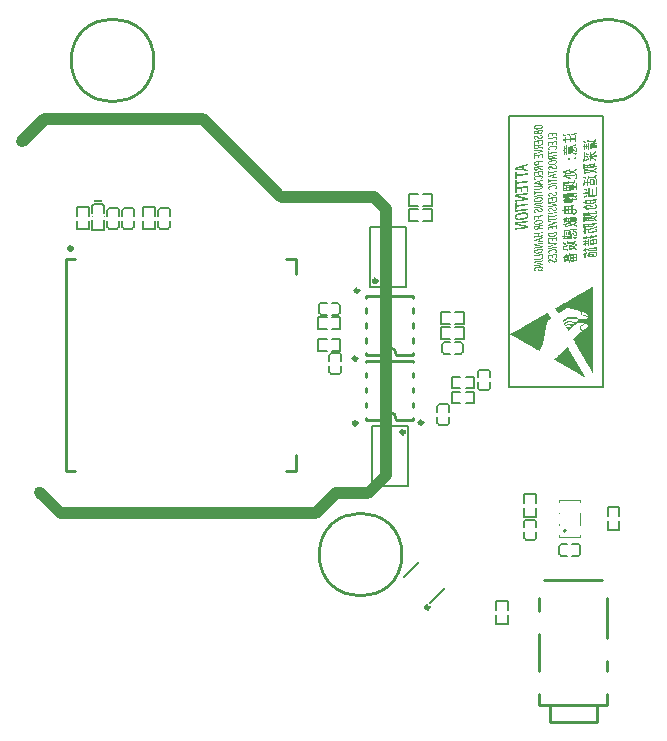
<source format=gbo>
G04 Layer: BottomSilkscreenLayer*
G04 EasyEDA Pro v3.2.58, 2026-01-05 14:09:15*
G04 Gerber Generator version 0.3*
G04 Scale: 100 percent, Rotated: No, Reflected: No*
G04 Dimensions in millimeters*
G04 Leading zeros omitted, absolute positions, 4 integers and 5 decimals*
G04 Generated by one-click*
%FSLAX45Y45*%
%MOMM*%
%ADD10C,0.1524*%
%ADD11C,0.254*%
%ADD12C,0.1*%
%ADD13C,0.127*%
%ADD14C,0.3*%
%ADD15C,0.0861*%
%ADD16C,0.0762*%
G75*


G04 Image Start*
G36*
G01X4468382Y3685209D02*
G01X4468377Y2965934D01*
G01X4468377Y2951764D01*
G01X4466636Y2951777D01*
G01X4463650Y2957002D01*
G01X4460666Y2962228D01*
G01X4459920Y2963560D01*
G01X4459173Y2964893D01*
G01X4455442Y2971172D01*
G01X4455442Y2971601D01*
G01X4452457Y2976022D01*
G01X4452457Y2976604D01*
G01X4443390Y2992285D01*
G01X4431416Y3013167D01*
G01X4426689Y3021114D01*
G01X4421962Y3029062D01*
G01X4421407Y3030313D01*
G01X4420853Y3031563D01*
G01X4419474Y3033692D01*
G01X4418095Y3035821D01*
G01X4417091Y3037669D01*
G01X4416086Y3039518D01*
G01X4415638Y3040264D01*
G01X4415190Y3041010D01*
G01X4412130Y3046210D01*
G01X4409069Y3051410D01*
G01X4408602Y3052424D01*
G01X4408135Y3053439D01*
G01X4406924Y3055428D01*
G01X4403451Y3061430D01*
G01X4400985Y3066118D01*
G01X4400217Y3066118D01*
G01X4400217Y3067066D01*
G01X4391645Y3081780D01*
G01X4389022Y3086255D01*
G01X4386400Y3090729D01*
G01X4383185Y3096695D01*
G01X4381200Y3099491D01*
G01X4378671Y3104154D01*
G01X4377973Y3105396D01*
G01X4377274Y3106639D01*
G01X4376144Y3108628D01*
G01X4375012Y3110617D01*
G01X4371758Y3116583D01*
G01X4370488Y3118075D01*
G01X4368752Y3121307D01*
G01X4367017Y3124538D01*
G01X4366080Y3126089D01*
G01X4365142Y3127639D01*
G01X4363201Y3131060D01*
G01X4361259Y3134482D01*
G01X4356933Y3141727D01*
G01X4356932Y3142082D01*
G01X4356931Y3142437D01*
G01X4351960Y3149895D01*
G01X4351958Y3150606D01*
G01X4349222Y3155116D01*
G01X4346486Y3159625D01*
G01X4346486Y3160198D01*
G01X4344045Y3164244D01*
G01X4341603Y3168291D01*
G01X4339995Y3171274D01*
G01X4338386Y3174258D01*
G01X4337032Y3175827D01*
G01X4337032Y3176459D01*
G01X4332555Y3183830D01*
G01X4332555Y3184516D01*
G01X4331311Y3186146D01*
G01X4330068Y3187775D01*
G01X4330068Y3188538D01*
G01X4325194Y3196631D01*
G01X4324152Y3198371D01*
G01X4323111Y3200111D01*
G01X4322424Y3201603D01*
G01X4316630Y3211547D01*
G01X4315633Y3213039D01*
G01X4315304Y3213785D01*
G01X4314975Y3214530D01*
G01X4311327Y3220650D01*
G01X4307679Y3226769D01*
G01X4307679Y3227322D01*
G01X4304694Y3232261D01*
G01X4301709Y3237198D01*
G01X4301709Y3238724D01*
G01X4305440Y3243217D01*
G01X4317846Y3257288D01*
G01X4318203Y3257547D01*
G01X4318560Y3257805D01*
G01X4335789Y3274694D01*
G01X4343998Y3281914D01*
G01X4352207Y3289134D01*
G01X4356684Y3292564D01*
G01X4356933Y3292879D01*
G01X4357182Y3293194D01*
G01X4359451Y3295129D01*
G01X4361720Y3297064D01*
G01X4363929Y3298787D01*
G01X4366138Y3300510D01*
G01X4369744Y3304044D01*
G01X4373351Y3307577D01*
G01X4373351Y3310583D01*
G01X4371610Y3312068D01*
G01X4367986Y3313877D01*
G01X4364362Y3315686D01*
G01X4362173Y3317736D01*
G01X4359984Y3319787D01*
G01X4357009Y3325902D01*
G01X4356397Y3328387D01*
G01X4355785Y3330873D01*
G01X4355581Y3336243D01*
G01X4355561Y3336771D01*
G01X4363401Y3336771D01*
G01X4364980Y3331458D01*
G01X4366928Y3328375D01*
G01X4368876Y3325293D01*
G01X4370174Y3324354D01*
G01X4371472Y3323415D01*
G01X4372605Y3322408D01*
G01X4373919Y3321569D01*
G01X4375233Y3320728D01*
G01X4378606Y3320142D01*
G01X4378606Y3320142D01*
G01X4381979Y3319555D01*
G01X4385581Y3319859D01*
G01X4389184Y3320163D01*
G01X4391840Y3321185D01*
G01X4394496Y3322206D01*
G01X4396237Y3323059D01*
G01X4397978Y3323913D01*
G01X4400723Y3325717D01*
G01X4403468Y3327521D01*
G01X4405447Y3329197D01*
G01X4407425Y3330873D01*
G01X4413399Y3336933D01*
G01X4419372Y3342993D01*
G01X4420752Y3344721D01*
G01X4422132Y3346450D01*
G01X4424359Y3350811D01*
G01X4426585Y3355173D01*
G01X4426585Y3357606D01*
G01X4425989Y3359597D01*
G01X4425392Y3361588D01*
G01X4423128Y3363911D01*
G01X4420864Y3366233D01*
G01X4418002Y3367586D01*
G01X4415139Y3368939D01*
G01X4412778Y3369500D01*
G01X4410416Y3370062D01*
G01X4406685Y3370088D01*
G01X4402954Y3370113D01*
G01X4400217Y3369514D01*
G01X4397481Y3368915D01*
G01X4393501Y3367201D01*
G01X4390515Y3365398D01*
G01X4387530Y3363596D01*
G01X4380147Y3358033D01*
G01X4372764Y3352471D01*
G01X4369762Y3349378D01*
G01X4366760Y3346286D01*
G01X4365142Y3343888D01*
G01X4364334Y3341607D01*
G01X4363525Y3339326D01*
G01X4363463Y3338049D01*
G01X4363401Y3336771D01*
G01X4355561Y3336771D01*
G01X4355377Y3341613D01*
G01X4356258Y3343949D01*
G01X4357139Y3346286D01*
G01X4358778Y3349106D01*
G01X4360418Y3351926D01*
G01X4362949Y3354694D01*
G01X4365481Y3357462D01*
G01X4369291Y3360638D01*
G01X4373102Y3363814D01*
G01X4385043Y3371033D01*
G01X4388277Y3372781D01*
G01X4391511Y3374529D01*
G01X4394993Y3376735D01*
G01X4395984Y3377840D01*
G01X4396975Y3378947D01*
G01X4395751Y3379937D01*
G01X4394528Y3380927D01*
G01X4389288Y3380669D01*
G01X4384048Y3380411D01*
G01X4378078Y3379887D01*
G01X4372107Y3379363D01*
G01X4367630Y3378878D01*
G01X4363152Y3378394D01*
G01X4356684Y3378083D01*
G01X4350216Y3377771D01*
G01X4345492Y3377035D01*
G01X4340768Y3376300D01*
G01X4337532Y3375045D01*
G01X4334296Y3373789D01*
G01X4330814Y3372010D01*
G01X4327331Y3370231D01*
G01X4319868Y3365127D01*
G01X4314395Y3361294D01*
G01X4314146Y3360999D01*
G01X4313898Y3360705D01*
G01X4311411Y3358743D01*
G01X4308923Y3356783D01*
G01X4303948Y3352206D01*
G01X4298972Y3347628D01*
G01X4295381Y3344223D01*
G01X4291789Y3340817D01*
G01X4284673Y3333856D01*
G01X4277556Y3326895D01*
G01X4274583Y3324136D01*
G01X4271609Y3321376D01*
G01X4267286Y3317796D01*
G01X4262962Y3314217D01*
G01X4261957Y3314217D01*
G01X4261530Y3313454D01*
G01X4261102Y3312690D01*
G01X4259703Y3312584D01*
G01X4258305Y3312477D01*
G01X4255330Y3317946D01*
G01X4253892Y3320084D01*
G01X4252455Y3322222D01*
G01X4252455Y3322792D01*
G01X4250216Y3326477D01*
G01X4247977Y3330162D01*
G01X4247977Y3330891D01*
G01X4245281Y3334851D01*
G01X4244193Y3336894D01*
G01X4243104Y3338936D01*
G01X4243500Y3339574D01*
G01X4243894Y3340213D01*
G01X4248796Y3339563D01*
G01X4251856Y3343822D01*
G01X4256563Y3346171D01*
G01X4260172Y3345899D01*
G01X4263782Y3345626D01*
G01X4265954Y3344229D01*
G01X4268126Y3342833D01*
G01X4271609Y3341578D01*
G01X4275092Y3341578D01*
G01X4276833Y3342192D01*
G01X4278574Y3342806D01*
G01X4280780Y3344368D01*
G01X4282289Y3346266D01*
G01X4283798Y3348163D01*
G01X4283798Y3351361D01*
G01X4281426Y3353919D01*
G01X4274994Y3356924D01*
G01X4270197Y3357696D01*
G01X4265401Y3358467D01*
G01X4259420Y3358467D01*
G01X4254876Y3357683D01*
G01X4250331Y3356900D01*
G01X4247675Y3355643D01*
G01X4245018Y3354386D01*
G01X4242891Y3352299D01*
G01X4240763Y3350213D01*
G01X4239869Y3348871D01*
G01X4238975Y3347529D01*
G01X4238143Y3347529D01*
G01X4234544Y3353567D01*
G01X4234544Y3354163D01*
G01X4233855Y3354948D01*
G01X4233164Y3355733D01*
G01X4231702Y3358467D01*
G01X4230240Y3361202D01*
G01X4229709Y3362093D01*
G01X4231559Y3362093D01*
G01X4232678Y3360901D01*
G01X4232678Y3360901D01*
G01X4233798Y3359711D01*
G01X4236499Y3357970D01*
G01X4239366Y3357970D01*
G01X4240870Y3358720D01*
G01X4242374Y3359470D01*
G01X4245640Y3362822D01*
G01X4248907Y3366174D01*
G01X4249981Y3367555D01*
G01X4251056Y3368936D01*
G01X4252991Y3369922D01*
G01X4254925Y3370909D01*
G01X4260775Y3369862D01*
G01X4266625Y3368815D01*
G01X4267467Y3368365D01*
G01X4268309Y3367914D01*
G01X4270664Y3367914D01*
G01X4271609Y3366971D01*
G01X4274470Y3366448D01*
G01X4277330Y3365925D01*
G01X4280191Y3365385D01*
G01X4283052Y3364844D01*
G01X4289769Y3365094D01*
G01X4296485Y3365343D01*
G01X4300833Y3366956D01*
G01X4302196Y3367660D01*
G01X4303559Y3368364D01*
G01X4304209Y3369935D01*
G01X4304861Y3371505D01*
G01X4302953Y3375045D01*
G01X4300714Y3376676D01*
G01X4298475Y3378305D01*
G01X4293455Y3380772D01*
G01X4290243Y3381814D01*
G01X4287032Y3382857D01*
G01X4284047Y3383792D01*
G01X4278950Y3384554D01*
G01X4273855Y3385316D01*
G01X4270742Y3385316D01*
G01X4267629Y3385315D01*
G01X4260166Y3383821D01*
G01X4257927Y3383254D01*
G01X4255689Y3382688D01*
G01X4250713Y3380727D01*
G01X4247496Y3379252D01*
G01X4244278Y3377776D01*
G01X4241023Y3375593D01*
G01X4237768Y3373411D01*
G01X4235438Y3371035D01*
G01X4233108Y3368660D01*
G01X4232336Y3367168D01*
G01X4231565Y3365676D01*
G01X4231562Y3363885D01*
G01X4231559Y3362093D01*
G01X4229709Y3362093D01*
G01X4225924Y3368445D01*
G01X4221608Y3375687D01*
G01X4221608Y3377765D01*
G01X4222481Y3377537D01*
G01X4223353Y3377309D01*
G01X4225093Y3378069D01*
G01X4226832Y3378830D01*
G01X4229569Y3380815D01*
G01X4232305Y3382802D01*
G01X4238276Y3386420D01*
G01X4244245Y3390039D01*
G01X4250713Y3393201D01*
G01X4256684Y3395908D01*
G01X4259171Y3396626D01*
G01X4261658Y3397344D01*
G01X4264462Y3397853D01*
G01X4267265Y3398361D01*
G01X4269934Y3397846D01*
G01X4272604Y3397331D01*
G01X4275341Y3396617D01*
G01X4278076Y3395904D01*
G01X4281062Y3394538D01*
G01X4284047Y3393171D01*
G01X4289520Y3390545D01*
G01X4294992Y3387918D01*
G01X4298328Y3386395D01*
G01X4301662Y3384872D01*
G01X4304298Y3384277D01*
G01X4306933Y3383681D01*
G01X4312655Y3383469D01*
G01X4318375Y3383256D01*
G01X4320366Y3383873D01*
G01X4322356Y3384490D01*
G01X4326834Y3386361D01*
G01X4328824Y3387412D01*
G01X4330814Y3388464D01*
G01X4333301Y3390492D01*
G01X4335789Y3392521D01*
G01X4336297Y3393020D01*
G01X4336804Y3393520D01*
G01X4338601Y3395757D01*
G01X4340397Y3397994D01*
G01X4341700Y3400588D01*
G01X4343003Y3403182D01*
G01X4343003Y3405555D01*
G01X4341830Y3406820D01*
G01X4340658Y3408084D01*
G01X4338696Y3409322D01*
G01X4336735Y3410559D01*
G01X4334272Y3411558D01*
G01X4331808Y3412557D01*
G01X4329072Y3413306D01*
G01X4326336Y3414054D01*
G01X4322773Y3414672D01*
G01X4319209Y3415291D01*
G01X4316056Y3414978D01*
G01X4312903Y3414666D01*
G01X4305938Y3413234D01*
G01X4301958Y3412436D01*
G01X4297977Y3411638D01*
G01X4291759Y3411374D01*
G01X4285540Y3411109D01*
G01X4279320Y3412123D01*
G01X4273102Y3413138D01*
G01X4270614Y3413616D01*
G01X4268126Y3414094D01*
G01X4261962Y3414123D01*
G01X4255797Y3414153D01*
G01X4253504Y3413053D01*
G01X4251211Y3411953D01*
G01X4247728Y3409228D01*
G01X4244245Y3406502D01*
G01X4243748Y3405942D01*
G01X4243250Y3405382D01*
G01X4238027Y3401190D01*
G01X4232803Y3396999D01*
G01X4230813Y3395523D01*
G01X4228823Y3394048D01*
G01X4224926Y3390536D01*
G01X4219746Y3385506D01*
G01X4219391Y3384388D01*
G01X4219035Y3383269D01*
G01X4218032Y3383422D01*
G01X4217028Y3383575D01*
G01X4212040Y3392525D01*
G01X4210866Y3394692D01*
G01X4209690Y3396857D01*
G01X4210143Y3397704D01*
G01X4210597Y3398550D01*
G01X4213010Y3400890D01*
G01X4215424Y3403231D01*
G01X4222123Y3408198D01*
G01X4228823Y3413166D01*
G01X4229347Y3413535D01*
G01X4229872Y3413904D01*
G01X4231471Y3414899D01*
G01X4236614Y3418320D01*
G01X4241758Y3421741D01*
G01X4243231Y3422763D01*
G01X4244705Y3423784D01*
G01X4248876Y3425929D01*
G01X4253047Y3428074D01*
G01X4256607Y3428089D01*
G01X4260166Y3428104D01*
G01X4280992Y3427248D01*
G01X4301817Y3426391D01*
G01X4329321Y3428082D01*
G01X4330565Y3427748D01*
G01X4331808Y3427414D01*
G01X4333052Y3426652D01*
G01X4334296Y3425892D01*
G01X4339769Y3420431D01*
G01X4342908Y3417559D01*
G01X4346047Y3414688D01*
G01X4350122Y3412718D01*
G01X4354197Y3410748D01*
G01X4357182Y3409758D01*
G01X4360167Y3408769D01*
G01X4363152Y3408181D01*
G01X4366138Y3407593D01*
G01X4368625Y3407088D01*
G01X4371112Y3406584D01*
G01X4379073Y3406835D01*
G01X4387033Y3407086D01*
G01X4392008Y3408308D01*
G01X4394015Y3408993D01*
G01X4396022Y3409678D01*
G01X4398037Y3409678D01*
G01X4399003Y3410408D01*
G01X4399969Y3411138D01*
G01X4400618Y3411154D01*
G01X4401267Y3411170D01*
G01X4403603Y3412181D01*
G01X4405938Y3413192D01*
G01X4412904Y3416753D01*
G01X4418874Y3421001D01*
G01X4422606Y3424642D01*
G01X4422606Y3426907D01*
G01X4420367Y3428957D01*
G01X4418201Y3430043D01*
G01X4416036Y3431130D01*
G01X4412480Y3432269D01*
G01X4408924Y3433410D01*
G01X4406933Y3433961D01*
G01X4404944Y3434514D01*
G01X4398974Y3435986D01*
G01X4394744Y3437044D01*
G01X4390515Y3438102D01*
G01X4389520Y3438495D01*
G01X4388525Y3438889D01*
G01X4384297Y3440041D01*
G01X4380068Y3441194D01*
G01X4378824Y3441840D01*
G01X4377580Y3442487D01*
G01X4376967Y3442490D01*
G01X4376354Y3442493D01*
G01X4372987Y3444527D01*
G01X4369620Y3446560D01*
G01X4368020Y3448265D01*
G01X4366420Y3449970D01*
G01X4365845Y3452073D01*
G01X4365271Y3454177D01*
G01X4365579Y3458900D01*
G01X4365888Y3463624D01*
G01X4366027Y3464121D01*
G01X4372968Y3464121D01*
G01X4373171Y3460959D01*
G01X4373374Y3457797D01*
G01X4374617Y3455170D01*
G01X4375861Y3452543D01*
G01X4377986Y3450586D01*
G01X4380111Y3448629D01*
G01X4386787Y3445476D01*
G01X4387765Y3445476D01*
G01X4398476Y3441872D01*
G01X4401461Y3441162D01*
G01X4404446Y3440451D01*
G01X4406933Y3439935D01*
G01X4409421Y3439420D01*
G01X4409421Y3439420D01*
G01X4411226Y3438908D01*
G01X4413031Y3438396D01*
G01X4416629Y3438600D01*
G01X4420226Y3438803D01*
G01X4421611Y3440694D01*
G01X4421611Y3444514D01*
G01X4420904Y3446203D01*
G01X4420198Y3447892D01*
G01X4416026Y3451158D01*
G01X4411854Y3454425D01*
G01X4406784Y3457910D01*
G01X4401714Y3461395D01*
G01X4388439Y3467850D01*
G01X4386983Y3467850D01*
G01X4386510Y3468317D01*
G01X4386038Y3468784D01*
G01X4382335Y3469553D01*
G01X4378632Y3470322D01*
G01X4376795Y3469828D01*
G01X4374960Y3469334D01*
G01X4374321Y3468566D01*
G01X4373684Y3467798D01*
G01X4373326Y3465959D01*
G01X4372968Y3464121D01*
G01X4366027Y3464121D01*
G01X4366393Y3465430D01*
G01X4366898Y3467236D01*
G01X4365945Y3469458D01*
G01X4364992Y3471680D01*
G01X4362828Y3473428D01*
G01X4360665Y3475177D01*
G01X4358426Y3476587D01*
G01X4356187Y3477997D01*
G01X4354455Y3478895D01*
G01X4352723Y3479793D01*
G01X4348236Y3481291D01*
G01X4343749Y3482791D01*
G01X4341510Y3483468D01*
G01X4339271Y3484144D01*
G01X4336286Y3484930D01*
G01X4333301Y3485716D01*
G01X4329819Y3486495D01*
G01X4326336Y3487274D01*
G01X4320366Y3488683D01*
G01X4316883Y3489492D01*
G01X4313400Y3490300D01*
G01X4310632Y3491008D01*
G01X4307863Y3491715D01*
G01X4304183Y3491715D01*
G01X4303319Y3492182D01*
G01X4302455Y3492649D01*
G01X4297480Y3493724D01*
G01X4292505Y3494799D01*
G01X4291012Y3495248D01*
G01X4289520Y3495698D01*
G01X4279072Y3498251D01*
G01X4276335Y3498989D01*
G01X4273599Y3499725D01*
G01X4268624Y3500700D01*
G01X4265429Y3501473D01*
G01X4262235Y3502245D01*
G01X4247027Y3502183D01*
G01X4244004Y3500955D01*
G01X4240980Y3499727D01*
G01X4233907Y3495056D01*
G01X4226832Y3490384D01*
G01X4221111Y3486654D01*
G01X4215390Y3482924D01*
G01X4209289Y3479285D01*
G01X4208259Y3479285D01*
G01X4208093Y3478881D01*
G01X4207927Y3478476D01*
G01X4201028Y3474282D01*
G01X4194128Y3470087D01*
G01X4191509Y3468361D01*
G01X4190383Y3467867D01*
G01X4189258Y3467373D01*
G01X4186305Y3465498D01*
G01X4183351Y3463624D01*
G01X4179601Y3461262D01*
G01X4175850Y3458900D01*
G01X4173576Y3458900D01*
G01X4172606Y3460765D01*
G01X4171636Y3462629D01*
G01X4169178Y3466607D01*
G01X4167953Y3468844D01*
G01X4166729Y3471082D01*
G01X4165935Y3472489D01*
G01X4165141Y3473898D01*
G01X4164125Y3475556D01*
G01X4161409Y3479763D01*
G01X4161409Y3480390D01*
G01X4156535Y3488483D01*
G01X4155495Y3490224D01*
G01X4154456Y3491964D01*
G01X4153497Y3494138D01*
G01X4151234Y3497863D01*
G01X4148971Y3501589D01*
G01X4148971Y3503115D01*
G01X4150090Y3503711D01*
G01X4151210Y3504307D01*
G01X4152702Y3505161D01*
G01X4154195Y3506015D01*
G01X4162653Y3510849D01*
G01X4163454Y3511351D01*
G01X4164256Y3511851D01*
G01X4166737Y3513189D01*
G01X4169219Y3514526D01*
G01X4176285Y3518783D01*
G01X4183351Y3523038D01*
G01X4183920Y3523038D01*
G01X4187608Y3525276D01*
G01X4191295Y3527513D01*
G01X4191928Y3527513D01*
G01X4193499Y3528885D01*
G01X4199967Y3532414D01*
G01X4204195Y3534936D01*
G01X4208424Y3537458D01*
G01X4212902Y3539729D01*
G01X4216882Y3542278D01*
G01X4220116Y3544025D01*
G01X4223350Y3545773D01*
G01X4229218Y3549321D01*
G01X4235087Y3552870D01*
G01X4235615Y3552870D01*
G01X4245240Y3558485D01*
G01X4256684Y3565197D01*
G01X4259668Y3566830D01*
G01X4262654Y3568463D01*
G01X4271202Y3573635D01*
G01X4272276Y3573975D01*
G01X4273351Y3574316D01*
G01X4273351Y3575176D01*
G01X4274441Y3575523D01*
G01X4275532Y3575868D01*
G01X4278794Y3577808D01*
G01X4282057Y3579746D01*
G01X4282803Y3580212D01*
G01X4283549Y3580676D01*
G01X4288525Y3583519D01*
G01X4292505Y3585819D01*
G01X4294992Y3587174D01*
G01X4297480Y3588529D01*
G01X4305938Y3593524D01*
G01X4307679Y3594506D01*
G01X4309421Y3595488D01*
G01X4314395Y3598369D01*
G01X4319371Y3601251D01*
G01X4320863Y3602138D01*
G01X4322356Y3603023D01*
G01X4328575Y3606578D01*
G01X4334793Y3610133D01*
G01X4336256Y3610960D01*
G01X4337719Y3611787D01*
G01X4349018Y3618499D01*
G01X4349516Y3618499D01*
G01X4354344Y3621397D01*
G01X4359172Y3624295D01*
G01X4361660Y3625679D01*
G01X4364147Y3627063D01*
G01X4372356Y3631817D01*
G01X4380565Y3636571D01*
G01X4390313Y3642364D01*
G01X4390870Y3642364D01*
G01X4401604Y3648828D01*
G01X4402080Y3648828D01*
G01X4406641Y3651563D01*
G01X4411202Y3654297D01*
G01X4411797Y3654297D01*
G01X4415195Y3656535D01*
G01X4418593Y3658771D01*
G01X4419245Y3658771D01*
G01X4426621Y3663246D01*
G01X4427354Y3663246D01*
G01X4432398Y3666478D01*
G01X4433501Y3667122D01*
G01X4434606Y3667767D01*
G01X4440838Y3671130D01*
G01X4445389Y3673901D01*
G01X4449939Y3676671D01*
G01X4450893Y3676671D01*
G01X4451581Y3677359D01*
G01X4452270Y3678047D01*
G01X4456188Y3680179D01*
G01X4459946Y3682278D01*
G01X4463703Y3684377D01*
G01X4464907Y3685247D01*
G01X4466111Y3686117D01*
G01X4467821Y3686117D01*
G01X4468102Y3685663D01*
G01X4468382Y3685209D01*
G37*
G36*
G01X4018106Y3150058D02*
G01X4017514Y3148901D01*
G01X4013030Y3142188D01*
G01X4011658Y3142188D01*
G01X4007286Y3144615D01*
G01X4002913Y3147041D01*
G01X3999564Y3149090D01*
G01X3996216Y3151138D01*
G01X3995690Y3151138D01*
G01X3985740Y3157111D01*
G01X3983399Y3158355D01*
G01X3981059Y3159599D01*
G01X3980085Y3160216D01*
G01X3979111Y3160833D01*
G01X3978432Y3161454D01*
G01X3977754Y3162076D01*
G01X3976906Y3162076D01*
G01X3968621Y3166901D01*
G01X3963646Y3169810D01*
G01X3958671Y3172720D01*
G01X3956930Y3173643D01*
G01X3955188Y3174566D01*
G01X3953198Y3175749D01*
G01X3947725Y3178885D01*
G01X3943745Y3181082D01*
G01X3937775Y3184580D01*
G01X3931805Y3188077D01*
G01X3924840Y3192152D01*
G01X3917874Y3196227D01*
G01X3917128Y3196557D01*
G01X3916382Y3196888D01*
G01X3914889Y3197792D01*
G01X3913397Y3198694D01*
G01X3910660Y3200213D01*
G01X3907924Y3201732D01*
G01X3905512Y3203159D01*
G01X3903099Y3204586D01*
G01X3901531Y3205526D01*
G01X3899964Y3206466D01*
G01X3897974Y3207539D01*
G01X3895983Y3208613D01*
G01X3893496Y3210162D01*
G01X3886282Y3214297D01*
G01X3879068Y3218433D01*
G01X3874194Y3221329D01*
G01X3869320Y3224225D01*
G01X3868820Y3224225D01*
G01X3864492Y3226750D01*
G01X3860162Y3229274D01*
G01X3858670Y3230165D01*
G01X3854938Y3232337D01*
G01X3851207Y3234510D01*
G01X3834291Y3244276D01*
G01X3830352Y3246431D01*
G01X3826413Y3248585D01*
G01X3825625Y3249228D01*
G01X3824839Y3249870D01*
G01X3821356Y3251621D01*
G01X3819532Y3252715D01*
G01X3817708Y3253808D01*
G01X3815552Y3254981D01*
G01X3813396Y3256154D01*
G01X3813147Y3256473D01*
G01X3812898Y3256791D01*
G01X3807923Y3259275D01*
G01X3806679Y3260088D01*
G01X3805435Y3260901D01*
G01X3803445Y3262024D01*
G01X3801455Y3263148D01*
G01X3799465Y3264230D01*
G01X3797475Y3265312D01*
G01X3794638Y3267142D01*
G01X3791801Y3268973D01*
G01X3791151Y3268973D01*
G01X3785855Y3272152D01*
G01X3780559Y3275331D01*
G01X3777550Y3276999D01*
G01X3774540Y3278668D01*
G01X3768382Y3282148D01*
G01X3768385Y3283640D01*
G01X3770990Y3285130D01*
G01X3773594Y3286620D01*
G01X3777077Y3288537D01*
G01X3780559Y3290453D01*
G01X3791151Y3296815D01*
G01X3791719Y3296815D01*
G01X3796338Y3299561D01*
G01X3800958Y3302307D01*
G01X3802450Y3303285D01*
G01X3803197Y3303623D01*
G01X3803943Y3303961D01*
G01X3808015Y3306355D01*
G01X3812087Y3308748D01*
G01X3813147Y3308748D01*
G01X3813147Y3309626D01*
G01X3814018Y3309919D01*
G01X3814888Y3310211D01*
G01X3815634Y3310687D01*
G01X3816381Y3311163D01*
G01X3820254Y3313436D01*
G01X3824127Y3315709D01*
G01X3824503Y3315709D01*
G01X3829791Y3319189D01*
G01X3830472Y3319189D01*
G01X3842022Y3326150D01*
G01X3842579Y3326150D01*
G01X3849629Y3330302D01*
G01X3856680Y3334455D01*
G01X3868791Y3341563D01*
G01X3869386Y3341563D01*
G01X3871491Y3342916D01*
G01X3873595Y3344270D01*
G01X3880757Y3348397D01*
G01X3881405Y3348715D01*
G01X3882053Y3349032D01*
G01X3885038Y3350998D01*
G01X3886531Y3351691D01*
G01X3890013Y3353737D01*
G01X3893496Y3355782D01*
G01X3894242Y3356135D01*
G01X3894988Y3356487D01*
G01X3898471Y3358548D01*
G01X3903695Y3361557D01*
G01X3908919Y3364567D01*
G01X3911615Y3366422D01*
G01X3912124Y3366422D01*
G01X3919864Y3370905D01*
G01X3921357Y3371882D01*
G01X3923845Y3373194D01*
G01X3926332Y3374505D01*
G01X3927731Y3375491D01*
G01X3929129Y3376478D01*
G01X3933335Y3378713D01*
G01X3935287Y3379779D01*
G01X3943884Y3384818D01*
G01X3944547Y3384818D01*
G01X3948375Y3387228D01*
G01X3952203Y3389636D01*
G01X3956422Y3392075D01*
G01X3960640Y3394514D01*
G01X3961646Y3395116D01*
G01X3962651Y3395718D01*
G01X3964143Y3396410D01*
G01X3971109Y3400384D01*
G01X3975220Y3402794D01*
G01X3979332Y3405203D01*
G01X3979985Y3405203D01*
G01X3981556Y3406595D01*
G01X3986642Y3409430D01*
G01X3995985Y3414810D01*
G01X3998721Y3416310D01*
G01X4001457Y3417809D01*
G01X4004576Y3419710D01*
G01X4007694Y3421611D01*
G01X4008124Y3421611D01*
G01X4012547Y3424594D01*
G01X4013219Y3424594D01*
G01X4017039Y3426851D01*
G01X4020860Y3429107D01*
G01X4021606Y3429586D01*
G01X4022353Y3430066D01*
G01X4023348Y3430502D01*
G01X4024343Y3430938D01*
G01X4031458Y3435224D01*
G01X4038574Y3439510D01*
G01X4039143Y3439510D01*
G01X4042830Y3441747D01*
G01X4046518Y3443984D01*
G01X4047151Y3443984D01*
G01X4048721Y3445348D01*
G01X4051707Y3446969D01*
G01X4054691Y3448589D01*
G01X4057611Y3450200D01*
G01X4060120Y3451815D01*
G01X4062629Y3453431D01*
G01X4063896Y3453431D01*
G01X4063896Y3454179D01*
G01X4066259Y3455406D01*
G01X4068622Y3456633D01*
G01X4071856Y3458527D01*
G01X4075089Y3460420D01*
G01X4076582Y3461389D01*
G01X4077780Y3461902D01*
G01X4078977Y3462415D01*
G01X4081203Y3463916D01*
G01X4083428Y3465417D01*
G01X4084681Y3465266D01*
G01X4085935Y3465115D01*
G01X4086326Y3464369D01*
G01X4086717Y3463624D01*
G01X4090677Y3456911D01*
G01X4094636Y3450200D01*
G01X4096163Y3447363D01*
G01X4097691Y3444526D01*
G01X4098670Y3442741D01*
G01X4103920Y3433888D01*
G01X4109170Y3425034D01*
G01X4109170Y3424637D01*
G01X4110702Y3422041D01*
G01X4112233Y3419445D01*
G01X4111707Y3418290D01*
G01X4111181Y3417136D01*
G01X4109789Y3417136D01*
G01X4109179Y3416402D01*
G01X4108570Y3415668D01*
G01X4100174Y3410027D01*
G01X4094060Y3404576D01*
G01X4088543Y3398197D01*
G01X4086134Y3394615D01*
G01X4083723Y3391033D01*
G01X4081109Y3385564D01*
G01X4078495Y3380095D01*
G01X4076254Y3373632D01*
G01X4075489Y3372140D01*
G01X4073291Y3364185D01*
G01X4072863Y3362694D01*
G01X4072435Y3361202D01*
G01X4072114Y3359462D01*
G01X4071794Y3357722D01*
G01X4070864Y3355236D01*
G01X4069913Y3349269D01*
G01X4069143Y3345540D01*
G01X4068371Y3341812D01*
G01X4067653Y3337337D01*
G01X4066934Y3332862D01*
G01X4066404Y3329381D01*
G01X4065875Y3325902D01*
G01X4065162Y3320929D01*
G01X4064449Y3315957D01*
G01X4063682Y3310488D01*
G01X4062914Y3305019D01*
G01X4062483Y3301042D01*
G01X4061681Y3295324D01*
G01X4060879Y3289606D01*
G01X4060399Y3285380D01*
G01X4059919Y3281154D01*
G01X4059417Y3278668D01*
G01X4058914Y3276182D01*
G01X4058416Y3272453D01*
G01X4057918Y3268724D01*
G01X4057209Y3264498D01*
G01X4056502Y3260272D01*
G01X4055741Y3256045D01*
G01X4054980Y3251820D01*
G01X4054214Y3247966D01*
G01X4053448Y3244113D01*
G01X4051967Y3236903D01*
G01X4051178Y3233672D01*
G01X4050389Y3230440D01*
G01X4049095Y3224971D01*
G01X4047909Y3220496D01*
G01X4047458Y3219005D01*
G01X4047007Y3217513D01*
G01X4045954Y3213785D01*
G01X4044902Y3210055D01*
G01X4044263Y3208067D01*
G01X4043625Y3206078D01*
G01X4041786Y3200111D01*
G01X4040519Y3197625D01*
G01X4040512Y3196609D01*
G01X4039000Y3192642D01*
G01X4037488Y3188676D01*
G01X4036728Y3186936D01*
G01X4035967Y3185196D01*
G01X4035067Y3183207D01*
G01X4033035Y3177913D01*
G01X4029074Y3169871D01*
G01X4025113Y3161827D01*
G01X4022723Y3157476D01*
G01X4020333Y3153125D01*
G01X4018699Y3151217D01*
G01X4018106Y3150058D01*
G37*
G36*
G01X4401386Y2917840D02*
G01X4401166Y2917478D01*
G01X4400318Y2917931D01*
G01X4399471Y2918384D01*
G01X4390875Y2923423D01*
G01X4390317Y2923423D01*
G01X4385894Y2926407D01*
G01X4385327Y2926407D01*
G01X4381454Y2928680D01*
G01X4377580Y2930953D01*
G01X4376088Y2931806D01*
G01X4367544Y2936738D01*
G01X4366591Y2937264D01*
G01X4365640Y2937790D01*
G01X4351959Y2945797D01*
G01X4350963Y2945797D01*
G01X4350963Y2946725D01*
G01X4349950Y2947046D01*
G01X4348937Y2947368D01*
G01X4342737Y2951057D01*
G01X4336537Y2954747D01*
G01X4336055Y2954747D01*
G01X4332736Y2956777D01*
G01X4329417Y2958807D01*
G01X4328374Y2959270D01*
G01X4327331Y2959733D01*
G01X4322356Y2962741D01*
G01X4317380Y2965749D01*
G01X4316012Y2966323D01*
G01X4314644Y2966897D01*
G01X4314644Y2967674D01*
G01X4313274Y2967674D01*
G01X4312750Y2968305D01*
G01X4312226Y2968935D01*
G01X4307197Y2971403D01*
G01X4307182Y2972149D01*
G01X4306026Y2972149D01*
G01X4300640Y2975381D01*
G01X4295254Y2978612D01*
G01X4294630Y2978612D01*
G01X4291038Y2980849D01*
G01X4287446Y2983087D01*
G01X4286775Y2983087D01*
G01X4282654Y2986070D01*
G01X4281653Y2986070D01*
G01X4278392Y2988556D01*
G01X4277709Y2988556D01*
G01X4274908Y2990233D01*
G01X4272107Y2991910D01*
G01X4269868Y2993145D01*
G01X4267629Y2994379D01*
G01X4260912Y2998233D01*
G01X4254196Y3002086D01*
G01X4250216Y3004457D01*
G01X4246236Y3006829D01*
G01X4239768Y3010252D01*
G01X4234069Y3013929D01*
G01X4232938Y3014417D01*
G01X4231808Y3014905D01*
G01X4231061Y3015392D01*
G01X4230315Y3015879D01*
G01X4226520Y3018128D01*
G01X4222726Y3020376D01*
G01X4222039Y3020376D01*
G01X4218778Y3022862D01*
G01X4218034Y3022862D01*
G01X4212235Y3026264D01*
G01X4206434Y3029666D01*
G01X4202865Y3031733D01*
G01X4199295Y3033800D01*
G01X4198657Y3033800D01*
G01X4197073Y3034990D01*
G01X4195489Y3036179D01*
G01X4190762Y3038806D01*
G01X4186036Y3041433D01*
G01X4184294Y3042347D01*
G01X4182554Y3043262D01*
G01X4180601Y3044490D01*
G01X4176583Y3046955D01*
G01X4174898Y3047971D01*
G01X4170613Y3050319D01*
G01X4165638Y3053087D01*
G01X4161658Y3055389D01*
G01X4157678Y3057689D01*
G01X4156185Y3058650D01*
G01X4154195Y3059716D01*
G01X4152205Y3060782D01*
G01X4151956Y3061127D01*
G01X4151707Y3061473D01*
G01X4150215Y3062227D01*
G01X4148722Y3062982D01*
G01X4146274Y3064307D01*
G01X4143825Y3065633D01*
G01X4142169Y3066895D01*
G01X4140513Y3068157D01*
G01X4140513Y3069500D01*
G01X4152311Y3080861D01*
G01X4164108Y3092221D01*
G01X4169848Y3097731D01*
G01X4175588Y3103243D01*
G01X4179050Y3106433D01*
G01X4182513Y3109622D01*
G01X4190016Y3116651D01*
G01X4196449Y3122550D01*
G01X4197010Y3123047D01*
G01X4197571Y3123543D01*
G01X4209917Y3135056D01*
G01X4216136Y3140700D01*
G01X4222355Y3146344D01*
G01X4226086Y3149849D01*
G01X4229818Y3153355D01*
G01X4240907Y3164460D01*
G01X4251996Y3175566D01*
G01X4253572Y3175252D01*
G01X4255032Y3172517D01*
G01X4256490Y3169783D01*
G01X4261907Y3160704D01*
G01X4261907Y3160176D01*
G01X4265390Y3154404D01*
G01X4268873Y3148634D01*
G01X4268873Y3148157D01*
G01X4273351Y3140670D01*
G01X4277828Y3133183D01*
G01X4277828Y3132776D01*
G01X4281393Y3126668D01*
G01X4284958Y3120561D01*
G01X4288109Y3115198D01*
G01X4291261Y3109836D01*
G01X4291261Y3109424D01*
G01X4294246Y3105003D01*
G01X4294246Y3104325D01*
G01X4297055Y3099516D01*
G01X4299864Y3094707D01*
G01X4306684Y3083100D01*
G01X4306684Y3082514D01*
G01X4308674Y3079601D01*
G01X4310664Y3076687D01*
G01X4310664Y3075985D01*
G01X4313327Y3071424D01*
G01X4315988Y3066864D01*
G01X4318743Y3062141D01*
G01X4321497Y3057417D01*
G01X4323716Y3053439D01*
G01X4324653Y3052120D01*
G01X4325590Y3050800D01*
G01X4325590Y3050089D01*
G01X4327280Y3047290D01*
G01X4328971Y3044490D01*
G01X4330922Y3041010D01*
G01X4336728Y3031066D01*
G01X4337482Y3029450D01*
G01X4338235Y3027834D01*
G01X4339023Y3027834D01*
G01X4339023Y3026738D01*
G01X4344993Y3016918D01*
G01X4344993Y3016387D01*
G01X4348656Y3010303D01*
G01X4352320Y3004218D01*
G01X4354456Y3000240D01*
G01X4355396Y2998748D01*
G01X4359053Y2992534D01*
G01X4362709Y2986319D01*
G01X4363440Y2984827D01*
G01X4364043Y2983829D01*
G01X4364645Y2982832D01*
G01X4366628Y2979355D01*
G01X4368612Y2975877D01*
G01X4369220Y2974883D01*
G01X4369829Y2973889D01*
G01X4370188Y2973143D01*
G01X4370546Y2972397D01*
G01X4373690Y2967083D01*
G01X4376834Y2961769D01*
G01X4376834Y2961115D01*
G01X4379073Y2957993D01*
G01X4379605Y2956991D01*
G01X4380138Y2955990D01*
G01X4386939Y2944057D01*
G01X4388504Y2941571D01*
G01X4390071Y2939085D01*
G01X4390929Y2937345D01*
G01X4391787Y2935605D01*
G01X4392689Y2934114D01*
G01X4399222Y2923032D01*
G01X4399222Y2921932D01*
G01X4400111Y2921932D01*
G01X4400859Y2920068D01*
G01X4401606Y2918203D01*
G01X4401386Y2917840D01*
G37*
G04 Image End*

G04 Text Start*
G36*
G01X4422555Y4901406D02*
G01X4423902Y4901406D01*
G01X4429674Y4901983D01*
G01X4431214Y4902176D01*
G01X4432176Y4902176D01*
G01X4432176Y4844833D01*
G01X4426980Y4844256D01*
G01X4424479Y4844064D01*
G01X4423132Y4843871D01*
G01X4422699Y4846758D01*
G01X4422555Y4855802D01*
G01X4422555Y4867924D01*
G01X4420630Y4867924D01*
G01X4418129Y4867732D01*
G01X4416590Y4867539D01*
G01X4415627Y4867539D01*
G01X4415627Y4848682D01*
G01X4414665Y4848682D01*
G01X4413126Y4848489D01*
G01X4407353Y4847912D01*
G01X4406006Y4847912D01*
G01X4406006Y4857149D01*
G01X4405814Y4864076D01*
G01X4405237Y4866385D01*
G01X4403890Y4866192D01*
G01X4401965Y4866000D01*
G01X4400859Y4865856D01*
G01X4400234Y4865423D01*
G01X4399849Y4854455D01*
G01X4399849Y4844064D01*
G01X4398887Y4843871D01*
G01X4396577Y4843486D01*
G01X4394268Y4843294D01*
G01X4392729Y4843102D01*
G01X4390997Y4842909D01*
G01X4389843Y4842909D01*
G01X4389843Y4864461D01*
G01X4387918Y4864461D01*
G01X4385417Y4864268D01*
G01X4383493Y4864076D01*
G01X4382146Y4864076D01*
G01X4382146Y4874467D01*
G01X4383877Y4874467D01*
G01X4386187Y4874659D01*
G01X4387918Y4874852D01*
G01X4388880Y4874996D01*
G01X4389458Y4875429D01*
G01X4389843Y4885820D01*
G01X4389843Y4895633D01*
G01X4391382Y4895633D01*
G01X4393499Y4895826D01*
G01X4398694Y4896403D01*
G01X4399849Y4896403D01*
G01X4399849Y4876391D01*
G01X4401965Y4876391D01*
G01X4404659Y4876583D01*
G01X4405621Y4876968D01*
G01X4406006Y4885435D01*
G01X4406006Y4893709D01*
G01X4406968Y4893902D01*
G01X4408700Y4894094D01*
G01X4410047Y4894286D01*
G01X4413511Y4894671D01*
G01X4414858Y4894864D01*
G01X4415435Y4892747D01*
G01X4415627Y4886397D01*
G01X4415627Y4877930D01*
G01X4416974Y4877930D01*
G01X4418899Y4878123D01*
G01X4420630Y4878315D01*
G01X4421593Y4878459D01*
G01X4422170Y4878892D01*
G01X4422555Y4890438D01*
G01X4422555Y4901406D01*
G37*
G36*
G01X4403505Y4913336D02*
G01X4404852Y4912759D01*
G01X4406391Y4912182D01*
G01X4408123Y4911412D01*
G01X4408748Y4910883D01*
G01X4408700Y4910065D01*
G01X4407930Y4908526D01*
G01X4406968Y4906986D01*
G01X4404467Y4901983D01*
G01X4403890Y4901358D01*
G01X4402927Y4901406D01*
G01X4401196Y4902176D01*
G01X4395808Y4904485D01*
G01X4392729Y4906024D01*
G01X4390035Y4907564D01*
G01X4388496Y4908333D01*
G01X4386764Y4909295D01*
G01X4385224Y4910258D01*
G01X4383877Y4911027D01*
G01X4382723Y4911797D01*
G01X4382434Y4912326D01*
G01X4382723Y4913144D01*
G01X4385994Y4919686D01*
G01X4386764Y4921033D01*
G01X4387245Y4921562D01*
G01X4387918Y4921611D01*
G01X4389073Y4921033D01*
G01X4390227Y4920264D01*
G01X4391574Y4919494D01*
G01X4393114Y4918532D01*
G01X4395038Y4917570D01*
G01X4396770Y4916608D01*
G01X4398694Y4915645D01*
G01X4400426Y4914876D01*
G01X4403505Y4913336D01*
G37*
G36*
G01X4392344Y4820588D02*
G01X4395038Y4820973D01*
G01X4397732Y4820780D01*
G01X4400811Y4820588D01*
G01X4403312Y4820588D01*
G01X4403312Y4819433D01*
G01X4403120Y4817702D01*
G01X4402735Y4810005D01*
G01X4402350Y4803847D01*
G01X4401965Y4798459D01*
G01X4401580Y4793456D01*
G01X4400426Y4781911D01*
G01X4400041Y4778447D01*
G01X4399656Y4775368D01*
G01X4399271Y4772674D01*
G01X4398502Y4766517D01*
G01X4398117Y4764208D01*
G01X4397732Y4761514D01*
G01X4396962Y4756895D01*
G01X4396577Y4754971D01*
G01X4396193Y4752662D01*
G01X4394653Y4744965D01*
G01X4394268Y4743233D01*
G01X4393114Y4742849D01*
G01X4391574Y4743041D01*
G01X4387726Y4743811D01*
G01X4385609Y4744195D01*
G01X4384407Y4744580D01*
G01X4383877Y4745350D01*
G01X4383877Y4746889D01*
G01X4385802Y4756511D01*
G01X4386187Y4758820D01*
G01X4386571Y4760744D01*
G01X4386956Y4763053D01*
G01X4388496Y4773829D01*
G01X4388688Y4775945D01*
G01X4388880Y4777292D01*
G01X4389265Y4780371D01*
G01X4389650Y4784605D01*
G01X4390035Y4789223D01*
G01X4390420Y4793456D01*
G01X4390805Y4798074D01*
G01X4391190Y4803847D01*
G01X4391767Y4816547D01*
G01X4391911Y4819385D01*
G01X4392344Y4820588D01*
G37*
G36*
G01X4432753Y4769980D02*
G01X4433908Y4768249D01*
G01X4434870Y4766709D01*
G01X4435640Y4765555D01*
G01X4435640Y4764592D01*
G01X4434677Y4763823D01*
G01X4433330Y4763053D01*
G01X4431599Y4761899D01*
G01X4428520Y4759974D01*
G01X4426596Y4758820D01*
G01X4424671Y4757858D01*
G01X4421208Y4755933D01*
G01X4419284Y4755164D01*
G01X4417744Y4754394D01*
G01X4414280Y4752855D01*
G01X4412741Y4752085D01*
G01X4410624Y4751315D01*
G01X4404852Y4749006D01*
G01X4404226Y4748958D01*
G01X4403890Y4749583D01*
G01X4403312Y4751315D01*
G01X4402158Y4754394D01*
G01X4401580Y4756126D01*
G01X4401003Y4757665D01*
G01X4400859Y4758194D01*
G01X4401196Y4758627D01*
G01X4402543Y4759205D01*
G01X4408700Y4761514D01*
G01X4410047Y4762091D01*
G01X4416974Y4765170D01*
G01X4418514Y4766132D01*
G01X4421977Y4767864D01*
G01X4423517Y4768826D01*
G01X4425441Y4769980D01*
G01X4428905Y4772289D01*
G01X4430252Y4773252D01*
G01X4430637Y4773348D01*
G01X4431021Y4772867D01*
G01X4431791Y4771520D01*
G01X4432753Y4769980D01*
G37*
G36*
G01X4419284Y4789608D02*
G01X4420823Y4789223D01*
G01X4422747Y4788838D01*
G01X4427365Y4788068D01*
G01X4428327Y4787876D01*
G01X4427943Y4786529D01*
G01X4427365Y4784027D01*
G01X4426980Y4782295D01*
G01X4426403Y4780371D01*
G01X4425826Y4778062D01*
G01X4425441Y4777389D01*
G01X4424671Y4777292D01*
G01X4422747Y4777677D01*
G01X4420438Y4778255D01*
G01X4417552Y4778832D01*
G01X4415435Y4779217D01*
G01X4411971Y4779986D01*
G01X4410240Y4780564D01*
G01X4407930Y4781141D01*
G01X4406006Y4781718D01*
G01X4404274Y4782295D01*
G01X4403120Y4782873D01*
G01X4403120Y4784605D01*
G01X4404274Y4788838D01*
G01X4404659Y4790762D01*
G01X4405237Y4792302D01*
G01X4405814Y4792927D01*
G01X4406776Y4792879D01*
G01X4409085Y4792109D01*
G01X4411202Y4791532D01*
G01X4412741Y4791147D01*
G01X4414665Y4790570D01*
G01X4417359Y4789992D01*
G01X4419284Y4789608D01*
G37*
G36*
G01X4425249Y4810967D02*
G01X4427750Y4810197D01*
G01X4433138Y4808658D01*
G01X4434870Y4808273D01*
G01X4435062Y4807118D01*
G01X4434485Y4805386D01*
G01X4433330Y4802308D01*
G01X4432753Y4800961D01*
G01X4432176Y4799421D01*
G01X4431599Y4798267D01*
G01X4430252Y4798074D01*
G01X4428327Y4798652D01*
G01X4424094Y4799806D01*
G01X4417167Y4802115D01*
G01X4411009Y4804424D01*
G01X4409085Y4805194D01*
G01X4407353Y4805964D01*
G01X4407017Y4806445D01*
G01X4407161Y4807118D01*
G01X4407738Y4808850D01*
G01X4408893Y4811929D01*
G01X4410047Y4815392D01*
G01X4410384Y4816066D01*
G01X4411009Y4816162D01*
G01X4412549Y4815585D01*
G01X4414280Y4814815D01*
G01X4416205Y4814045D01*
G01X4418321Y4813276D01*
G01X4425249Y4810967D01*
G37*
G36*
G01X4502603Y4878892D02*
G01X4503373Y4877738D01*
G01X4504143Y4876199D01*
G01X4504912Y4874082D01*
G01X4505297Y4871773D01*
G01X4505105Y4870041D01*
G01X4504912Y4868694D01*
G01X4504527Y4867155D01*
G01X4503950Y4865615D01*
G01X4503373Y4864461D01*
G01X4502603Y4863499D01*
G01X4500679Y4861574D01*
G01X4499524Y4860805D01*
G01X4496830Y4859458D01*
G01X4493367Y4858303D01*
G01X4491250Y4857918D01*
G01X4489711Y4857726D01*
G01X4475856Y4856186D01*
G01X4472008Y4855802D01*
G01X4446030Y4852915D01*
G01X4444299Y4853108D01*
G01X4442759Y4853685D01*
G01X4441412Y4854647D01*
G01X4440450Y4855609D01*
G01X4439680Y4856956D01*
G01X4439296Y4858495D01*
G01X4438911Y4860420D01*
G01X4438764Y4874467D01*
G01X4447955Y4874467D01*
G01X4448147Y4866096D01*
G01X4448724Y4863306D01*
G01X4450071Y4863499D01*
G01X4453535Y4863883D01*
G01X4455074Y4864076D01*
G01X4455074Y4864076D01*
G01X4456037Y4864076D01*
G01X4456037Y4875429D01*
G01X4456017Y4876583D01*
G01X4464888Y4876583D01*
G01X4464888Y4865230D01*
G01X4466427Y4865230D01*
G01X4468544Y4865423D01*
G01X4470468Y4865615D01*
G01X4471575Y4865759D01*
G01X4471575Y4865759D01*
G01X4472200Y4866192D01*
G01X4472585Y4877738D01*
G01X4472393Y4888899D01*
G01X4471430Y4889091D01*
G01X4470084Y4888899D01*
G01X4466235Y4888514D01*
G01X4465273Y4888129D01*
G01X4464888Y4876583D01*
G01X4456017Y4876583D01*
G01X4455844Y4886974D01*
G01X4454112Y4887167D01*
G01X4451996Y4886974D01*
G01X4450071Y4886782D01*
G01X4448965Y4886637D01*
G01X4448340Y4886205D01*
G01X4447955Y4874467D01*
G01X4438764Y4874467D01*
G01X4438718Y4878892D01*
G01X4438718Y4896018D01*
G01X4440450Y4896018D01*
G01X4442759Y4896211D01*
G01X4446608Y4896595D01*
G01X4453535Y4897365D01*
G01X4457384Y4897750D01*
G01X4460847Y4898135D01*
G01X4464696Y4898520D01*
G01X4468159Y4898905D01*
G01X4472008Y4899289D01*
G01X4473547Y4899482D01*
G01X4474221Y4899578D01*
G01X4474317Y4899867D01*
G01X4473547Y4900636D01*
G01X4471623Y4902176D01*
G01X4470661Y4903138D01*
G01X4468737Y4904677D01*
G01X4468544Y4905639D01*
G01X4469314Y4906409D01*
G01X4471623Y4909103D01*
G01X4472585Y4910065D01*
G01X4473162Y4911027D01*
G01X4472826Y4911316D01*
G01X4471430Y4911412D01*
G01X4468929Y4911220D01*
G01X4465465Y4910835D01*
G01X4461617Y4910450D01*
G01X4454690Y4909680D01*
G01X4450841Y4909295D01*
G01X4447377Y4908911D01*
G01X4443529Y4908526D01*
G01X4436602Y4907756D01*
G01X4432753Y4907371D01*
G01X4429290Y4906986D01*
G01X4427173Y4906986D01*
G01X4424864Y4907564D01*
G01X4423132Y4908526D01*
G01X4421785Y4909680D01*
G01X4421015Y4910835D01*
G01X4420246Y4912567D01*
G01X4419861Y4914491D01*
G01X4419668Y4915838D01*
G01X4419476Y4921803D01*
G01X4419476Y4927191D01*
G01X4420438Y4927191D01*
G01X4421977Y4927383D01*
G01X4426211Y4927768D01*
G01X4428135Y4927961D01*
G01X4429867Y4928153D01*
G01X4430155Y4926951D01*
G01X4430252Y4922958D01*
G01X4430252Y4917570D01*
G01X4431599Y4917762D01*
G01X4433908Y4917955D01*
G01X4435447Y4918147D01*
G01X4438911Y4918532D01*
G01X4442759Y4918917D01*
G01X4446223Y4919302D01*
G01X4450071Y4919686D01*
G01X4453535Y4920071D01*
G01X4457384Y4920456D01*
G01X4460847Y4920841D01*
G01X4464696Y4921226D01*
G01X4471623Y4921995D01*
G01X4475471Y4922380D01*
G01X4478935Y4922765D01*
G01X4480859Y4922958D01*
G01X4483168Y4923535D01*
G01X4484323Y4924689D01*
G01X4485093Y4926036D01*
G01X4488556Y4931232D01*
G01X4489134Y4932194D01*
G01X4492020Y4930462D01*
G01X4495099Y4928538D01*
G01X4497023Y4927383D01*
G01X4497985Y4926229D01*
G01X4497600Y4925267D01*
G01X4496638Y4923920D01*
G01X4494329Y4920456D01*
G01X4492982Y4918532D01*
G01X4490673Y4915453D01*
G01X4489326Y4913529D01*
G01X4488171Y4912182D01*
G01X4486247Y4909873D01*
G01X4484708Y4907949D01*
G01X4482784Y4905639D01*
G01X4481821Y4904677D01*
G01X4480282Y4902753D01*
G01X4479320Y4901791D01*
G01X4478550Y4900829D01*
G01X4478839Y4900396D01*
G01X4480090Y4900252D01*
G01X4482399Y4900444D01*
G01X4490096Y4901214D01*
G01X4493559Y4901599D01*
G01X4501256Y4902368D01*
G01X4502988Y4902561D01*
G01X4504527Y4902753D01*
G01X4504816Y4901599D01*
G01X4504912Y4897750D01*
G01X4504720Y4893854D01*
G01X4504143Y4892555D01*
G01X4502796Y4892362D01*
G01X4492405Y4891208D01*
G01X4488556Y4890823D01*
G01X4483361Y4890245D01*
G01X4482399Y4890101D01*
G01X4481821Y4889668D01*
G01X4481437Y4877930D01*
G01X4481437Y4866770D01*
G01X4482784Y4866962D01*
G01X4484900Y4867155D01*
G01X4486247Y4867347D01*
G01X4489326Y4867732D01*
G01X4491058Y4868117D01*
G01X4492982Y4868694D01*
G01X4494521Y4869656D01*
G01X4495484Y4871195D01*
G01X4495484Y4873120D01*
G01X4494714Y4874467D01*
G01X4493559Y4875236D01*
G01X4492212Y4876006D01*
G01X4490480Y4876583D01*
G01X4489759Y4876920D01*
G01X4489518Y4877545D01*
G01X4489711Y4878892D01*
G01X4490288Y4880817D01*
G01X4490865Y4883318D01*
G01X4491250Y4884232D01*
G01X4492020Y4884665D01*
G01X4493752Y4884473D01*
G01X4496830Y4883318D01*
G01X4498562Y4882356D01*
G01X4500102Y4881394D01*
G01X4501064Y4880624D01*
G01X4501834Y4879855D01*
G01X4502603Y4878892D01*
G37*
G36*
G01X4493559Y4797305D02*
G01X4497023Y4797689D01*
G01X4500871Y4798074D01*
G01X4504335Y4798459D01*
G01X4504768Y4797208D01*
G01X4504912Y4793071D01*
G01X4504912Y4787491D01*
G01X4503565Y4787299D01*
G01X4501449Y4787106D01*
G01X4500102Y4786914D01*
G01X4496253Y4786529D01*
G01X4492790Y4786144D01*
G01X4485093Y4785374D01*
G01X4481629Y4784989D01*
G01X4477780Y4784605D01*
G01X4474317Y4784220D01*
G01X4466620Y4783450D01*
G01X4463156Y4783065D01*
G01X4461232Y4782873D01*
G01X4460270Y4782729D01*
G01X4460077Y4782295D01*
G01X4461040Y4781526D01*
G01X4464118Y4780371D01*
G01X4465465Y4779794D01*
G01X4470084Y4777485D01*
G01X4471815Y4776523D01*
G01X4473355Y4775561D01*
G01X4474702Y4774791D01*
G01X4475856Y4774021D01*
G01X4482014Y4769403D01*
G01X4482976Y4768441D01*
G01X4485285Y4766517D01*
G01X4487209Y4764592D01*
G01X4489134Y4763053D01*
G01X4492020Y4760167D01*
G01X4493944Y4757858D01*
G01X4494906Y4756895D01*
G01X4496061Y4755356D01*
G01X4496830Y4754202D01*
G01X4495868Y4753432D01*
G01X4494137Y4752277D01*
G01X4491443Y4750353D01*
G01X4487979Y4748044D01*
G01X4487305Y4747755D01*
G01X4486824Y4748044D01*
G01X4485862Y4749006D01*
G01X4484323Y4750930D01*
G01X4482014Y4753624D01*
G01X4476241Y4759397D01*
G01X4474317Y4760936D01*
G01X4473355Y4761899D01*
G01X4471046Y4763823D01*
G01X4470084Y4764592D01*
G01X4469121Y4765170D01*
G01X4468159Y4765939D01*
G01X4466812Y4766902D01*
G01X4463734Y4768826D01*
G01X4462002Y4769788D01*
G01X4459308Y4771327D01*
G01X4457768Y4772097D01*
G01X4456037Y4772867D01*
G01X4454305Y4773444D01*
G01X4453872Y4770365D01*
G01X4453727Y4760744D01*
G01X4453727Y4747852D01*
G01X4452188Y4747852D01*
G01X4450071Y4747659D01*
G01X4446608Y4747274D01*
G01X4444491Y4747082D01*
G01X4442952Y4747082D01*
G01X4442952Y4780949D01*
G01X4441797Y4780949D01*
G01X4436602Y4780371D01*
G01X4432753Y4779986D01*
G01X4431791Y4779986D01*
G01X4431406Y4785567D01*
G01X4431406Y4790955D01*
G01X4432368Y4790955D01*
G01X4433908Y4791147D01*
G01X4440835Y4791917D01*
G01X4442182Y4792109D01*
G01X4442759Y4796294D01*
G01X4442952Y4808850D01*
G01X4442952Y4825591D01*
G01X4443914Y4825783D01*
G01X4446030Y4825976D01*
G01X4451226Y4826553D01*
G01X4452765Y4826745D01*
G01X4453727Y4826745D01*
G01X4453727Y4802885D01*
G01X4454497Y4803077D01*
G01X4455652Y4803655D01*
G01X4456999Y4804617D01*
G01X4458538Y4805579D01*
G01X4461232Y4807503D01*
G01X4464311Y4809812D01*
G01X4466235Y4811352D01*
G01X4467197Y4812314D01*
G01X4469506Y4814238D01*
G01X4474317Y4819049D01*
G01X4476241Y4821358D01*
G01X4477203Y4822320D01*
G01X4478358Y4823859D01*
G01X4479512Y4825206D01*
G01X4480282Y4826168D01*
G01X4481437Y4827708D01*
G01X4482976Y4829632D01*
G01X4484130Y4831171D01*
G01X4486055Y4833865D01*
G01X4486536Y4834250D01*
G01X4487209Y4834250D01*
G01X4488749Y4833480D01*
G01X4493944Y4830594D01*
G01X4495291Y4829824D01*
G01X4496253Y4829055D01*
G01X4496590Y4828670D01*
G01X4496446Y4828285D01*
G01X4492597Y4822897D01*
G01X4491827Y4821935D01*
G01X4490673Y4820395D01*
G01X4489134Y4818471D01*
G01X4487787Y4817124D01*
G01X4485862Y4814815D01*
G01X4479127Y4808080D01*
G01X4473355Y4803270D01*
G01X4472200Y4802500D01*
G01X4471238Y4801730D01*
G01X4469891Y4800768D01*
G01X4466427Y4798459D01*
G01X4464888Y4797497D01*
G01X4460847Y4795188D01*
G01X4460077Y4794418D01*
G01X4460366Y4794130D01*
G01X4461617Y4794033D01*
G01X4463926Y4794226D01*
G01X4467390Y4794611D01*
G01X4475087Y4795380D01*
G01X4478550Y4795765D01*
G01X4482399Y4796150D01*
G01X4485862Y4796535D01*
G01X4493559Y4797305D01*
G37*
G36*
G01X4492790Y4425156D02*
G01X4496638Y4425541D01*
G01X4501834Y4426118D01*
G01X4503180Y4426311D01*
G01X4503373Y4421115D01*
G01X4503373Y4415727D01*
G01X4502411Y4415727D01*
G01X4500871Y4415535D01*
G01X4497023Y4415150D01*
G01X4495291Y4414958D01*
G01X4494377Y4414717D01*
G01X4493944Y4413995D01*
G01X4493752Y4401488D01*
G01X4493752Y4389942D01*
G01X4492790Y4389750D01*
G01X4491058Y4389558D01*
G01X4489711Y4389365D01*
G01X4462002Y4386286D01*
G01X4458153Y4385902D01*
G01X4430444Y4382823D01*
G01X4426596Y4382438D01*
G01X4412741Y4380899D01*
G01X4410817Y4380706D01*
G01X4408893Y4380899D01*
G01X4407161Y4381476D01*
G01X4405621Y4382438D01*
G01X4404659Y4383400D01*
G01X4403505Y4384747D01*
G01X4402735Y4387056D01*
G01X4402350Y4389750D01*
G01X4402158Y4393021D01*
G01X4402158Y4394945D01*
G01X4401388Y4394753D01*
G01X4399849Y4394176D01*
G01X4396000Y4392636D01*
G01X4390805Y4390905D01*
G01X4389265Y4390520D01*
G01X4387534Y4389942D01*
G01X4385032Y4389173D01*
G01X4383685Y4388788D01*
G01X4383685Y4389942D01*
G01X4383493Y4391674D01*
G01X4383108Y4393599D01*
G01X4382723Y4395908D01*
G01X4382338Y4398024D01*
G01X4382146Y4399179D01*
G01X4383300Y4399564D01*
G01X4385417Y4400141D01*
G01X4392344Y4402450D01*
G01X4393884Y4403027D01*
G01X4395230Y4403605D01*
G01X4396770Y4404182D01*
G01X4400234Y4405721D01*
G01X4401580Y4406491D01*
G01X4412934Y4406491D01*
G01X4412934Y4391482D01*
G01X4414858Y4391482D01*
G01X4417359Y4391674D01*
G01X4424287Y4392444D01*
G01X4428135Y4392829D01*
G01X4435062Y4393599D01*
G01X4438911Y4393983D01*
G01X4440450Y4394176D01*
G01X4440450Y4394176D01*
G01X4441412Y4394176D01*
G01X4441412Y4401488D01*
G01X4441378Y4402835D01*
G01X4451418Y4402835D01*
G01X4451418Y4395715D01*
G01X4453535Y4395715D01*
G01X4456229Y4395908D01*
G01X4466620Y4397062D01*
G01X4470468Y4397447D01*
G01X4480859Y4398602D01*
G01X4482206Y4398794D01*
G01X4482206Y4398794D01*
G01X4482784Y4400574D01*
G01X4482976Y4405914D01*
G01X4482784Y4413226D01*
G01X4481052Y4413418D01*
G01X4478935Y4413226D01*
G01X4475087Y4412841D01*
G01X4471623Y4412456D01*
G01X4463926Y4411686D01*
G01X4460462Y4411302D01*
G01X4456614Y4410917D01*
G01X4453150Y4410532D01*
G01X4451996Y4410147D01*
G01X4451563Y4408223D01*
G01X4451418Y4402835D01*
G01X4441378Y4402835D01*
G01X4441220Y4408992D01*
G01X4439680Y4409185D01*
G01X4437756Y4408992D01*
G01X4434293Y4408608D01*
G01X4426596Y4407838D01*
G01X4423132Y4407453D01*
G01X4415435Y4406683D01*
G01X4413896Y4406491D01*
G01X4412934Y4406491D01*
G01X4401580Y4406491D01*
G01X4402014Y4407886D01*
G01X4402158Y4411302D01*
G01X4402158Y4415727D01*
G01X4403505Y4415727D01*
G01X4405429Y4415920D01*
G01X4408893Y4416305D01*
G01X4412741Y4416689D01*
G01X4416205Y4417074D01*
G01X4420053Y4417459D01*
G01X4423517Y4417844D01*
G01X4427365Y4418229D01*
G01X4430829Y4418614D01*
G01X4434677Y4418999D01*
G01X4438141Y4419383D01*
G01X4441990Y4419768D01*
G01X4445453Y4420153D01*
G01X4449302Y4420538D01*
G01X4452765Y4420923D01*
G01X4456614Y4421308D01*
G01X4460077Y4421692D01*
G01X4463926Y4422077D01*
G01X4470853Y4422847D01*
G01X4474702Y4423232D01*
G01X4478165Y4423617D01*
G01X4482014Y4424002D01*
G01X4485477Y4424386D01*
G01X4489326Y4424771D01*
G01X4492790Y4425156D01*
G37*
G36*
G01X4490096Y4524447D02*
G01X4492790Y4524832D01*
G01X4496253Y4525217D01*
G01X4499332Y4525602D01*
G01X4500679Y4525794D01*
G01X4500679Y4449979D01*
G01X4499524Y4449979D01*
G01X4497793Y4449786D01*
G01X4493944Y4449402D01*
G01X4490480Y4449017D01*
G01X4486632Y4448632D01*
G01X4483168Y4448247D01*
G01X4479320Y4447862D01*
G01X4475856Y4447477D01*
G01X4472008Y4447092D01*
G01X4468544Y4446708D01*
G01X4464696Y4446323D01*
G01X4461232Y4445938D01*
G01X4457384Y4445553D01*
G01X4453920Y4445168D01*
G01X4450071Y4444783D01*
G01X4446608Y4444399D01*
G01X4436987Y4443436D01*
G01X4435062Y4443629D01*
G01X4433330Y4444206D01*
G01X4431791Y4444976D01*
G01X4430829Y4445745D01*
G01X4430059Y4446708D01*
G01X4429482Y4447862D01*
G01X4428712Y4449594D01*
G01X4428135Y4452095D01*
G01X4427943Y4463641D01*
G01X4427750Y4471290D01*
G01X4427173Y4473839D01*
G01X4425826Y4473647D01*
G01X4422362Y4473262D01*
G01X4418514Y4472877D01*
G01X4415050Y4472492D01*
G01X4411202Y4472108D01*
G01X4407738Y4471723D01*
G01X4403890Y4471338D01*
G01X4396962Y4470568D01*
G01X4393114Y4470183D01*
G01X4389650Y4469799D01*
G01X4385802Y4469414D01*
G01X4384070Y4469221D01*
G01X4382530Y4469029D01*
G01X4382242Y4470328D01*
G01X4382146Y4474609D01*
G01X4382146Y4480382D01*
G01X4383108Y4480574D01*
G01X4385032Y4480767D01*
G01X4386571Y4480959D01*
G01X4390420Y4481344D01*
G01X4393884Y4481729D01*
G01X4397732Y4482114D01*
G01X4401196Y4482499D01*
G01X4405044Y4482883D01*
G01X4408508Y4483268D01*
G01X4412356Y4483653D01*
G01X4415820Y4484038D01*
G01X4419668Y4484423D01*
G01X4426596Y4485192D01*
G01X4427558Y4485577D01*
G01X4427943Y4500779D01*
G01X4427943Y4515788D01*
G01X4428905Y4515980D01*
G01X4430637Y4516173D01*
G01X4431984Y4516365D01*
G01X4438911Y4517135D01*
G01X4439344Y4509534D01*
G01X4439488Y4486347D01*
G01X4439488Y4455367D01*
G01X4440835Y4455367D01*
G01X4450456Y4456329D01*
G01X4453920Y4456714D01*
G01X4455844Y4456906D01*
G01X4457768Y4457291D01*
G01X4458201Y4464747D01*
G01X4458346Y4486347D01*
G01X4458346Y4515018D01*
G01X4459693Y4515211D01*
G01X4462002Y4515403D01*
G01X4463541Y4515595D01*
G01X4467390Y4515980D01*
G01X4468544Y4515980D01*
G01X4468977Y4508668D01*
G01X4469121Y4487117D01*
G01X4469121Y4458445D01*
G01X4470084Y4458445D01*
G01X4471623Y4458638D01*
G01X4483168Y4459792D01*
G01X4486632Y4460177D01*
G01X4488171Y4460370D01*
G01X4489134Y4460370D01*
G01X4489134Y4524255D01*
G01X4490096Y4524447D01*
G37*
G36*
G01X4473162Y4596029D02*
G01X4477011Y4596414D01*
G01X4478743Y4596606D01*
G01X4480282Y4596799D01*
G01X4480571Y4590930D01*
G01X4480667Y4572938D01*
G01X4480667Y4548885D01*
G01X4479320Y4548885D01*
G01X4477396Y4548692D01*
G01X4449687Y4545614D01*
G01X4447570Y4545421D01*
G01X4445261Y4545806D01*
G01X4443914Y4546383D01*
G01X4442374Y4547345D01*
G01X4441220Y4548885D01*
G01X4440643Y4550232D01*
G01X4440258Y4551579D01*
G01X4440065Y4552926D01*
G01X4439873Y4558699D01*
G01X4439873Y4563894D01*
G01X4438141Y4563702D01*
G01X4435640Y4563509D01*
G01X4434293Y4563317D01*
G01X4430444Y4562932D01*
G01X4428712Y4562739D01*
G01X4426980Y4562355D01*
G01X4426548Y4559132D01*
G01X4426403Y4550232D01*
G01X4426403Y4538494D01*
G01X4424479Y4538494D01*
G01X4421977Y4538302D01*
G01X4418129Y4537917D01*
G01X4416974Y4537917D01*
G01X4416542Y4540947D01*
G01X4416397Y4549655D01*
G01X4416397Y4561200D01*
G01X4414280Y4561200D01*
G01X4411587Y4561008D01*
G01X4408123Y4560623D01*
G01X4400426Y4559853D01*
G01X4398694Y4559661D01*
G01X4397828Y4559420D01*
G01X4397540Y4558699D01*
G01X4397347Y4557159D01*
G01X4395808Y4549462D01*
G01X4395038Y4545999D01*
G01X4394461Y4544074D01*
G01X4393884Y4541573D01*
G01X4393114Y4540033D01*
G01X4391574Y4539841D01*
G01X4389265Y4540418D01*
G01X4386379Y4540995D01*
G01X4384262Y4541573D01*
G01X4383926Y4542198D01*
G01X4384070Y4543305D01*
G01X4384647Y4545806D01*
G01X4386571Y4554465D01*
G01X4387341Y4558699D01*
G01X4388496Y4565626D01*
G01X4388880Y4568320D01*
G01X4389073Y4570052D01*
G01X4389265Y4571399D01*
G01X4389650Y4574477D01*
G01X4390035Y4577171D01*
G01X4390420Y4580635D01*
G01X4390805Y4584868D01*
G01X4391190Y4588717D01*
G01X4391382Y4590256D01*
G01X4391382Y4591218D01*
G01X4393499Y4591218D01*
G01X4396193Y4591026D01*
G01X4400426Y4590641D01*
G01X4401388Y4590256D01*
G01X4401580Y4588717D01*
G01X4401388Y4586215D01*
G01X4401196Y4584483D01*
G01X4400811Y4580635D01*
G01X4400426Y4577171D01*
G01X4400041Y4574092D01*
G01X4399849Y4572361D01*
G01X4399656Y4570821D01*
G01X4400041Y4570533D01*
G01X4401580Y4570436D01*
G01X4404274Y4570629D01*
G01X4411202Y4571399D01*
G01X4415050Y4571783D01*
G01X4416012Y4572168D01*
G01X4416397Y4583906D01*
G01X4416397Y4595452D01*
G01X4417359Y4595644D01*
G01X4419476Y4595836D01*
G01X4424671Y4596414D01*
G01X4425826Y4596414D01*
G01X4426259Y4593383D01*
G01X4426403Y4584676D01*
G01X4426403Y4573130D01*
G01X4427943Y4573130D01*
G01X4430059Y4573323D01*
G01X4433908Y4573708D01*
G01X4437371Y4574092D01*
G01X4438911Y4574285D01*
G01X4439873Y4574285D01*
G01X4439873Y4583521D01*
G01X4450264Y4583521D01*
G01X4450264Y4556197D01*
G01X4451611Y4556197D01*
G01X4453535Y4556389D01*
G01X4460462Y4557159D01*
G01X4464311Y4557544D01*
G01X4467774Y4557929D01*
G01X4469314Y4558121D01*
G01X4469314Y4558121D01*
G01X4470276Y4558121D01*
G01X4470276Y4571591D01*
G01X4470084Y4585253D01*
G01X4468159Y4585253D01*
G01X4465658Y4585061D01*
G01X4464311Y4584868D01*
G01X4452765Y4583714D01*
G01X4451226Y4583521D01*
G01X4450264Y4583521D01*
G01X4439873Y4583521D01*
G01X4439873Y4592373D01*
G01X4440835Y4592565D01*
G01X4442759Y4592758D01*
G01X4444299Y4592950D01*
G01X4451226Y4593720D01*
G01X4455074Y4594105D01*
G01X4458538Y4594489D01*
G01X4462387Y4594874D01*
G01X4465850Y4595259D01*
G01X4469699Y4595644D01*
G01X4473162Y4596029D01*
G37*
G36*
G01X4395808Y4613539D02*
G01X4401003Y4611230D01*
G01X4406776Y4608921D01*
G01X4411394Y4607382D01*
G01X4411394Y4606420D01*
G01X4410624Y4604880D01*
G01X4409470Y4602186D01*
G01X4407930Y4598723D01*
G01X4407161Y4597568D01*
G01X4406584Y4597232D01*
G01X4405621Y4597376D01*
G01X4401388Y4598915D01*
G01X4397540Y4600455D01*
G01X4395808Y4601224D01*
G01X4393114Y4602379D01*
G01X4386956Y4605458D01*
G01X4385609Y4606227D01*
G01X4384455Y4606997D01*
G01X4384262Y4608152D01*
G01X4384840Y4609691D01*
G01X4385609Y4611423D01*
G01X4386379Y4612962D01*
G01X4387534Y4615656D01*
G01X4388303Y4616811D01*
G01X4388832Y4617099D01*
G01X4389650Y4616811D01*
G01X4391382Y4615849D01*
G01X4392729Y4615079D01*
G01X4395808Y4613539D01*
G37*
G36*
G01X4414280Y4460947D02*
G01X4415435Y4459023D01*
G01X4417744Y4455559D01*
G01X4419091Y4453635D01*
G01X4419861Y4452673D01*
G01X4418899Y4452095D01*
G01X4413703Y4448632D01*
G01X4412164Y4447670D01*
G01X4408123Y4445361D01*
G01X4406584Y4444591D01*
G01X4403890Y4443052D01*
G01X4402350Y4442282D01*
G01X4399656Y4441127D01*
G01X4398117Y4440358D01*
G01X4394268Y4438818D01*
G01X4392152Y4438049D01*
G01X4390805Y4437664D01*
G01X4390227Y4438818D01*
G01X4389458Y4440742D01*
G01X4387149Y4446900D01*
G01X4387101Y4447526D01*
G01X4387726Y4447862D01*
G01X4389458Y4448439D01*
G01X4391190Y4449209D01*
G01X4395038Y4450749D01*
G01X4401196Y4453827D01*
G01X4405237Y4456136D01*
G01X4406391Y4456906D01*
G01X4407930Y4457868D01*
G01X4411394Y4460177D01*
G01X4412934Y4461332D01*
G01X4413655Y4461524D01*
G01X4414280Y4460947D01*
G37*
G36*
G01X4411394Y4509245D02*
G01X4413511Y4508668D01*
G01X4415243Y4508091D01*
G01X4417167Y4507321D01*
G01X4417985Y4506792D01*
G01X4418129Y4505974D01*
G01X4415243Y4497315D01*
G01X4414280Y4496545D01*
G01X4412934Y4496930D01*
G01X4409470Y4498085D01*
G01X4407546Y4498662D01*
G01X4405814Y4499047D01*
G01X4404082Y4499624D01*
G01X4401773Y4500202D01*
G01X4400041Y4500586D01*
G01X4398117Y4501164D01*
G01X4395615Y4501741D01*
G01X4393884Y4502126D01*
G01X4390035Y4502895D01*
G01X4388303Y4503280D01*
G01X4387437Y4503713D01*
G01X4387149Y4504627D01*
G01X4387341Y4506359D01*
G01X4388496Y4512132D01*
G01X4389265Y4513864D01*
G01X4391190Y4514056D01*
G01X4396962Y4512902D01*
G01X4400811Y4511939D01*
G01X4403505Y4511362D01*
G01X4407738Y4510208D01*
G01X4409662Y4509823D01*
G01X4411394Y4509245D01*
G37*
G36*
G01X4503180Y4587755D02*
G01X4503565Y4586023D01*
G01X4503950Y4583714D01*
G01X4504335Y4581789D01*
G01X4504527Y4574477D01*
G01X4504335Y4566780D01*
G01X4503950Y4563317D01*
G01X4503565Y4560623D01*
G01X4502796Y4556774D01*
G01X4502218Y4554850D01*
G01X4501641Y4552541D01*
G01X4501064Y4550809D01*
G01X4499909Y4547730D01*
G01X4499140Y4545999D01*
G01X4498370Y4544459D01*
G01X4497793Y4543497D01*
G01X4496638Y4543497D01*
G01X4492790Y4545036D01*
G01X4491058Y4545806D01*
G01X4489134Y4546576D01*
G01X4488316Y4547105D01*
G01X4488171Y4547923D01*
G01X4488749Y4549462D01*
G01X4489518Y4551002D01*
G01X4490288Y4553118D01*
G01X4491058Y4555427D01*
G01X4491827Y4557929D01*
G01X4492405Y4560623D01*
G01X4492790Y4562547D01*
G01X4493174Y4565626D01*
G01X4493559Y4569474D01*
G01X4493752Y4573900D01*
G01X4493559Y4578326D01*
G01X4493174Y4582174D01*
G01X4492405Y4586023D01*
G01X4491058Y4590064D01*
G01X4490288Y4591988D01*
G01X4489518Y4593527D01*
G01X4487979Y4596221D01*
G01X4487017Y4597761D01*
G01X4485862Y4599492D01*
G01X4484708Y4600839D01*
G01X4481821Y4603726D01*
G01X4480859Y4604495D01*
G01X4479897Y4605073D01*
G01X4477973Y4605458D01*
G01X4475856Y4605265D01*
G01X4472393Y4604880D01*
G01X4469314Y4604495D01*
G01X4465850Y4604111D01*
G01X4462771Y4603726D01*
G01X4459308Y4603341D01*
G01X4456229Y4602956D01*
G01X4452765Y4602571D01*
G01X4449687Y4602186D01*
G01X4446223Y4601802D01*
G01X4443144Y4601417D01*
G01X4439680Y4601032D01*
G01X4436602Y4600647D01*
G01X4433138Y4600262D01*
G01X4431599Y4600070D01*
G01X4430059Y4600262D01*
G01X4428520Y4600647D01*
G01X4426980Y4601224D01*
G01X4425826Y4601994D01*
G01X4424864Y4602956D01*
G01X4424094Y4603918D01*
G01X4423324Y4605265D01*
G01X4422747Y4607574D01*
G01X4422362Y4610268D01*
G01X4422170Y4617195D01*
G01X4422170Y4622776D01*
G01X4423517Y4622968D01*
G01X4425634Y4623161D01*
G01X4426980Y4623353D01*
G01X4430444Y4623738D01*
G01X4432368Y4623930D01*
G01X4433715Y4623930D01*
G01X4433715Y4611615D01*
G01X4435062Y4611808D01*
G01X4438141Y4612192D01*
G01X4445068Y4612962D01*
G01X4448147Y4613347D01*
G01X4450264Y4613539D01*
G01X4451611Y4613732D01*
G01X4454690Y4614117D01*
G01X4461617Y4614886D01*
G01X4464696Y4615271D01*
G01X4468159Y4615656D01*
G01X4471238Y4616041D01*
G01X4478165Y4616811D01*
G01X4479320Y4617388D01*
G01X4486055Y4624123D01*
G01X4487594Y4626047D01*
G01X4489518Y4627971D01*
G01X4490673Y4629511D01*
G01X4492212Y4631435D01*
G01X4493559Y4632974D01*
G01X4494089Y4633311D01*
G01X4494521Y4633167D01*
G01X4495484Y4632397D01*
G01X4496830Y4631435D01*
G01X4498562Y4630280D01*
G01X4502603Y4627394D01*
G01X4502603Y4626239D01*
G01X4501641Y4625085D01*
G01X4500679Y4624123D01*
G01X4499524Y4622583D01*
G01X4498177Y4621236D01*
G01X4496253Y4618927D01*
G01X4490480Y4613155D01*
G01X4489711Y4612192D01*
G01X4489711Y4611663D01*
G01X4490096Y4611230D01*
G01X4492982Y4608344D01*
G01X4494137Y4606805D01*
G01X4495676Y4604880D01*
G01X4497023Y4602956D01*
G01X4498947Y4599877D01*
G01X4499717Y4598145D01*
G01X4500294Y4596799D01*
G01X4501064Y4595067D01*
G01X4501834Y4592758D01*
G01X4502603Y4590256D01*
G01X4503180Y4587755D01*
G37*
G36*
G01X4500871Y4195979D02*
G01X4501834Y4195017D01*
G01X4503373Y4193092D01*
G01X4504335Y4192130D01*
G01X4504672Y4191745D01*
G01X4504527Y4191361D01*
G01X4503180Y4190399D01*
G01X4499332Y4187705D01*
G01X4495868Y4185395D01*
G01X4494137Y4184433D01*
G01X4492790Y4183664D01*
G01X4491250Y4182702D01*
G01X4481629Y4177891D01*
G01X4480282Y4177314D01*
G01X4478743Y4176736D01*
G01X4474894Y4175197D01*
G01X4471815Y4174042D01*
G01X4470084Y4173465D01*
G01X4468544Y4173080D01*
G01X4464503Y4171733D01*
G01X4462002Y4170964D01*
G01X4459308Y4170194D01*
G01X4455459Y4169232D01*
G01X4453535Y4168655D01*
G01X4450841Y4168077D01*
G01X4448917Y4167692D01*
G01X4446993Y4167115D01*
G01X4444106Y4166538D01*
G01X4437756Y4165383D01*
G01X4436987Y4164614D01*
G01X4436794Y4156724D01*
G01X4436794Y4149412D01*
G01X4438526Y4149412D01*
G01X4440835Y4149605D01*
G01X4446993Y4150374D01*
G01X4450456Y4150759D01*
G01X4456614Y4151529D01*
G01X4460077Y4151914D01*
G01X4466235Y4152683D01*
G01X4469699Y4153068D01*
G01X4475856Y4153838D01*
G01X4479320Y4154223D01*
G01X4488556Y4155377D01*
G01X4490288Y4155762D01*
G01X4492020Y4156339D01*
G01X4493174Y4157109D01*
G01X4494137Y4158456D01*
G01X4494714Y4160188D01*
G01X4494521Y4161727D01*
G01X4493752Y4163074D01*
G01X4492597Y4163844D01*
G01X4491250Y4164421D01*
G01X4489326Y4165191D01*
G01X4487402Y4165768D01*
G01X4487017Y4166249D01*
G01X4487017Y4167308D01*
G01X4487402Y4169232D01*
G01X4487979Y4171156D01*
G01X4488556Y4173658D01*
G01X4488941Y4174572D01*
G01X4489711Y4175005D01*
G01X4491827Y4175005D01*
G01X4493752Y4174427D01*
G01X4495484Y4173850D01*
G01X4497023Y4173273D01*
G01X4498562Y4172311D01*
G01X4500487Y4170964D01*
G01X4501834Y4169617D01*
G01X4502603Y4168462D01*
G01X4503373Y4167115D01*
G01X4504143Y4165191D01*
G01X4504527Y4163267D01*
G01X4504720Y4161920D01*
G01X4504912Y4160380D01*
G01X4504720Y4158841D01*
G01X4504335Y4156147D01*
G01X4503758Y4154608D01*
G01X4502988Y4152876D01*
G01X4501834Y4151144D01*
G01X4500487Y4149797D01*
G01X4499332Y4149027D01*
G01X4497793Y4148065D01*
G01X4495868Y4147103D01*
G01X4494137Y4146333D01*
G01X4492405Y4145756D01*
G01X4490865Y4145371D01*
G01X4488941Y4144986D01*
G01X4486632Y4144602D01*
G01X4483938Y4144217D01*
G01X4480474Y4143832D01*
G01X4477396Y4143447D01*
G01X4475279Y4143255D01*
G01X4473932Y4143062D01*
G01X4470853Y4142677D01*
G01X4467390Y4142292D01*
G01X4464311Y4141908D01*
G01X4460847Y4141523D01*
G01X4457768Y4141138D01*
G01X4454305Y4140753D01*
G01X4451226Y4140368D01*
G01X4447762Y4139983D01*
G01X4444684Y4139599D01*
G01X4441220Y4139214D01*
G01X4438141Y4138829D01*
G01X4434293Y4138444D01*
G01X4433138Y4138444D01*
G01X4431599Y4138829D01*
G01X4429867Y4139599D01*
G01X4428520Y4140561D01*
G01X4427558Y4141908D01*
G01X4426788Y4143447D01*
G01X4426211Y4145371D01*
G01X4426018Y4154992D01*
G01X4425826Y4161198D01*
G01X4425249Y4163267D01*
G01X4423902Y4163074D01*
G01X4417744Y4162305D01*
G01X4415050Y4161920D01*
G01X4407353Y4160958D01*
G01X4406584Y4160717D01*
G01X4406199Y4159995D01*
G01X4406006Y4144986D01*
G01X4406006Y4130939D01*
G01X4400811Y4130362D01*
G01X4398309Y4130170D01*
G01X4396962Y4129977D01*
G01X4396000Y4129977D01*
G01X4395615Y4139983D01*
G01X4395615Y4149797D01*
G01X4394268Y4149605D01*
G01X4391959Y4149412D01*
G01X4390420Y4149220D01*
G01X4382723Y4148450D01*
G01X4382290Y4149605D01*
G01X4382146Y4153453D01*
G01X4382146Y4158649D01*
G01X4383493Y4158841D01*
G01X4385802Y4159033D01*
G01X4387341Y4159226D01*
G01X4391190Y4159611D01*
G01X4394653Y4159995D01*
G01X4395423Y4160765D01*
G01X4395615Y4170194D01*
G01X4395615Y4179045D01*
G01X4396962Y4179045D01*
G01X4404659Y4179815D01*
G01X4406006Y4179815D01*
G01X4406006Y4171349D01*
G01X4407738Y4171541D01*
G01X4413896Y4172311D01*
G01X4416590Y4172695D01*
G01X4418321Y4172888D01*
G01X4419668Y4173080D01*
G01X4422747Y4173465D01*
G01X4425441Y4173850D01*
G01X4427750Y4174235D01*
G01X4430444Y4174620D01*
G01X4432946Y4175005D01*
G01X4439296Y4176159D01*
G01X4441220Y4176544D01*
G01X4446608Y4177699D01*
G01X4448532Y4178083D01*
G01X4456229Y4180008D01*
G01X4457961Y4180585D01*
G01X4460077Y4181162D01*
G01X4461617Y4181547D01*
G01X4467967Y4183664D01*
G01X4470084Y4184433D01*
G01X4473932Y4185973D01*
G01X4477396Y4187512D01*
G01X4482014Y4189821D01*
G01X4483553Y4190783D01*
G01X4485285Y4191745D01*
G01X4486632Y4192515D01*
G01X4488171Y4193477D01*
G01X4490096Y4194632D01*
G01X4493944Y4197326D01*
G01X4495291Y4198288D01*
G01X4496253Y4199058D01*
G01X4497215Y4199635D01*
G01X4497985Y4199250D01*
G01X4498947Y4198288D01*
G01X4500871Y4195979D01*
G37*
G36*
G01X4500871Y4021642D02*
G01X4502026Y4019911D01*
G01X4503180Y4017986D01*
G01X4504335Y4016447D01*
G01X4504720Y4015292D01*
G01X4503758Y4014523D01*
G01X4502218Y4013945D01*
G01X4498755Y4012406D01*
G01X4497215Y4011636D01*
G01X4496638Y4010867D01*
G01X4497793Y4010097D01*
G01X4499332Y4009327D01*
G01X4500487Y4008558D01*
G01X4502411Y4006633D01*
G01X4503373Y4005286D01*
G01X4504143Y4003747D01*
G01X4504720Y4001438D01*
G01X4504912Y3998744D01*
G01X4504527Y3997012D01*
G01X4503950Y3995473D01*
G01X4503180Y3994318D01*
G01X4502218Y3993356D01*
G01X4500871Y3992202D01*
G01X4499332Y3991239D01*
G01X4497600Y3990470D01*
G01X4495484Y3989700D01*
G01X4493367Y3989123D01*
G01X4491635Y3988738D01*
G01X4488941Y3988353D01*
G01X4485862Y3987968D01*
G01X4478935Y3987199D01*
G01X4475087Y3986814D01*
G01X4471623Y3986429D01*
G01X4467774Y3986044D01*
G01X4464311Y3985659D01*
G01X4460462Y3985274D01*
G01X4453535Y3984505D01*
G01X4449687Y3984120D01*
G01X4446223Y3983735D01*
G01X4442374Y3983350D01*
G01X4435447Y3982580D01*
G01X4433908Y3982388D01*
G01X4432368Y3982580D01*
G01X4430829Y3982965D01*
G01X4429482Y3983542D01*
G01X4428520Y3984312D01*
G01X4427558Y3985659D01*
G01X4426788Y3987199D01*
G01X4426211Y3989123D01*
G01X4426018Y3994511D01*
G01X4426018Y3995665D01*
G01X4436409Y3995665D01*
G01X4436409Y3992779D01*
G01X4437564Y3992779D01*
G01X4449687Y3994126D01*
G01X4453535Y3994511D01*
G01X4467390Y3996050D01*
G01X4471238Y3996435D01*
G01X4485093Y3997974D01*
G01X4488941Y3998359D01*
G01X4492020Y3998744D01*
G01X4493367Y3999129D01*
G01X4493367Y3999129D01*
G01X4494714Y3999899D01*
G01X4495099Y4000524D01*
G01X4495099Y4001245D01*
G01X4494329Y4002400D01*
G01X4492597Y4002977D01*
G01X4490865Y4003362D01*
G01X4489903Y4003939D01*
G01X4489711Y4005286D01*
G01X4489903Y4007018D01*
G01X4490096Y4008365D01*
G01X4489999Y4008798D01*
G01X4489326Y4008942D01*
G01X4487594Y4008558D01*
G01X4485670Y4007980D01*
G01X4483938Y4007595D01*
G01X4482014Y4007018D01*
G01X4479512Y4006441D01*
G01X4477780Y4006056D01*
G01X4473932Y4005286D01*
G01X4472393Y4004902D01*
G01X4470468Y4004517D01*
G01X4463541Y4003362D01*
G01X4455459Y4002208D01*
G01X4452380Y4001823D01*
G01X4449687Y4001438D01*
G01X4447955Y4001245D01*
G01X4446608Y4001053D01*
G01X4437371Y3999899D01*
G01X4436602Y3999129D01*
G01X4436409Y3995665D01*
G01X4426018Y3995665D01*
G01X4426018Y3998552D01*
G01X4424671Y3998552D01*
G01X4422747Y3998359D01*
G01X4419284Y3997974D01*
G01X4409662Y3997012D01*
G01X4408604Y3996772D01*
G01X4408123Y3996050D01*
G01X4407930Y3986429D01*
G01X4407738Y3979934D01*
G01X4407161Y3977770D01*
G01X4405814Y3977577D01*
G01X4398117Y3976808D01*
G01X4396962Y3976808D01*
G01X4396529Y3978491D01*
G01X4396385Y3983158D01*
G01X4396385Y3989315D01*
G01X4394461Y3989315D01*
G01X4391959Y3989123D01*
G01X4388111Y3988738D01*
G01X4384647Y3988353D01*
G01X4383108Y3988161D01*
G01X4382146Y3988161D01*
G01X4382146Y3998552D01*
G01X4383493Y3998552D01*
G01X4385417Y3998744D01*
G01X4388880Y3999129D01*
G01X4392729Y3999514D01*
G01X4394461Y3999706D01*
G01X4395423Y3999851D01*
G01X4396000Y4000283D01*
G01X4396385Y4007018D01*
G01X4396385Y4013176D01*
G01X4397924Y4013176D01*
G01X4400041Y4013368D01*
G01X4403505Y4013753D01*
G01X4406584Y4014138D01*
G01X4407546Y4014138D01*
G01X4407930Y4010482D01*
G01X4407930Y4007018D01*
G01X4409662Y4007018D01*
G01X4411971Y4007211D01*
G01X4450071Y4011444D01*
G01X4456229Y4012214D01*
G01X4458923Y4012599D01*
G01X4461232Y4012983D01*
G01X4463926Y4013368D01*
G01X4465850Y4013753D01*
G01X4468159Y4014138D01*
G01X4473932Y4015292D01*
G01X4477396Y4016062D01*
G01X4479320Y4016639D01*
G01X4483168Y4017602D01*
G01X4487209Y4018949D01*
G01X4489326Y4019718D01*
G01X4495099Y4022027D01*
G01X4498177Y4023567D01*
G01X4499332Y4023952D01*
G01X4499909Y4023182D01*
G01X4500871Y4021642D01*
G37*
G36*
G01X4499140Y4123242D02*
G01X4500871Y4122088D01*
G01X4502411Y4120356D01*
G01X4503565Y4118432D01*
G01X4503998Y4117085D01*
G01X4504143Y4114968D01*
G01X4503950Y4111889D01*
G01X4503373Y4110542D01*
G01X4502411Y4109003D01*
G01X4501449Y4107656D01*
G01X4500487Y4106694D01*
G01X4499140Y4105732D01*
G01X4497408Y4104770D01*
G01X4495676Y4104000D01*
G01X4493559Y4103423D01*
G01X4491635Y4103038D01*
G01X4489326Y4102653D01*
G01X4486247Y4102268D01*
G01X4483938Y4102076D01*
G01X4482399Y4101883D01*
G01X4478935Y4101499D01*
G01X4475087Y4101114D01*
G01X4468159Y4100344D01*
G01X4464311Y4099959D01*
G01X4460847Y4099574D01*
G01X4456999Y4099189D01*
G01X4453535Y4098805D01*
G01X4452380Y4098420D01*
G01X4451611Y4097458D01*
G01X4451034Y4096111D01*
G01X4450071Y4094571D01*
G01X4449109Y4092647D01*
G01X4447570Y4089953D01*
G01X4446608Y4088221D01*
G01X4445646Y4087452D01*
G01X4444684Y4087836D01*
G01X4441990Y4088991D01*
G01X4438526Y4090530D01*
G01X4437179Y4091300D01*
G01X4436698Y4091733D01*
G01X4436794Y4092262D01*
G01X4439103Y4096303D01*
G01X4439103Y4097265D01*
G01X4438141Y4097265D01*
G01X4434677Y4096880D01*
G01X4426980Y4096111D01*
G01X4423517Y4095726D01*
G01X4419668Y4095341D01*
G01X4417937Y4095149D01*
G01X4416205Y4094764D01*
G01X4415772Y4093609D01*
G01X4415627Y4090915D01*
G01X4415435Y4088221D01*
G01X4414858Y4087067D01*
G01X4412549Y4086682D01*
G01X4410432Y4086489D01*
G01X4406584Y4086105D01*
G01X4405237Y4085912D01*
G01X4404659Y4086874D01*
G01X4404274Y4092647D01*
G01X4403697Y4093609D01*
G01X4402350Y4093417D01*
G01X4394653Y4092647D01*
G01X4391190Y4092262D01*
G01X4383493Y4091492D01*
G01X4382530Y4091492D01*
G01X4382146Y4096495D01*
G01X4382338Y4100104D01*
G01X4382915Y4101306D01*
G01X4384262Y4101499D01*
G01X4394653Y4102653D01*
G01X4398502Y4103038D01*
G01X4401965Y4103423D01*
G01X4403505Y4103615D01*
G01X4404467Y4103615D01*
G01X4404467Y4113236D01*
G01X4405814Y4113236D01*
G01X4413511Y4114006D01*
G01X4415243Y4114199D01*
G01X4415531Y4113188D01*
G01X4415627Y4109773D01*
G01X4415627Y4105155D01*
G01X4417167Y4105155D01*
G01X4419284Y4105347D01*
G01X4422747Y4105732D01*
G01X4426596Y4106117D01*
G01X4433523Y4106886D01*
G01X4437371Y4107271D01*
G01X4444299Y4108041D01*
G01X4445261Y4108618D01*
G01X4445838Y4109773D01*
G01X4446993Y4112467D01*
G01X4447570Y4114006D01*
G01X4449109Y4117855D01*
G01X4449687Y4119394D01*
G01X4450264Y4120549D01*
G01X4451418Y4120549D01*
G01X4454497Y4119394D01*
G01X4456229Y4118817D01*
G01X4459308Y4117662D01*
G01X4460029Y4117326D01*
G01X4460270Y4116700D01*
G01X4459885Y4115353D01*
G01X4459308Y4114006D01*
G01X4458730Y4112467D01*
G01X4458153Y4110735D01*
G01X4457961Y4109773D01*
G01X4459500Y4109773D01*
G01X4461617Y4109965D01*
G01X4465465Y4110350D01*
G01X4472393Y4111120D01*
G01X4476241Y4111505D01*
G01X4490096Y4113044D01*
G01X4491443Y4113429D01*
G01X4492790Y4114391D01*
G01X4493126Y4115112D01*
G01X4492982Y4115738D01*
G01X4491250Y4116508D01*
G01X4488941Y4116892D01*
G01X4487594Y4117277D01*
G01X4487209Y4118432D01*
G01X4487979Y4124589D01*
G01X4487979Y4125552D01*
G01X4489326Y4125552D01*
G01X4491250Y4125359D01*
G01X4493944Y4124974D01*
G01X4495676Y4124589D01*
G01X4497600Y4124012D01*
G01X4499140Y4123242D01*
G37*
G36*
G01X4416782Y3978539D02*
G01X4417552Y3977577D01*
G01X4419861Y3974499D01*
G01X4420823Y3973344D01*
G01X4421112Y3972815D01*
G01X4420823Y3972382D01*
G01X4417744Y3970073D01*
G01X4416397Y3969111D01*
G01X4414665Y3967956D01*
G01X4410047Y3965070D01*
G01X4408508Y3964300D01*
G01X4407161Y3963530D01*
G01X4406584Y3962568D01*
G01X4406391Y3945058D01*
G01X4406391Y3928124D01*
G01X4405237Y3928124D01*
G01X4396577Y3927162D01*
G01X4395423Y3927162D01*
G01X4394990Y3931059D01*
G01X4394846Y3942364D01*
G01X4394846Y3957373D01*
G01X4394076Y3957180D01*
G01X4389458Y3955449D01*
G01X4385609Y3954294D01*
G01X4384455Y3954294D01*
G01X4384070Y3955449D01*
G01X4383877Y3956795D01*
G01X4382915Y3960644D01*
G01X4382338Y3962761D01*
G01X4382482Y3963434D01*
G01X4383300Y3963915D01*
G01X4387918Y3965455D01*
G01X4390035Y3966224D01*
G01X4393884Y3967764D01*
G01X4397347Y3969303D01*
G01X4400426Y3970842D01*
G01X4403120Y3972382D01*
G01X4404852Y3973344D01*
G01X4407930Y3975268D01*
G01X4411394Y3977577D01*
G01X4414088Y3979502D01*
G01X4415435Y3980079D01*
G01X4416205Y3979502D01*
G01X4416782Y3978539D01*
G37*
G36*
G01X4425249Y4087452D02*
G01X4426596Y4087644D01*
G01X4432368Y4088221D01*
G01X4434100Y4088414D01*
G01X4434389Y4081631D01*
G01X4434485Y4060897D01*
G01X4434485Y4033188D01*
G01X4432753Y4032995D01*
G01X4430252Y4032803D01*
G01X4428905Y4032611D01*
G01X4425441Y4032226D01*
G01X4424960Y4032226D01*
G01X4424671Y4032611D01*
G01X4424479Y4038768D01*
G01X4424479Y4044349D01*
G01X4422747Y4044156D01*
G01X4420246Y4043964D01*
G01X4418899Y4043771D01*
G01X4415050Y4043386D01*
G01X4411587Y4043002D01*
G01X4407738Y4042617D01*
G01X4406584Y4042232D01*
G01X4406151Y4040885D01*
G01X4406006Y4037229D01*
G01X4406006Y4032418D01*
G01X4404274Y4032226D01*
G01X4401773Y4032033D01*
G01X4400426Y4031841D01*
G01X4396577Y4031456D01*
G01X4396145Y4032562D01*
G01X4396000Y4036267D01*
G01X4395808Y4040019D01*
G01X4395230Y4041270D01*
G01X4393884Y4041077D01*
G01X4390035Y4040692D01*
G01X4386571Y4040308D01*
G01X4384647Y4040115D01*
G01X4382915Y4039923D01*
G01X4382627Y4041029D01*
G01X4382530Y4044733D01*
G01X4382723Y4048486D01*
G01X4383300Y4049736D01*
G01X4384647Y4049929D01*
G01X4388496Y4050314D01*
G01X4391959Y4050699D01*
G01X4393884Y4050891D01*
G01X4394990Y4051035D01*
G01X4395615Y4051468D01*
G01X4396000Y4057241D01*
G01X4396000Y4057626D01*
G01X4406006Y4057626D01*
G01X4406006Y4052430D01*
G01X4408123Y4052430D01*
G01X4410817Y4052623D01*
G01X4418514Y4053392D01*
G01X4421977Y4053777D01*
G01X4423517Y4053970D01*
G01X4423517Y4053970D01*
G01X4424479Y4053970D01*
G01X4424479Y4059550D01*
G01X4424287Y4065323D01*
G01X4422940Y4065515D01*
G01X4421208Y4065323D01*
G01X4409662Y4064168D01*
G01X4407930Y4063976D01*
G01X4406968Y4063832D01*
G01X4406391Y4063399D01*
G01X4406006Y4057626D01*
G01X4396000Y4057626D01*
G01X4396000Y4062436D01*
G01X4394461Y4062436D01*
G01X4392344Y4062244D01*
G01X4384647Y4061474D01*
G01X4383300Y4061282D01*
G01X4382723Y4062533D01*
G01X4382530Y4066285D01*
G01X4382530Y4071288D01*
G01X4384262Y4071288D01*
G01X4386571Y4071480D01*
G01X4394268Y4072250D01*
G01X4395423Y4072635D01*
G01X4395856Y4073982D01*
G01X4396000Y4077638D01*
G01X4396000Y4082449D01*
G01X4397540Y4082449D01*
G01X4399656Y4082641D01*
G01X4404852Y4083218D01*
G01X4406006Y4083218D01*
G01X4406006Y4073597D01*
G01X4407353Y4073597D01*
G01X4413126Y4074174D01*
G01X4416590Y4074559D01*
G01X4422362Y4075136D01*
G01X4423469Y4075281D01*
G01X4424094Y4075714D01*
G01X4424479Y4081871D01*
G01X4424671Y4086057D01*
G01X4425249Y4087452D01*
G37*
G36*
G01X4493174Y4223111D02*
G01X4497023Y4223495D01*
G01X4500487Y4223880D01*
G01X4504335Y4224265D01*
G01X4504768Y4223062D01*
G01X4504912Y4219070D01*
G01X4504912Y4213682D01*
G01X4503950Y4213682D01*
G01X4502411Y4213489D01*
G01X4498562Y4213105D01*
G01X4495099Y4212720D01*
G01X4491250Y4212335D01*
G01X4487787Y4211950D01*
G01X4483938Y4211565D01*
G01X4482591Y4211373D01*
G01X4482014Y4211132D01*
G01X4481821Y4210411D01*
G01X4481629Y4208871D01*
G01X4481244Y4206947D01*
G01X4480667Y4204830D01*
G01X4479897Y4203099D01*
G01X4478935Y4201367D01*
G01X4477973Y4200020D01*
G01X4476434Y4198095D01*
G01X4473740Y4195786D01*
G01X4472777Y4195017D01*
G01X4471623Y4194439D01*
G01X4470084Y4193477D01*
G01X4468352Y4192708D01*
G01X4467005Y4192130D01*
G01X4465465Y4191553D01*
G01X4463926Y4191168D01*
G01X4462002Y4190591D01*
G01X4459693Y4190206D01*
G01X4458153Y4190014D01*
G01X4452573Y4189821D01*
G01X4446993Y4190014D01*
G01X4444299Y4190399D01*
G01X4442567Y4190783D01*
G01X4440643Y4191361D01*
G01X4437179Y4192515D01*
G01X4435640Y4193092D01*
G01X4434293Y4193670D01*
G01X4432753Y4194055D01*
G01X4431021Y4193670D01*
G01X4427558Y4192515D01*
G01X4424479Y4191361D01*
G01X4417552Y4189052D01*
G01X4415627Y4188282D01*
G01X4408700Y4185973D01*
G01X4404467Y4184433D01*
G01X4399849Y4182894D01*
G01X4397732Y4182124D01*
G01X4395615Y4181547D01*
G01X4393884Y4181162D01*
G01X4392344Y4180970D01*
G01X4390612Y4181355D01*
G01X4389073Y4182124D01*
G01X4387726Y4183471D01*
G01X4386764Y4185203D01*
G01X4386379Y4186742D01*
G01X4386187Y4188089D01*
G01X4386037Y4197518D01*
G01X4396770Y4197518D01*
G01X4396770Y4192900D01*
G01X4397924Y4193092D01*
G01X4399656Y4193477D01*
G01X4403697Y4194824D01*
G01X4408700Y4196364D01*
G01X4411009Y4197133D01*
G01X4413126Y4197711D01*
G01X4418321Y4199442D01*
G01X4422170Y4200597D01*
G01X4423902Y4201174D01*
G01X4425441Y4201559D01*
G01X4429482Y4202906D01*
G01X4431984Y4203676D01*
G01X4433908Y4204061D01*
G01X4435255Y4203676D01*
G01X4436987Y4202906D01*
G01X4438911Y4202136D01*
G01X4441027Y4201367D01*
G01X4443337Y4200789D01*
G01X4445068Y4200405D01*
G01X4446608Y4200020D01*
G01X4449302Y4199635D01*
G01X4454690Y4199442D01*
G01X4458923Y4199635D01*
G01X4460655Y4200020D01*
G01X4462579Y4200597D01*
G01X4464311Y4201367D01*
G01X4466043Y4202329D01*
G01X4467390Y4203291D01*
G01X4468352Y4204253D01*
G01X4468352Y4204253D01*
G01X4469314Y4205600D01*
G01X4470276Y4207524D01*
G01X4470661Y4209449D01*
G01X4470324Y4209978D01*
G01X4469314Y4210026D01*
G01X4467005Y4209833D01*
G01X4465465Y4209641D01*
G01X4461617Y4209256D01*
G01X4458153Y4208871D01*
G01X4446608Y4207717D01*
G01X4443144Y4207332D01*
G01X4435447Y4206562D01*
G01X4431984Y4206177D01*
G01X4420438Y4205023D01*
G01X4416974Y4204638D01*
G01X4405429Y4203483D01*
G01X4401965Y4203099D01*
G01X4398117Y4202714D01*
G01X4397155Y4202329D01*
G01X4396770Y4197518D01*
G01X4386037Y4197518D01*
G01X4385994Y4200212D01*
G01X4385994Y4211758D01*
G01X4386956Y4211950D01*
G01X4388880Y4212142D01*
G01X4390420Y4212335D01*
G01X4393884Y4212720D01*
G01X4397732Y4213105D01*
G01X4401196Y4213489D01*
G01X4408893Y4214259D01*
G01X4412356Y4214644D01*
G01X4416205Y4215029D01*
G01X4419668Y4215414D01*
G01X4423517Y4215799D01*
G01X4426980Y4216183D01*
G01X4430829Y4216568D01*
G01X4434293Y4216953D01*
G01X4438141Y4217338D01*
G01X4441605Y4217723D01*
G01X4449302Y4218492D01*
G01X4452765Y4218877D01*
G01X4456614Y4219262D01*
G01X4460077Y4219647D01*
G01X4463926Y4220032D01*
G01X4467390Y4220417D01*
G01X4471238Y4220802D01*
G01X4474702Y4221186D01*
G01X4482399Y4221956D01*
G01X4485862Y4222341D01*
G01X4489711Y4222726D01*
G01X4493174Y4223111D01*
G37*
G36*
G01X4502988Y3969880D02*
G01X4503758Y3968149D01*
G01X4504335Y3966032D01*
G01X4504720Y3964492D01*
G01X4504912Y3959682D01*
G01X4504720Y3954486D01*
G01X4504335Y3952755D01*
G01X4503758Y3950830D01*
G01X4503180Y3949099D01*
G01X4502603Y3947559D01*
G01X4501834Y3946212D01*
G01X4500871Y3944673D01*
G01X4499909Y3943326D01*
G01X4497023Y3940439D01*
G01X4495484Y3939285D01*
G01X4493559Y3937938D01*
G01X4490096Y3936206D01*
G01X4488364Y3935436D01*
G01X4486440Y3934667D01*
G01X4484323Y3934089D01*
G01X4482399Y3933705D01*
G01X4480859Y3933320D01*
G01X4478550Y3932935D01*
G01X4477540Y3932983D01*
G01X4477203Y3933512D01*
G01X4476049Y3941594D01*
G01X4476241Y3942171D01*
G01X4476818Y3942364D01*
G01X4478165Y3942556D01*
G01X4482399Y3943326D01*
G01X4484130Y3943903D01*
G01X4486055Y3944673D01*
G01X4487594Y3945442D01*
G01X4489326Y3946597D01*
G01X4491058Y3948329D01*
G01X4492212Y3949676D01*
G01X4492982Y3951023D01*
G01X4493752Y3952562D01*
G01X4494329Y3954294D01*
G01X4494714Y3956026D01*
G01X4494906Y3959297D01*
G01X4494714Y3962568D01*
G01X4494137Y3964108D01*
G01X4492982Y3966032D01*
G01X4491443Y3967379D01*
G01X4489903Y3968149D01*
G01X4488171Y3968726D01*
G01X4486247Y3969111D01*
G01X4480859Y3969303D01*
G01X4475856Y3969111D01*
G01X4472008Y3968726D01*
G01X4468544Y3968341D01*
G01X4464696Y3967956D01*
G01X4461232Y3967571D01*
G01X4457384Y3967186D01*
G01X4453920Y3966802D01*
G01X4450071Y3966417D01*
G01X4446608Y3966032D01*
G01X4445261Y3965839D01*
G01X4444684Y3965647D01*
G01X4444491Y3965070D01*
G01X4444106Y3963530D01*
G01X4443529Y3961799D01*
G01X4443144Y3960259D01*
G01X4443144Y3959778D01*
G01X4443529Y3959489D01*
G01X4445453Y3959297D01*
G01X4447377Y3959489D01*
G01X4450841Y3959874D01*
G01X4458538Y3960644D01*
G01X4462002Y3961029D01*
G01X4469699Y3961799D01*
G01X4473162Y3962183D01*
G01X4477011Y3962568D01*
G01X4478550Y3962761D01*
G01X4479512Y3962761D01*
G01X4479512Y3953139D01*
G01X4478165Y3953139D01*
G01X4476241Y3952947D01*
G01X4472777Y3952562D01*
G01X4468929Y3952177D01*
G01X4465465Y3951792D01*
G01X4461617Y3951408D01*
G01X4458153Y3951023D01*
G01X4454305Y3950638D01*
G01X4450841Y3950253D01*
G01X4446993Y3949868D01*
G01X4443529Y3949483D01*
G01X4441605Y3949291D01*
G01X4440498Y3949147D01*
G01X4439873Y3948714D01*
G01X4439103Y3946982D01*
G01X4438526Y3944865D01*
G01X4437949Y3943133D01*
G01X4437804Y3942508D01*
G01X4438141Y3942171D01*
G01X4439488Y3941979D01*
G01X4440835Y3942171D01*
G01X4445068Y3942556D01*
G01X4448917Y3942941D01*
G01X4457384Y3943711D01*
G01X4459115Y3944095D01*
G01X4461232Y3945058D01*
G01X4461954Y3946116D01*
G01X4462194Y3947752D01*
G01X4462194Y3949676D01*
G01X4472970Y3949676D01*
G01X4472970Y3947944D01*
G01X4472777Y3945635D01*
G01X4472393Y3942941D01*
G01X4471815Y3941209D01*
G01X4470661Y3939092D01*
G01X4468929Y3937553D01*
G01X4467390Y3936591D01*
G01X4465658Y3935821D01*
G01X4463156Y3935052D01*
G01X4460077Y3934474D01*
G01X4457384Y3934089D01*
G01X4455267Y3933897D01*
G01X4453535Y3933705D01*
G01X4449302Y3933320D01*
G01X4445453Y3932935D01*
G01X4436987Y3932165D01*
G01X4434677Y3931973D01*
G01X4432368Y3932165D01*
G01X4430829Y3932742D01*
G01X4429482Y3933705D01*
G01X4428712Y3934667D01*
G01X4427943Y3935821D01*
G01X4427365Y3937938D01*
G01X4427173Y3940055D01*
G01X4427365Y3941402D01*
G01X4427750Y3943133D01*
G01X4428327Y3945058D01*
G01X4428905Y3946789D01*
G01X4429097Y3947752D01*
G01X4427558Y3947752D01*
G01X4425441Y3947559D01*
G01X4413896Y3946405D01*
G01X4413415Y3946405D01*
G01X4413126Y3946789D01*
G01X4412934Y3951600D01*
G01X4412934Y3955833D01*
G01X4418129Y3956411D01*
G01X4420630Y3956603D01*
G01X4421977Y3956795D01*
G01X4425441Y3957180D01*
G01X4429290Y3957565D01*
G01X4431021Y3957758D01*
G01X4431936Y3958046D01*
G01X4432368Y3958912D01*
G01X4433523Y3962761D01*
G01X4433908Y3964300D01*
G01X4433860Y3964589D01*
G01X4433330Y3964685D01*
G01X4431984Y3964492D01*
G01X4426211Y3963915D01*
G01X4424479Y3963723D01*
G01X4424190Y3964829D01*
G01X4424094Y3968533D01*
G01X4424287Y3972286D01*
G01X4424864Y3973536D01*
G01X4426211Y3973729D01*
G01X4433138Y3974499D01*
G01X4435062Y3974691D01*
G01X4436217Y3974883D01*
G01X4436987Y3975461D01*
G01X4437756Y3977385D01*
G01X4438141Y3979117D01*
G01X4438718Y3980271D01*
G01X4439440Y3980704D01*
G01X4440835Y3980849D01*
G01X4443144Y3980656D01*
G01X4446415Y3980464D01*
G01X4449109Y3980464D01*
G01X4448724Y3979309D01*
G01X4448147Y3977192D01*
G01X4447955Y3976230D01*
G01X4449494Y3976230D01*
G01X4451611Y3976423D01*
G01X4455074Y3976808D01*
G01X4458923Y3977192D01*
G01X4462387Y3977577D01*
G01X4466235Y3977962D01*
G01X4469699Y3978347D01*
G01X4473547Y3978732D01*
G01X4477011Y3979117D01*
G01X4483168Y3979309D01*
G01X4489326Y3979117D01*
G01X4491250Y3978732D01*
G01X4493367Y3978155D01*
G01X4494906Y3977577D01*
G01X4496253Y3977000D01*
G01X4497793Y3976038D01*
G01X4499140Y3975076D01*
G01X4500102Y3974306D01*
G01X4501064Y3973152D01*
G01X4502026Y3971612D01*
G01X4502988Y3969880D01*
G37*
G36*
G01X4493559Y4088029D02*
G01X4497408Y4088414D01*
G01X4500871Y4088799D01*
G01X4501834Y4088991D01*
G01X4502218Y4066862D01*
G01X4502218Y4044733D01*
G01X4500487Y4044733D01*
G01X4498177Y4044541D01*
G01X4494714Y4044156D01*
G01X4490865Y4043771D01*
G01X4483938Y4043002D01*
G01X4480090Y4042617D01*
G01X4473162Y4041847D01*
G01X4469314Y4041462D01*
G01X4465850Y4041077D01*
G01X4462002Y4040692D01*
G01X4455074Y4039923D01*
G01X4451418Y4039730D01*
G01X4447570Y4040115D01*
G01X4445838Y4041077D01*
G01X4444684Y4042232D01*
G01X4443914Y4043579D01*
G01X4443144Y4046080D01*
G01X4442992Y4061282D01*
G01X4452958Y4061282D01*
G01X4452958Y4050506D01*
G01X4455074Y4050506D01*
G01X4457768Y4050699D01*
G01X4465465Y4051468D01*
G01X4467005Y4051661D01*
G01X4467005Y4051661D01*
G01X4467967Y4051661D01*
G01X4467967Y4063014D01*
G01X4467948Y4064168D01*
G01X4477203Y4064168D01*
G01X4477203Y4052815D01*
G01X4478165Y4052815D01*
G01X4479705Y4053008D01*
G01X4491250Y4054162D01*
G01X4491250Y4054162D01*
G01X4492020Y4054932D01*
G01X4492212Y4066285D01*
G01X4492020Y4077253D01*
G01X4490096Y4077253D01*
G01X4479705Y4076099D01*
G01X4477588Y4075714D01*
G01X4477203Y4064168D01*
G01X4467948Y4064168D01*
G01X4467774Y4074559D01*
G01X4466812Y4074752D01*
G01X4465465Y4074559D01*
G01X4453920Y4073405D01*
G01X4453150Y4072635D01*
G01X4452958Y4061282D01*
G01X4442992Y4061282D01*
G01X4442952Y4065323D01*
G01X4442952Y4082833D01*
G01X4444106Y4082833D01*
G01X4445838Y4083026D01*
G01X4453535Y4083795D01*
G01X4456999Y4084180D01*
G01X4460847Y4084565D01*
G01X4464311Y4084950D01*
G01X4468159Y4085335D01*
G01X4471623Y4085720D01*
G01X4475471Y4086105D01*
G01X4478935Y4086489D01*
G01X4482784Y4086874D01*
G01X4486247Y4087259D01*
G01X4490096Y4087644D01*
G01X4493559Y4088029D01*
G37*
G36*
G01X4502988Y4371662D02*
G01X4503758Y4369930D01*
G01X4504335Y4367429D01*
G01X4504720Y4365697D01*
G01X4504912Y4363580D01*
G01X4504720Y4361271D01*
G01X4503950Y4357423D01*
G01X4503373Y4355883D01*
G01X4502603Y4353959D01*
G01X4501641Y4352612D01*
G01X4500102Y4350688D01*
G01X4499140Y4349726D01*
G01X4497985Y4348764D01*
G01X4496830Y4347994D01*
G01X4495484Y4347224D01*
G01X4493944Y4346455D01*
G01X4492212Y4345685D01*
G01X4489903Y4344915D01*
G01X4487594Y4344338D01*
G01X4485862Y4343953D01*
G01X4480474Y4343183D01*
G01X4472777Y4342414D01*
G01X4469314Y4342029D01*
G01X4465465Y4341644D01*
G01X4462002Y4341259D01*
G01X4458153Y4340874D01*
G01X4454690Y4340489D01*
G01X4450841Y4340105D01*
G01X4447377Y4339720D01*
G01X4443529Y4339335D01*
G01X4440065Y4338950D01*
G01X4436217Y4338565D01*
G01X4432753Y4338180D01*
G01X4428905Y4337795D01*
G01X4425441Y4337411D01*
G01X4421593Y4337026D01*
G01X4418129Y4336641D01*
G01X4414280Y4336256D01*
G01X4411202Y4336064D01*
G01X4408123Y4336449D01*
G01X4406776Y4337218D01*
G01X4405621Y4338180D01*
G01X4404852Y4339142D01*
G01X4404082Y4340489D01*
G01X4403312Y4342221D01*
G01X4402927Y4344145D01*
G01X4402735Y4345877D01*
G01X4402543Y4352035D01*
G01X4402543Y4357615D01*
G01X4401580Y4357423D01*
G01X4398502Y4356268D01*
G01X4396770Y4355691D01*
G01X4394846Y4354921D01*
G01X4392537Y4354152D01*
G01X4387534Y4352612D01*
G01X4385417Y4352035D01*
G01X4384647Y4352131D01*
G01X4384262Y4352805D01*
G01X4383685Y4355114D01*
G01X4383108Y4357808D01*
G01X4382723Y4359732D01*
G01X4382338Y4361079D01*
G01X4382482Y4361752D01*
G01X4383300Y4362233D01*
G01X4394846Y4366082D01*
G01X4396770Y4366852D01*
G01X4398502Y4367429D01*
G01X4400041Y4368006D01*
G01X4401388Y4368583D01*
G01X4406006Y4370315D01*
G01X4407738Y4371085D01*
G01X4411587Y4372624D01*
G01X4414665Y4374164D01*
G01X4416590Y4374933D01*
G01X4419284Y4376473D01*
G01X4422362Y4378012D01*
G01X4426403Y4380321D01*
G01X4427173Y4380321D01*
G01X4429482Y4376280D01*
G01X4431406Y4372817D01*
G01X4431791Y4371470D01*
G01X4431021Y4370892D01*
G01X4429482Y4370123D01*
G01X4427750Y4369161D01*
G01X4426211Y4368391D01*
G01X4423517Y4366852D01*
G01X4420053Y4365312D01*
G01X4418514Y4364542D01*
G01X4415050Y4363003D01*
G01X4413703Y4362041D01*
G01X4413318Y4354536D01*
G01X4413318Y4347609D01*
G01X4415050Y4347609D01*
G01X4417359Y4347802D01*
G01X4424287Y4348571D01*
G01X4428135Y4348956D01*
G01X4431599Y4349341D01*
G01X4435447Y4349726D01*
G01X4438911Y4350111D01*
G01X4442759Y4350495D01*
G01X4446223Y4350880D01*
G01X4450071Y4351265D01*
G01X4456999Y4352035D01*
G01X4460847Y4352420D01*
G01X4464311Y4352805D01*
G01X4468159Y4353189D01*
G01X4471623Y4353574D01*
G01X4475471Y4353959D01*
G01X4478935Y4354344D01*
G01X4482014Y4354729D01*
G01X4484708Y4355114D01*
G01X4486632Y4355691D01*
G01X4488941Y4356461D01*
G01X4490865Y4357615D01*
G01X4492212Y4359155D01*
G01X4492982Y4360694D01*
G01X4493367Y4362233D01*
G01X4493559Y4363580D01*
G01X4493559Y4364735D01*
G01X4493174Y4366082D01*
G01X4492597Y4367236D01*
G01X4491827Y4368006D01*
G01X4490480Y4368968D01*
G01X4488556Y4369930D01*
G01X4486440Y4370700D01*
G01X4484323Y4371277D01*
G01X4483361Y4371470D01*
G01X4483553Y4372817D01*
G01X4483938Y4374741D01*
G01X4484515Y4376665D01*
G01X4485093Y4379359D01*
G01X4485477Y4381283D01*
G01X4486247Y4382053D01*
G01X4487402Y4382053D01*
G01X4489326Y4381668D01*
G01X4491443Y4381091D01*
G01X4493367Y4380321D01*
G01X4495099Y4379552D01*
G01X4496638Y4378782D01*
G01X4497985Y4377820D01*
G01X4499140Y4376858D01*
G01X4500487Y4375511D01*
G01X4501641Y4374164D01*
G01X4502411Y4373009D01*
G01X4502988Y4371662D01*
G37*
G36*
G01X4501641Y4319900D02*
G01X4502411Y4318938D01*
G01X4502988Y4317783D01*
G01X4503758Y4315859D01*
G01X4504143Y4313358D01*
G01X4503950Y4311626D01*
G01X4503373Y4309894D01*
G01X4502603Y4308162D01*
G01X4501834Y4307008D01*
G01X4500871Y4305853D01*
G01X4499717Y4304891D01*
G01X4498755Y4304121D01*
G01X4497408Y4303352D01*
G01X4495676Y4302582D01*
G01X4493752Y4302005D01*
G01X4492020Y4301620D01*
G01X4489711Y4301235D01*
G01X4486632Y4300850D01*
G01X4484515Y4300658D01*
G01X4483168Y4300465D01*
G01X4479320Y4300080D01*
G01X4475856Y4299695D01*
G01X4468159Y4298926D01*
G01X4464696Y4298541D01*
G01X4460847Y4298156D01*
G01X4457384Y4297771D01*
G01X4453535Y4297386D01*
G01X4450071Y4297002D01*
G01X4446223Y4296617D01*
G01X4442759Y4296232D01*
G01X4438911Y4295847D01*
G01X4437756Y4295462D01*
G01X4437323Y4294548D01*
G01X4437179Y4292191D01*
G01X4437179Y4289112D01*
G01X4438334Y4289305D01*
G01X4440065Y4289882D01*
G01X4441412Y4290459D01*
G01X4442952Y4291036D01*
G01X4444684Y4291806D01*
G01X4446223Y4292576D01*
G01X4448917Y4294115D01*
G01X4449446Y4294115D01*
G01X4449879Y4293345D01*
G01X4452188Y4288150D01*
G01X4452573Y4286803D01*
G01X4452380Y4286178D01*
G01X4451803Y4285841D01*
G01X4450456Y4285264D01*
G01X4449109Y4284494D01*
G01X4447377Y4283724D01*
G01X4445838Y4282955D01*
G01X4444106Y4282185D01*
G01X4442182Y4281415D01*
G01X4440065Y4280645D01*
G01X4437564Y4279876D01*
G01X4434677Y4279299D01*
G01X4431791Y4279299D01*
G01X4429674Y4280261D01*
G01X4428135Y4281992D01*
G01X4427365Y4284302D01*
G01X4426980Y4286611D01*
G01X4426788Y4290652D01*
G01X4426788Y4293730D01*
G01X4425634Y4293923D01*
G01X4423902Y4294500D01*
G01X4422747Y4294692D01*
G01X4421785Y4294115D01*
G01X4420823Y4293345D01*
G01X4419284Y4292191D01*
G01X4417359Y4290652D01*
G01X4415435Y4289305D01*
G01X4410240Y4285841D01*
G01X4408508Y4284879D01*
G01X4403120Y4281800D01*
G01X4398502Y4279491D01*
G01X4397155Y4278914D01*
G01X4395808Y4278529D01*
G01X4394268Y4278144D01*
G01X4392537Y4277952D01*
G01X4390997Y4278336D01*
G01X4389458Y4279106D01*
G01X4388303Y4280068D01*
G01X4387534Y4281223D01*
G01X4386956Y4282762D01*
G01X4386571Y4284302D01*
G01X4386379Y4298541D01*
G01X4386379Y4312203D01*
G01X4387726Y4312395D01*
G01X4389843Y4312588D01*
G01X4391190Y4312780D01*
G01X4394268Y4313165D01*
G01X4395615Y4313358D01*
G01X4396193Y4310327D01*
G01X4396385Y4301235D01*
G01X4396529Y4292191D01*
G01X4396962Y4289305D01*
G01X4401196Y4291421D01*
G01X4406584Y4294500D01*
G01X4408123Y4295462D01*
G01X4411587Y4297771D01*
G01X4412741Y4298926D01*
G01X4412693Y4299407D01*
G01X4412164Y4299695D01*
G01X4410817Y4300273D01*
G01X4409277Y4301235D01*
G01X4407353Y4302197D01*
G01X4406536Y4302774D01*
G01X4406006Y4303736D01*
G01X4406006Y4305468D01*
G01X4406968Y4307008D01*
G01X4408123Y4308739D01*
G01X4409085Y4310279D01*
G01X4410047Y4311049D01*
G01X4411202Y4310664D01*
G01X4412741Y4309702D01*
G01X4419284Y4306430D01*
G01X4422747Y4304891D01*
G01X4424094Y4304314D01*
G01X4425634Y4303736D01*
G01X4426259Y4303592D01*
G01X4426596Y4303929D01*
G01X4426788Y4311049D01*
G01X4426788Y4317591D01*
G01X4428135Y4317783D01*
G01X4430252Y4317976D01*
G01X4431599Y4318168D01*
G01X4435062Y4318553D01*
G01X4436409Y4318745D01*
G01X4436987Y4317062D01*
G01X4437179Y4312011D01*
G01X4437179Y4305276D01*
G01X4438526Y4305468D01*
G01X4440643Y4305661D01*
G01X4441990Y4305853D01*
G01X4469699Y4308932D01*
G01X4473547Y4309317D01*
G01X4487402Y4310856D01*
G01X4490480Y4311241D01*
G01X4492020Y4311818D01*
G01X4492790Y4312347D01*
G01X4493174Y4313165D01*
G01X4492982Y4314705D01*
G01X4491250Y4315474D01*
G01X4489326Y4315859D01*
G01X4487787Y4316052D01*
G01X4486824Y4316052D01*
G01X4487017Y4317783D01*
G01X4487402Y4320477D01*
G01X4487787Y4322786D01*
G01X4488171Y4324518D01*
G01X4490096Y4324711D01*
G01X4492982Y4324326D01*
G01X4494714Y4323941D01*
G01X4496446Y4323364D01*
G01X4498177Y4322594D01*
G01X4499524Y4321824D01*
G01X4500679Y4320862D01*
G01X4501641Y4319900D01*
G37*
G36*
G01X4466620Y4280453D02*
G01X4470468Y4280838D01*
G01X4472200Y4281030D01*
G01X4473740Y4281223D01*
G01X4474028Y4280212D01*
G01X4474124Y4276797D01*
G01X4474124Y4272179D01*
G01X4473162Y4271986D01*
G01X4471238Y4271794D01*
G01X4469699Y4271602D01*
G01X4466235Y4271217D01*
G01X4462387Y4270832D01*
G01X4458923Y4270447D01*
G01X4455074Y4270062D01*
G01X4451611Y4269677D01*
G01X4447762Y4269292D01*
G01X4444299Y4268908D01*
G01X4440450Y4268523D01*
G01X4436987Y4268138D01*
G01X4433138Y4267753D01*
G01X4429674Y4267368D01*
G01X4425826Y4266983D01*
G01X4422362Y4266599D01*
G01X4421400Y4266214D01*
G01X4421015Y4256400D01*
G01X4421015Y4246779D01*
G01X4422170Y4246779D01*
G01X4427365Y4247356D01*
G01X4431214Y4247741D01*
G01X4434677Y4248126D01*
G01X4438526Y4248511D01*
G01X4441990Y4248895D01*
G01X4445838Y4249280D01*
G01X4449302Y4249665D01*
G01X4453150Y4250050D01*
G01X4456614Y4250435D01*
G01X4460462Y4250820D01*
G01X4463926Y4251205D01*
G01X4467774Y4251589D01*
G01X4472970Y4252167D01*
G01X4474124Y4252167D01*
G01X4474124Y4243315D01*
G01X4473162Y4243123D01*
G01X4471238Y4242930D01*
G01X4469699Y4242738D01*
G01X4465850Y4242353D01*
G01X4458923Y4241583D01*
G01X4455074Y4241199D01*
G01X4444684Y4240044D01*
G01X4440835Y4239659D01*
G01X4433908Y4238889D01*
G01X4430059Y4238505D01*
G01X4417937Y4237158D01*
G01X4416205Y4237350D01*
G01X4414665Y4237927D01*
G01X4412934Y4239082D01*
G01X4411587Y4240814D01*
G01X4410817Y4243508D01*
G01X4410624Y4248895D01*
G01X4410624Y4252552D01*
G01X4409662Y4252359D01*
G01X4407930Y4251782D01*
G01X4406199Y4251012D01*
G01X4404274Y4250242D01*
G01X4402158Y4249473D01*
G01X4399849Y4248703D01*
G01X4397924Y4247933D01*
G01X4397347Y4245817D01*
G01X4397155Y4240236D01*
G01X4397155Y4232924D01*
G01X4391959Y4232347D01*
G01X4388688Y4231962D01*
G01X4387149Y4231770D01*
G01X4387149Y4273718D01*
G01X4388880Y4273911D01*
G01X4395038Y4274680D01*
G01X4396385Y4274680D01*
G01X4396962Y4274295D01*
G01X4397155Y4266214D01*
G01X4397155Y4258709D01*
G01X4398309Y4258902D01*
G01X4400234Y4259479D01*
G01X4402158Y4260249D01*
G01X4404274Y4261018D01*
G01X4406199Y4261788D01*
G01X4407738Y4262558D01*
G01X4409085Y4263135D01*
G01X4410240Y4263905D01*
G01X4410624Y4269485D01*
G01X4410624Y4274488D01*
G01X4415820Y4275065D01*
G01X4418321Y4275258D01*
G01X4419668Y4275450D01*
G01X4423132Y4275835D01*
G01X4426980Y4276220D01*
G01X4433908Y4276989D01*
G01X4437756Y4277374D01*
G01X4441220Y4277759D01*
G01X4445068Y4278144D01*
G01X4448532Y4278529D01*
G01X4452380Y4278914D01*
G01X4459308Y4279683D01*
G01X4463156Y4280068D01*
G01X4466620Y4280453D01*
G37*
G36*
G01X4497793Y4291806D02*
G01X4502411Y4289497D01*
G01X4504143Y4288535D01*
G01X4505297Y4287765D01*
G01X4505297Y4286611D01*
G01X4503758Y4283532D01*
G01X4502988Y4282185D01*
G01X4502218Y4281030D01*
G01X4501256Y4279491D01*
G01X4500102Y4277759D01*
G01X4498755Y4275835D01*
G01X4497215Y4273911D01*
G01X4492020Y4268715D01*
G01X4488941Y4266406D01*
G01X4487594Y4265444D01*
G01X4485862Y4264289D01*
G01X4484515Y4263327D01*
G01X4484515Y4262365D01*
G01X4485477Y4261403D01*
G01X4487017Y4260249D01*
G01X4488364Y4259094D01*
G01X4489326Y4258324D01*
G01X4492405Y4256015D01*
G01X4493367Y4255245D01*
G01X4494714Y4254283D01*
G01X4499909Y4250820D01*
G01X4501449Y4249858D01*
G01X4502796Y4249088D01*
G01X4504335Y4248126D01*
G01X4504961Y4247501D01*
G01X4504912Y4246779D01*
G01X4504143Y4245624D01*
G01X4503373Y4244662D01*
G01X4502218Y4243123D01*
G01X4500871Y4241199D01*
G01X4499909Y4239852D01*
G01X4499140Y4239274D01*
G01X4498370Y4239467D01*
G01X4497023Y4240429D01*
G01X4495099Y4241583D01*
G01X4493559Y4242545D01*
G01X4492405Y4243315D01*
G01X4484708Y4249088D01*
G01X4483361Y4250242D01*
G01X4482399Y4251012D01*
G01X4481437Y4251974D01*
G01X4479512Y4253514D01*
G01X4478550Y4254476D01*
G01X4476626Y4256015D01*
G01X4474702Y4257939D01*
G01X4473547Y4258517D01*
G01X4471815Y4258324D01*
G01X4469506Y4257747D01*
G01X4467774Y4257362D01*
G01X4463926Y4256592D01*
G01X4461617Y4256208D01*
G01X4458923Y4255823D01*
G01X4456999Y4255630D01*
G01X4455459Y4255438D01*
G01X4443914Y4254283D01*
G01X4440450Y4253899D01*
G01X4428905Y4252744D01*
G01X4428424Y4252744D01*
G01X4428135Y4253129D01*
G01X4427943Y4257939D01*
G01X4427943Y4262173D01*
G01X4429674Y4262365D01*
G01X4432176Y4262558D01*
G01X4433523Y4262750D01*
G01X4436987Y4263135D01*
G01X4444684Y4263905D01*
G01X4448147Y4264289D01*
G01X4455844Y4265059D01*
G01X4459308Y4265444D01*
G01X4462387Y4265829D01*
G01X4466235Y4266599D01*
G01X4468159Y4267176D01*
G01X4470276Y4267753D01*
G01X4473355Y4268908D01*
G01X4476049Y4270062D01*
G01X4477588Y4270832D01*
G01X4480667Y4272756D01*
G01X4482014Y4273718D01*
G01X4483553Y4274873D01*
G01X4488749Y4280068D01*
G01X4491058Y4283147D01*
G01X4492020Y4284494D01*
G01X4493174Y4286226D01*
G01X4494329Y4288150D01*
G01X4495291Y4290074D01*
G01X4496061Y4291421D01*
G01X4496830Y4291999D01*
G01X4497793Y4291806D01*
G37*
G36*
G01X4463156Y4371277D02*
G01X4465850Y4370892D01*
G01X4468929Y4370508D01*
G01X4470084Y4370315D01*
G01X4470468Y4370171D01*
G01X4470468Y4369738D01*
G01X4469891Y4367814D01*
G01X4469314Y4365312D01*
G01X4468929Y4363580D01*
G01X4467774Y4360117D01*
G01X4467438Y4359684D01*
G01X4466812Y4359539D01*
G01X4462771Y4360117D01*
G01X4459693Y4360502D01*
G01X4455459Y4361271D01*
G01X4453535Y4361656D01*
G01X4451226Y4362041D01*
G01X4448917Y4362618D01*
G01X4446415Y4363195D01*
G01X4444684Y4363580D01*
G01X4441605Y4364350D01*
G01X4439873Y4364927D01*
G01X4437756Y4365505D01*
G01X4436409Y4366274D01*
G01X4436217Y4367814D01*
G01X4436602Y4369353D01*
G01X4437179Y4371277D01*
G01X4437949Y4373971D01*
G01X4438526Y4375895D01*
G01X4439007Y4376232D01*
G01X4440065Y4376088D01*
G01X4443914Y4375126D01*
G01X4445838Y4374549D01*
G01X4448532Y4373971D01*
G01X4450456Y4373586D01*
G01X4453920Y4372817D01*
G01X4463156Y4371277D01*
G37*
G36*
G01X4493559Y4706095D02*
G01X4497023Y4706480D01*
G01X4500871Y4706865D01*
G01X4504335Y4707250D01*
G01X4504768Y4706095D01*
G01X4504912Y4702247D01*
G01X4504912Y4697052D01*
G01X4503950Y4696859D01*
G01X4501256Y4696474D01*
G01X4498755Y4696282D01*
G01X4497408Y4696089D01*
G01X4493559Y4695705D01*
G01X4490096Y4695320D01*
G01X4486247Y4694935D01*
G01X4482784Y4694550D01*
G01X4478935Y4694165D01*
G01X4477588Y4693973D01*
G01X4476915Y4693732D01*
G01X4476434Y4693011D01*
G01X4475664Y4691279D01*
G01X4474894Y4689355D01*
G01X4474124Y4687623D01*
G01X4473547Y4686276D01*
G01X4472777Y4685314D01*
G01X4471623Y4685314D01*
G01X4467390Y4686083D01*
G01X4465080Y4686468D01*
G01X4462964Y4687045D01*
G01X4462964Y4688200D01*
G01X4463734Y4689932D01*
G01X4464311Y4691664D01*
G01X4464070Y4692241D01*
G01X4462964Y4692433D01*
G01X4460847Y4692241D01*
G01X4456999Y4691856D01*
G01X4453535Y4691471D01*
G01X4449687Y4691086D01*
G01X4446223Y4690702D01*
G01X4442374Y4690317D01*
G01X4438911Y4689932D01*
G01X4435062Y4689547D01*
G01X4431599Y4689162D01*
G01X4427750Y4688777D01*
G01X4424287Y4688392D01*
G01X4420438Y4688008D01*
G01X4416974Y4687623D01*
G01X4413126Y4687238D01*
G01X4409662Y4686853D01*
G01X4405814Y4686468D01*
G01X4402350Y4686083D01*
G01X4398502Y4685699D01*
G01X4397540Y4685314D01*
G01X4397155Y4683197D01*
G01X4397155Y4681273D01*
G01X4396193Y4681273D01*
G01X4394653Y4681080D01*
G01X4387726Y4680311D01*
G01X4386571Y4680311D01*
G01X4386139Y4685314D01*
G01X4385994Y4699938D01*
G01X4385994Y4700515D01*
G01X4397155Y4700515D01*
G01X4397155Y4696282D01*
G01X4399079Y4696282D01*
G01X4401580Y4696474D01*
G01X4405429Y4696859D01*
G01X4412356Y4697629D01*
G01X4413896Y4697821D01*
G01X4413896Y4697821D01*
G01X4414858Y4697821D01*
G01X4414858Y4702055D01*
G01X4414841Y4702439D01*
G01X4424864Y4702439D01*
G01X4424864Y4698976D01*
G01X4425826Y4698976D01*
G01X4427365Y4699168D01*
G01X4430829Y4699553D01*
G01X4438526Y4700323D01*
G01X4440065Y4700515D01*
G01X4440065Y4700515D01*
G01X4441027Y4700515D01*
G01X4441027Y4704749D01*
G01X4440969Y4706095D01*
G01X4451034Y4706095D01*
G01X4451034Y4701670D01*
G01X4451996Y4701670D01*
G01X4453535Y4701862D01*
G01X4456999Y4702247D01*
G01X4464696Y4703017D01*
G01X4468159Y4703402D01*
G01X4469121Y4703979D01*
G01X4469699Y4705133D01*
G01X4469699Y4705133D01*
G01X4470276Y4706673D01*
G01X4471430Y4710136D01*
G01X4471815Y4711676D01*
G01X4471382Y4712253D01*
G01X4470084Y4712445D01*
G01X4467774Y4712253D01*
G01X4463926Y4711868D01*
G01X4456999Y4711099D01*
G01X4453150Y4710714D01*
G01X4451803Y4710521D01*
G01X4451226Y4709415D01*
G01X4451034Y4706095D01*
G01X4440969Y4706095D01*
G01X4440835Y4709174D01*
G01X4439680Y4709174D01*
G01X4437564Y4708982D01*
G01X4435832Y4708789D01*
G01X4431984Y4708405D01*
G01X4428520Y4708020D01*
G01X4426596Y4707827D01*
G01X4425537Y4707587D01*
G01X4425056Y4706865D01*
G01X4424864Y4702439D01*
G01X4414841Y4702439D01*
G01X4414665Y4706480D01*
G01X4413511Y4706480D01*
G01X4411394Y4706288D01*
G01X4399271Y4704941D01*
G01X4397924Y4704749D01*
G01X4397347Y4703690D01*
G01X4397155Y4700515D01*
G01X4385994Y4700515D01*
G01X4385994Y4719373D01*
G01X4386956Y4719565D01*
G01X4388688Y4719758D01*
G01X4390035Y4719950D01*
G01X4395230Y4720527D01*
G01X4396770Y4720720D01*
G01X4397059Y4720142D01*
G01X4397155Y4718026D01*
G01X4397155Y4715139D01*
G01X4402350Y4715717D01*
G01X4404852Y4715909D01*
G01X4406199Y4716102D01*
G01X4409662Y4716486D01*
G01X4417359Y4717256D01*
G01X4420823Y4717641D01*
G01X4428520Y4718411D01*
G01X4431984Y4718795D01*
G01X4435832Y4719180D01*
G01X4439296Y4719565D01*
G01X4446993Y4720335D01*
G01X4450456Y4720720D01*
G01X4458153Y4721489D01*
G01X4461617Y4721874D01*
G01X4465465Y4722259D01*
G01X4468929Y4722644D01*
G01X4472777Y4723029D01*
G01X4474509Y4723221D01*
G01X4475664Y4723221D01*
G01X4475856Y4724568D01*
G01X4476241Y4726492D01*
G01X4476818Y4728224D01*
G01X4477588Y4729764D01*
G01X4478550Y4729956D01*
G01X4481629Y4729571D01*
G01X4485093Y4729186D01*
G01X4486632Y4728994D01*
G01X4487402Y4728802D01*
G01X4487787Y4728224D01*
G01X4487594Y4726685D01*
G01X4485862Y4720912D01*
G01X4485477Y4719180D01*
G01X4484130Y4715139D01*
G01X4482591Y4710136D01*
G01X4481821Y4707827D01*
G01X4481244Y4705711D01*
G01X4481052Y4704749D01*
G01X4482399Y4704941D01*
G01X4484708Y4705133D01*
G01X4486247Y4705326D01*
G01X4489711Y4705711D01*
G01X4493559Y4706095D01*
G37*
G36*
G01X4498177Y4692049D02*
G01X4499140Y4691086D01*
G01X4501449Y4689162D01*
G01X4504527Y4686083D01*
G01X4505297Y4685506D01*
G01X4498562Y4680118D01*
G01X4497023Y4678964D01*
G01X4492982Y4676077D01*
G01X4486055Y4671459D01*
G01X4484515Y4670497D01*
G01X4480474Y4668188D01*
G01X4479512Y4667418D01*
G01X4479320Y4666649D01*
G01X4480474Y4666071D01*
G01X4485093Y4664339D01*
G01X4486440Y4663762D01*
G01X4487979Y4663185D01*
G01X4489711Y4662415D01*
G01X4491635Y4661645D01*
G01X4493174Y4660876D01*
G01X4495868Y4659721D01*
G01X4503565Y4655873D01*
G01X4504912Y4655103D01*
G01X4504912Y4654141D01*
G01X4503950Y4652602D01*
G01X4502988Y4650870D01*
G01X4500679Y4646829D01*
G01X4499909Y4645867D01*
G01X4498562Y4645867D01*
G01X4497023Y4646636D01*
G01X4494329Y4648176D01*
G01X4489711Y4650485D01*
G01X4487787Y4651255D01*
G01X4484708Y4652794D01*
G01X4482976Y4653564D01*
G01X4477203Y4655873D01*
G01X4472970Y4657412D01*
G01X4470661Y4658182D01*
G01X4468159Y4658952D01*
G01X4465850Y4659529D01*
G01X4463926Y4659529D01*
G01X4462387Y4658952D01*
G01X4458346Y4657220D01*
G01X4456806Y4656642D01*
G01X4452958Y4655103D01*
G01X4449879Y4653949D01*
G01X4448147Y4653371D01*
G01X4445068Y4652217D01*
G01X4441605Y4651062D01*
G01X4440065Y4650677D01*
G01X4436024Y4649330D01*
G01X4433908Y4648753D01*
G01X4432176Y4648176D01*
G01X4430252Y4647599D01*
G01X4428520Y4647214D01*
G01X4426596Y4646636D01*
G01X4424094Y4646059D01*
G01X4422362Y4645674D01*
G01X4420438Y4645097D01*
G01X4417937Y4644520D01*
G01X4412741Y4643365D01*
G01X4411202Y4642980D01*
G01X4401580Y4641056D01*
G01X4398887Y4640671D01*
G01X4395808Y4640671D01*
G01X4393884Y4641249D01*
G01X4392729Y4642018D01*
G01X4391574Y4643365D01*
G01X4390612Y4645482D01*
G01X4390227Y4647599D01*
G01X4390035Y4649138D01*
G01X4389843Y4663570D01*
G01X4389843Y4677424D01*
G01X4390805Y4677424D01*
G01X4392344Y4677617D01*
G01X4396193Y4678002D01*
G01X4399656Y4678386D01*
G01X4400811Y4678386D01*
G01X4401244Y4674875D01*
G01X4401388Y4664724D01*
G01X4401580Y4654622D01*
G01X4402158Y4651255D01*
G01X4403505Y4651447D01*
G01X4411971Y4652986D01*
G01X4415820Y4653756D01*
G01X4417744Y4654333D01*
G01X4420438Y4654911D01*
G01X4422362Y4655295D01*
G01X4424287Y4655873D01*
G01X4426788Y4656450D01*
G01X4430637Y4657605D01*
G01X4432368Y4657989D01*
G01X4436409Y4659336D01*
G01X4438526Y4659914D01*
G01X4440258Y4660491D01*
G01X4442182Y4661261D01*
G01X4444491Y4662030D01*
G01X4446608Y4662800D01*
G01X4447762Y4663570D01*
G01X4447666Y4663907D01*
G01X4446993Y4664147D01*
G01X4437756Y4665686D01*
G01X4435832Y4665879D01*
G01X4434293Y4666071D01*
G01X4430829Y4666456D01*
G01X4426980Y4666841D01*
G01X4421208Y4667226D01*
G01X4410817Y4667611D01*
G01X4408508Y4667803D01*
G01X4407209Y4667995D01*
G01X4406776Y4668573D01*
G01X4406968Y4669920D01*
G01X4407738Y4676077D01*
G01X4408123Y4677232D01*
G01X4409277Y4677665D01*
G01X4412356Y4677809D01*
G01X4416974Y4677617D01*
G01X4424671Y4677232D01*
G01X4429674Y4676847D01*
G01X4433908Y4676462D01*
G01X4437371Y4676077D01*
G01X4443529Y4675308D01*
G01X4448147Y4674538D01*
G01X4452380Y4673768D01*
G01X4456229Y4672999D01*
G01X4459693Y4672229D01*
G01X4463541Y4671267D01*
G01X4465465Y4671267D01*
G01X4468159Y4672806D01*
G01X4469699Y4673576D01*
G01X4473162Y4675500D01*
G01X4474509Y4676270D01*
G01X4475664Y4677039D01*
G01X4480282Y4679926D01*
G01X4485477Y4683389D01*
G01X4488171Y4685314D01*
G01X4490096Y4686661D01*
G01X4492020Y4688200D01*
G01X4495099Y4690509D01*
G01X4496830Y4691856D01*
G01X4497552Y4692193D01*
G01X4498177Y4692049D01*
G37*
G36*
G01X4041296Y5046571D02*
G01X4041565Y5045493D01*
G01X4041835Y5043877D01*
G01X4042104Y5042126D01*
G01X4042239Y5041048D01*
G01X4042104Y5040105D01*
G01X4041835Y5037411D01*
G01X4041296Y5034987D01*
G01X4040892Y5033909D01*
G01X4040353Y5032697D01*
G01X4039814Y5031619D01*
G01X4039141Y5030542D01*
G01X4038467Y5029599D01*
G01X4037390Y5028252D01*
G01X4036043Y5026905D01*
G01X4035100Y5026097D01*
G01X4034157Y5025423D01*
G01X4033483Y5024885D01*
G01X4032675Y5024346D01*
G01X4030520Y5022999D01*
G01X4028365Y5021921D01*
G01X4025940Y5020844D01*
G01X4024863Y5020440D01*
G01X4023651Y5020035D01*
G01X4022573Y5019631D01*
G01X4021630Y5019362D01*
G01X4020418Y5018958D01*
G01X4018936Y5018554D01*
G01X4017859Y5018284D01*
G01X4015434Y5017746D01*
G01X4014356Y5017476D01*
G01X4011663Y5016937D01*
G01X4008430Y5016399D01*
G01X4006544Y5016129D01*
G01X4004928Y5015860D01*
G01X4002503Y5015590D01*
G01X4000348Y5015321D01*
G01X3997115Y5015052D01*
G01X3991189Y5014917D01*
G01X3985262Y5015052D01*
G01X3983107Y5015321D01*
G01X3980413Y5015860D01*
G01X3977584Y5016803D01*
G01X3976372Y5017341D01*
G01X3975429Y5017880D01*
G01X3974351Y5018554D01*
G01X3973409Y5019227D01*
G01X3972062Y5020574D01*
G01X3971523Y5021248D01*
G01X3971119Y5021921D01*
G01X3970580Y5022864D01*
G01X3970041Y5023942D01*
G01X3969637Y5025019D01*
G01X3969098Y5027174D01*
G01X3968829Y5028521D01*
G01X3968705Y5031619D01*
G01X3977045Y5031619D01*
G01X3977180Y5029868D01*
G01X3977584Y5028791D01*
G01X3978258Y5027848D01*
G01X3979335Y5026770D01*
G01X3980278Y5026097D01*
G01X3981625Y5025423D01*
G01X3982837Y5025019D01*
G01X3983915Y5024750D01*
G01X3985531Y5024480D01*
G01X3987686Y5024211D01*
G01X3991727Y5024076D01*
G01X3994960Y5024211D01*
G01X3998462Y5024480D01*
G01X4000887Y5024750D01*
G01X4005197Y5025289D01*
G01X4011663Y5026366D01*
G01X4014356Y5026905D01*
G01X4017993Y5027713D01*
G01X4020687Y5028521D01*
G01X4021900Y5028791D01*
G01X4024728Y5029734D01*
G01X4025940Y5030272D01*
G01X4027826Y5031081D01*
G01X4028904Y5031754D01*
G01X4030251Y5032697D01*
G01X4031867Y5034313D01*
G01X4032406Y5035121D01*
G01X4032810Y5036064D01*
G01X4032810Y5036064D01*
G01X4033349Y5037411D01*
G01X4033618Y5040105D01*
G01X4033483Y5041991D01*
G01X4033214Y5042799D01*
G01X4032675Y5044011D01*
G01X4032002Y5044954D01*
G01X4031194Y5045628D01*
G01X4030251Y5046167D01*
G01X4029173Y5046705D01*
G01X4027691Y5047244D01*
G01X4025671Y5047648D01*
G01X4023785Y5047918D01*
G01X4018936Y5048052D01*
G01X4014356Y5047918D01*
G01X4011393Y5047648D01*
G01X4008969Y5047379D01*
G01X4005197Y5046840D01*
G01X4003581Y5046571D01*
G01X4001695Y5046301D01*
G01X4000348Y5046032D01*
G01X3998732Y5045763D01*
G01X3997385Y5045493D01*
G01X3992536Y5044416D01*
G01X3991323Y5044011D01*
G01X3989842Y5043607D01*
G01X3988764Y5043338D01*
G01X3987552Y5042934D01*
G01X3986205Y5042395D01*
G01X3984050Y5041587D01*
G01X3982972Y5041048D01*
G01X3982029Y5040509D01*
G01X3980952Y5039836D01*
G01X3980009Y5039028D01*
G01X3979335Y5038354D01*
G01X3978662Y5037546D01*
G01X3978123Y5036603D01*
G01X3977584Y5035526D01*
G01X3977180Y5033909D01*
G01X3977045Y5031619D01*
G01X3968705Y5031619D01*
G01X3968694Y5031889D01*
G01X3968829Y5034987D01*
G01X3969368Y5037142D01*
G01X3969772Y5038220D01*
G01X3970311Y5039566D01*
G01X3970984Y5040779D01*
G01X3971792Y5041991D01*
G01X3972600Y5042934D01*
G01X3973678Y5044281D01*
G01X3974351Y5044954D01*
G01X3976237Y5046571D01*
G01X3976911Y5047110D01*
G01X3977584Y5047514D01*
G01X3978392Y5048052D01*
G01X3979470Y5048726D01*
G01X3980682Y5049399D01*
G01X3981760Y5049938D01*
G01X3984184Y5051016D01*
G01X3985127Y5051420D01*
G01X3986205Y5051824D01*
G01X3989842Y5053036D01*
G01X3990919Y5053306D01*
G01X3992131Y5053710D01*
G01X3993883Y5054114D01*
G01X3995230Y5054383D01*
G01X3996307Y5054653D01*
G01X4000348Y5055461D01*
G01X4003581Y5056000D01*
G01X4005466Y5056269D01*
G01X4009777Y5056808D01*
G01X4011663Y5056942D01*
G01X4012740Y5057077D01*
G01X4017320Y5057346D01*
G01X4019879Y5057481D01*
G01X4022438Y5057346D01*
G01X4025940Y5057077D01*
G01X4027826Y5056808D01*
G01X4030520Y5056269D01*
G01X4031732Y5055865D01*
G01X4033214Y5055326D01*
G01X4034561Y5054787D01*
G01X4035504Y5054248D01*
G01X4036447Y5053575D01*
G01X4037390Y5052767D01*
G01X4038737Y5051420D01*
G01X4039545Y5050342D01*
G01X4040353Y5048995D01*
G01X4040892Y5047783D01*
G01X4041296Y5046571D01*
G37*
G36*
G01X4029981Y4751046D02*
G01X4032136Y4751315D01*
G01X4039680Y4752393D01*
G01X4040622Y4752662D01*
G01X4041161Y4752797D01*
G01X4041161Y4743907D01*
G01X4030790Y4742425D01*
G01X4028634Y4742156D01*
G01X4011663Y4739731D01*
G01X4010585Y4739462D01*
G01X4010282Y4738216D01*
G01X4010181Y4734747D01*
G01X4010046Y4729763D01*
G01X4009777Y4727878D01*
G01X4009238Y4725453D01*
G01X4008834Y4724376D01*
G01X4008295Y4722894D01*
G01X4007756Y4721682D01*
G01X4007218Y4720604D01*
G01X4006544Y4719392D01*
G01X4005736Y4718180D01*
G01X4004793Y4716833D01*
G01X4001830Y4713869D01*
G01X4001156Y4713330D01*
G01X4000213Y4712792D01*
G01X3999001Y4711983D01*
G01X3996576Y4710771D01*
G01X3995499Y4710367D01*
G01X3994287Y4709963D01*
G01X3992670Y4709559D01*
G01X3991189Y4709290D01*
G01X3989303Y4709020D01*
G01X3986205Y4708885D01*
G01X3983107Y4709020D01*
G01X3980682Y4709559D01*
G01X3979605Y4709963D01*
G01X3978258Y4710502D01*
G01X3977315Y4711041D01*
G01X3976507Y4711579D01*
G01X3975698Y4712253D01*
G01X3973678Y4714273D01*
G01X3973139Y4714947D01*
G01X3972735Y4715620D01*
G01X3972196Y4716563D01*
G01X3971658Y4717641D01*
G01X3971119Y4718853D01*
G01X3970580Y4720469D01*
G01X3970176Y4722220D01*
G01X3969906Y4723567D01*
G01X3969637Y4725723D01*
G01X3969563Y4730437D01*
G01X3977854Y4730437D01*
G01X3977988Y4725723D01*
G01X3978392Y4724376D01*
G01X3978931Y4723029D01*
G01X3979470Y4722086D01*
G01X3980143Y4721278D01*
G01X3980817Y4720604D01*
G01X3981625Y4719931D01*
G01X3982568Y4719392D01*
G01X3983646Y4718988D01*
G01X3984723Y4718718D01*
G01X3986878Y4718449D01*
G01X3987821Y4718314D01*
G01X3990650Y4718718D01*
G01X3991862Y4718988D01*
G01X3993209Y4719392D01*
G01X3994556Y4719931D01*
G01X3995634Y4720469D01*
G01X3996576Y4721143D01*
G01X3997519Y4721951D01*
G01X3998866Y4723298D01*
G01X3999540Y4724241D01*
G01X4000213Y4725453D01*
G01X4000752Y4726665D01*
G01X4001156Y4728012D01*
G01X4001426Y4729225D01*
G01X4001426Y4729225D01*
G01X4001695Y4730841D01*
G01X4001830Y4735017D01*
G01X4001695Y4738115D01*
G01X4000887Y4738249D01*
G01X3999809Y4738115D01*
G01X3994152Y4737306D01*
G01X3991997Y4737037D01*
G01X3978796Y4735151D01*
G01X3978123Y4734882D01*
G01X3977854Y4730437D01*
G01X3969563Y4730437D01*
G01X3969502Y4734343D01*
G01X3969502Y4742560D01*
G01X3979874Y4744041D01*
G01X3982029Y4744311D01*
G01X3991458Y4745658D01*
G01X3992670Y4745792D01*
G01X4004928Y4747543D01*
G01X4007083Y4747813D01*
G01X4018397Y4749429D01*
G01X4020553Y4749699D01*
G01X4029981Y4751046D01*
G37*
G36*
G01X4031328Y4707943D02*
G01X4033483Y4708212D01*
G01X4040084Y4709155D01*
G01X4040892Y4709290D01*
G01X4041094Y4708279D01*
G01X4041161Y4704979D01*
G01X4041026Y4701645D01*
G01X4040622Y4700534D01*
G01X4035908Y4699861D01*
G01X4033753Y4699591D01*
G01X4026210Y4698514D01*
G01X4024055Y4698244D01*
G01X4016512Y4697167D01*
G01X4014356Y4696897D01*
G01X4009642Y4696224D01*
G01X4008834Y4695820D01*
G01X4008565Y4693261D01*
G01X4008565Y4691105D01*
G01X4009373Y4690836D01*
G01X4010854Y4690432D01*
G01X4011932Y4690163D01*
G01X4013144Y4689758D01*
G01X4014895Y4689220D01*
G01X4024324Y4686526D01*
G01X4026075Y4685987D01*
G01X4027557Y4685583D01*
G01X4028634Y4685313D01*
G01X4029847Y4684909D01*
G01X4031328Y4684505D01*
G01X4032406Y4684236D01*
G01X4033618Y4683832D01*
G01X4035100Y4683428D01*
G01X4036177Y4683158D01*
G01X4037390Y4682754D01*
G01X4039141Y4682215D01*
G01X4040622Y4681677D01*
G01X4041026Y4680330D01*
G01X4041161Y4676828D01*
G01X4041161Y4672248D01*
G01X4040353Y4672383D01*
G01X4033618Y4674403D01*
G01X4032406Y4674807D01*
G01X4031328Y4675076D01*
G01X4030116Y4675481D01*
G01X4023112Y4677636D01*
G01X4021630Y4678040D01*
G01X4020418Y4678444D01*
G01X4012336Y4680868D01*
G01X4011124Y4681273D01*
G01X4010046Y4681542D01*
G01X4007622Y4682350D01*
G01X4007285Y4682317D01*
G01X4007083Y4681946D01*
G01X4006275Y4679791D01*
G01X4005871Y4678848D01*
G01X4005332Y4677770D01*
G01X4004658Y4676558D01*
G01X4002638Y4673730D01*
G01X4001291Y4672383D01*
G01X4000348Y4671574D01*
G01X3999405Y4670901D01*
G01X3998732Y4670362D01*
G01X3997923Y4669823D01*
G01X3996038Y4668746D01*
G01X3994825Y4668207D01*
G01X3993209Y4667668D01*
G01X3991593Y4667264D01*
G01X3990380Y4666995D01*
G01X3988764Y4666725D01*
G01X3985397Y4666591D01*
G01X3982837Y4666725D01*
G01X3981625Y4666995D01*
G01X3980278Y4667399D01*
G01X3979201Y4667803D01*
G01X3978258Y4668207D01*
G01X3976103Y4669554D01*
G01X3974756Y4670631D01*
G01X3973678Y4671978D01*
G01X3973005Y4672787D01*
G01X3972466Y4673730D01*
G01X3971388Y4675885D01*
G01X3970984Y4676962D01*
G01X3970580Y4678175D01*
G01X3970176Y4679791D01*
G01X3969906Y4681273D01*
G01X3969637Y4683428D01*
G01X3969569Y4687603D01*
G01X3977854Y4687603D01*
G01X3977988Y4683697D01*
G01X3978258Y4682485D01*
G01X3978662Y4681273D01*
G01X3979201Y4680195D01*
G01X3979874Y4679252D01*
G01X3981221Y4677905D01*
G01X3982029Y4677366D01*
G01X3983107Y4676828D01*
G01X3984454Y4676423D01*
G01X3986205Y4676154D01*
G01X3987686Y4676154D01*
G01X3990111Y4676423D01*
G01X3991323Y4676828D01*
G01X3992805Y4677366D01*
G01X3993883Y4677905D01*
G01X3994960Y4678579D01*
G01X3995903Y4679387D01*
G01X3996576Y4680060D01*
G01X3997250Y4680868D01*
G01X3997789Y4681677D01*
G01X3998328Y4682620D01*
G01X3998866Y4683697D01*
G01X3999270Y4684909D01*
G01X3999540Y4686122D01*
G01X3999809Y4687199D01*
G01X3999944Y4688411D01*
G01X3999944Y4688411D01*
G01X4000079Y4689354D01*
G01X4000213Y4692048D01*
G01X4000079Y4694473D01*
G01X3998866Y4694608D01*
G01X3997385Y4694473D01*
G01X3989842Y4693395D01*
G01X3987686Y4693126D01*
G01X3980143Y4692048D01*
G01X3979066Y4691914D01*
G01X3978123Y4691510D01*
G01X3977854Y4687603D01*
G01X3969569Y4687603D01*
G01X3969502Y4691644D01*
G01X3969502Y4699457D01*
G01X3970445Y4699457D01*
G01X3971792Y4699591D01*
G01X3979335Y4700669D01*
G01X3981490Y4700938D01*
G01X3992805Y4702555D01*
G01X3994960Y4702824D01*
G01X4006275Y4704440D01*
G01X4008430Y4704710D01*
G01X4017859Y4706057D01*
G01X4020014Y4706326D01*
G01X4031328Y4707943D01*
G37*
G36*
G01X4041565Y4958748D02*
G01X4041835Y4957401D01*
G01X4041969Y4956054D01*
G01X4042104Y4955246D01*
G01X4042239Y4954573D01*
G01X4042104Y4953630D01*
G01X4041835Y4950936D01*
G01X4041296Y4948511D01*
G01X4040892Y4947434D01*
G01X4040353Y4946221D01*
G01X4039680Y4945009D01*
G01X4038871Y4943662D01*
G01X4037928Y4942315D01*
G01X4035639Y4940025D01*
G01X4034292Y4938948D01*
G01X4033349Y4938274D01*
G01X4030924Y4936927D01*
G01X4029712Y4936389D01*
G01X4028634Y4935985D01*
G01X4027287Y4935580D01*
G01X4025940Y4935311D01*
G01X4024324Y4935042D01*
G01X4021900Y4934772D01*
G01X4020014Y4934772D01*
G01X4018667Y4934907D01*
G01X4017589Y4935042D01*
G01X4016242Y4935446D01*
G01X4014491Y4935985D01*
G01X4013144Y4936523D01*
G01X4011932Y4937062D01*
G01X4010989Y4937601D01*
G01X4010046Y4938274D01*
G01X4008969Y4938948D01*
G01X4005736Y4941372D01*
G01X4004793Y4942181D01*
G01X4004120Y4942719D01*
G01X4003446Y4943393D01*
G01X4001830Y4944740D01*
G01X4001156Y4945413D01*
G01X3999809Y4946491D01*
G01X3999136Y4947164D01*
G01X3997789Y4948242D01*
G01X3996981Y4948915D01*
G01X3996172Y4949454D01*
G01X3995499Y4949993D01*
G01X3994691Y4950532D01*
G01X3993613Y4951205D01*
G01X3992266Y4951879D01*
G01X3991054Y4952418D01*
G01X3989572Y4952956D01*
G01X3987956Y4953226D01*
G01X3986878Y4953360D01*
G01X3985531Y4953360D01*
G01X3984050Y4953226D01*
G01X3983107Y4953091D01*
G01X3981895Y4952687D01*
G01X3980548Y4952013D01*
G01X3979605Y4951340D01*
G01X3978931Y4950666D01*
G01X3978258Y4949724D01*
G01X3977584Y4948511D01*
G01X3977180Y4947164D01*
G01X3976911Y4945683D01*
G01X3976911Y4944470D01*
G01X3977045Y4943528D01*
G01X3977315Y4942450D01*
G01X3977988Y4941238D01*
G01X3978796Y4940295D01*
G01X3979470Y4939756D01*
G01X3980413Y4939217D01*
G01X3981625Y4938678D01*
G01X3983376Y4938274D01*
G01X3985666Y4938140D01*
G01X3986744Y4938140D01*
G01X3986744Y4935985D01*
G01X3986609Y4933425D01*
G01X3986474Y4931405D01*
G01X3986474Y4929788D01*
G01X3985801Y4929654D01*
G01X3983646Y4929519D01*
G01X3981760Y4929654D01*
G01X3979874Y4929923D01*
G01X3978796Y4930193D01*
G01X3977584Y4930597D01*
G01X3976372Y4931135D01*
G01X3975160Y4931809D01*
G01X3974217Y4932482D01*
G01X3973139Y4933291D01*
G01X3972196Y4934368D01*
G01X3971523Y4935176D01*
G01X3970984Y4935985D01*
G01X3970580Y4936793D01*
G01X3970041Y4937736D01*
G01X3969502Y4939217D01*
G01X3969098Y4940968D01*
G01X3968829Y4942315D01*
G01X3968694Y4945413D01*
G01X3968829Y4948511D01*
G01X3969098Y4949724D01*
G01X3969502Y4951071D01*
G01X3970041Y4952418D01*
G01X3970580Y4953630D01*
G01X3971253Y4954707D01*
G01X3972196Y4956054D01*
G01X3973005Y4956997D01*
G01X3973543Y4957671D01*
G01X3975564Y4959287D01*
G01X3976507Y4959826D01*
G01X3977719Y4960499D01*
G01X3978931Y4961038D01*
G01X3980278Y4961577D01*
G01X3981760Y4961981D01*
G01X3984454Y4962520D01*
G01X3985666Y4962655D01*
G01X3986609Y4962789D01*
G01X3987821Y4962924D01*
G01X3989033Y4962789D01*
G01X3990919Y4962520D01*
G01X3992266Y4962116D01*
G01X3993883Y4961577D01*
G01X3995230Y4961038D01*
G01X3996307Y4960499D01*
G01X3998193Y4959422D01*
G01X3999001Y4958883D01*
G01X4000079Y4958075D01*
G01X4001426Y4957132D01*
G01X4006140Y4953091D01*
G01X4006813Y4952418D01*
G01X4008160Y4951340D01*
G01X4008834Y4950666D01*
G01X4012201Y4947973D01*
G01X4013144Y4947434D01*
G01X4014222Y4946760D01*
G01X4015165Y4946221D01*
G01X4016242Y4945683D01*
G01X4017589Y4945144D01*
G01X4019206Y4944605D01*
G01X4022304Y4944336D01*
G01X4024863Y4944470D01*
G01X4025940Y4944740D01*
G01X4027153Y4945144D01*
G01X4028365Y4945683D01*
G01X4029443Y4946221D01*
G01X4030251Y4946760D01*
G01X4031598Y4948107D01*
G01X4032406Y4949050D01*
G01X4033079Y4950262D01*
G01X4033618Y4951609D01*
G01X4033888Y4953765D01*
G01X4033753Y4955516D01*
G01X4033349Y4956728D01*
G01X4032675Y4958075D01*
G01X4031598Y4959152D01*
G01X4030655Y4959961D01*
G01X4029712Y4960634D01*
G01X4028230Y4961308D01*
G01X4027018Y4961712D01*
G01X4025940Y4961981D01*
G01X4024593Y4962250D01*
G01X4023246Y4962385D01*
G01X4022304Y4962789D01*
G01X4022169Y4964406D01*
G01X4022304Y4967369D01*
G01X4022438Y4969524D01*
G01X4022573Y4970467D01*
G01X4023112Y4970871D01*
G01X4024728Y4971006D01*
G01X4027287Y4970871D01*
G01X4029981Y4970332D01*
G01X4031194Y4969928D01*
G01X4032675Y4969389D01*
G01X4033753Y4968851D01*
G01X4034696Y4968312D01*
G01X4035908Y4967504D01*
G01X4036986Y4966695D01*
G01X4038333Y4965348D01*
G01X4038871Y4964675D01*
G01X4039275Y4964001D01*
G01X4039949Y4963059D01*
G01X4040622Y4961712D01*
G01X4041161Y4960230D01*
G01X4041565Y4958748D01*
G37*
G36*
G01X4027557Y5010741D02*
G01X4029712Y5011011D01*
G01X4040084Y5012492D01*
G01X4040892Y5012627D01*
G01X4041094Y5010607D01*
G01X4041161Y5004276D01*
G01X4041026Y4995386D01*
G01X4040757Y4993500D01*
G01X4040218Y4990806D01*
G01X4039814Y4989459D01*
G01X4039275Y4987978D01*
G01X4038871Y4986900D01*
G01X4038467Y4985957D01*
G01X4037390Y4984071D01*
G01X4036851Y4983263D01*
G01X4035235Y4981108D01*
G01X4033888Y4979761D01*
G01X4032945Y4978953D01*
G01X4032002Y4978279D01*
G01X4031328Y4977741D01*
G01X4030520Y4977202D01*
G01X4029443Y4976528D01*
G01X4027961Y4975855D01*
G01X4026749Y4975316D01*
G01X4025671Y4974912D01*
G01X4024593Y4974643D01*
G01X4023246Y4974238D01*
G01X4021765Y4973969D01*
G01X4020822Y4973834D01*
G01X4017859Y4973700D01*
G01X4014895Y4973834D01*
G01X4013683Y4974104D01*
G01X4012336Y4974508D01*
G01X4011258Y4974912D01*
G01X4010316Y4975316D01*
G01X4009238Y4975990D01*
G01X4008295Y4976663D01*
G01X4007622Y4977202D01*
G01X4006275Y4978549D01*
G01X4005601Y4979357D01*
G01X4004928Y4980435D01*
G01X4004254Y4981647D01*
G01X4003715Y4982724D01*
G01X4003311Y4983667D01*
G01X4003109Y4984038D01*
G01X4002773Y4984071D01*
G01X4002099Y4983263D01*
G01X4001560Y4982186D01*
G01X4000213Y4980030D01*
G01X3999405Y4978953D01*
G01X3997789Y4977336D01*
G01X3996846Y4976528D01*
G01X3995634Y4975720D01*
G01X3994421Y4975047D01*
G01X3993344Y4974508D01*
G01X3991997Y4973969D01*
G01X3990111Y4973430D01*
G01X3987956Y4973026D01*
G01X3984588Y4972891D01*
G01X3982029Y4973026D01*
G01X3980682Y4973430D01*
G01X3979066Y4973969D01*
G01X3977988Y4974508D01*
G01X3977045Y4975047D01*
G01X3975833Y4975855D01*
G01X3973543Y4978145D01*
G01X3972870Y4979088D01*
G01X3972062Y4980300D01*
G01X3971388Y4981647D01*
G01X3970849Y4982994D01*
G01X3970445Y4984341D01*
G01X3970176Y4985418D01*
G01X3969906Y4986765D01*
G01X3969637Y4988382D01*
G01X3969519Y4994982D01*
G01X3977315Y4994982D01*
G01X3977315Y4993231D01*
G01X3977450Y4991076D01*
G01X3977719Y4988382D01*
G01X3978123Y4987169D01*
G01X3978796Y4985822D01*
G01X3979470Y4984880D01*
G01X3980143Y4984206D01*
G01X3981086Y4983533D01*
G01X3982433Y4982859D01*
G01X3983915Y4982455D01*
G01X3985127Y4982320D01*
G01X3985935Y4982186D01*
G01X3986609Y4982186D01*
G01X3989572Y4982455D01*
G01X3990785Y4982859D01*
G01X3992266Y4983398D01*
G01X3993478Y4984071D01*
G01X3994421Y4984745D01*
G01X3995768Y4986092D01*
G01X3996442Y4986900D01*
G01X3996981Y4987843D01*
G01X3997519Y4988920D01*
G01X3997923Y4989998D01*
G01X3998193Y4991076D01*
G01X3998193Y4991076D01*
G01X3998462Y4992423D01*
G01X3998597Y4995386D01*
G01X3998515Y4996868D01*
G01X4006948Y4996868D01*
G01X4007083Y4994847D01*
G01X4007352Y4992692D01*
G01X4007622Y4991480D01*
G01X4008026Y4990133D01*
G01X4008565Y4988920D01*
G01X4009373Y4987573D01*
G01X4010181Y4986496D01*
G01X4011124Y4985688D01*
G01X4012067Y4985014D01*
G01X4013010Y4984475D01*
G01X4014087Y4983937D01*
G01X4015434Y4983533D01*
G01X4016781Y4983263D01*
G01X4019206Y4983128D01*
G01X4021630Y4983263D01*
G01X4022842Y4983533D01*
G01X4024055Y4983937D01*
G01X4024998Y4984341D01*
G01X4026075Y4984880D01*
G01X4027287Y4985688D01*
G01X4028230Y4986496D01*
G01X4028904Y4987169D01*
G01X4029577Y4987978D01*
G01X4030116Y4988920D01*
G01X4030790Y4989998D01*
G01X4031463Y4991480D01*
G01X4032002Y4992827D01*
G01X4032406Y4994443D01*
G01X4032406Y4994443D01*
G01X4032675Y4995925D01*
G01X4032810Y4999427D01*
G01X4032675Y5002660D01*
G01X4031867Y5002660D01*
G01X4016781Y5000504D01*
G01X4015569Y5000370D01*
G01X4008026Y4999292D01*
G01X4007218Y4998888D01*
G01X4006948Y4996868D01*
G01X3998515Y4996868D01*
G01X3998462Y4997810D01*
G01X3997385Y4997810D01*
G01X3995230Y4997541D01*
G01X3987686Y4996463D01*
G01X3985531Y4996194D01*
G01X3979874Y4995386D01*
G01X3978123Y4995116D01*
G01X3977315Y4994982D01*
G01X3969519Y4994982D01*
G01X3969502Y4995925D01*
G01X3969502Y5002794D01*
G01X3970445Y5002794D01*
G01X3971792Y5002929D01*
G01X3975564Y5003468D01*
G01X3977719Y5003737D01*
G01X3989033Y5005353D01*
G01X3991189Y5005623D01*
G01X4002503Y5007239D01*
G01X4004658Y5007509D01*
G01X4014087Y5008856D01*
G01X4016242Y5009125D01*
G01X4027557Y5010741D01*
G37*
G36*
G01X4029443Y4806002D02*
G01X4031598Y4806271D01*
G01X4040084Y4807484D01*
G01X4040892Y4807618D01*
G01X4041094Y4803678D01*
G01X4041161Y4791589D01*
G01X4041161Y4775426D01*
G01X4040488Y4775426D01*
G01X4039410Y4775291D01*
G01X4037794Y4775022D01*
G01X4035908Y4774752D01*
G01X4034292Y4774483D01*
G01X4033079Y4774348D01*
G01X4032810Y4785932D01*
G01X4032810Y4797516D01*
G01X4031598Y4797381D01*
G01X4014626Y4794957D01*
G01X4013414Y4794822D01*
G01X4008699Y4794149D01*
G01X4008160Y4793610D01*
G01X4008026Y4784046D01*
G01X4008026Y4774887D01*
G01X4006813Y4774752D01*
G01X4005197Y4774483D01*
G01X4003311Y4774213D01*
G01X4000079Y4773675D01*
G01X3999776Y4775965D01*
G01X3999675Y4783103D01*
G01X3999675Y4792667D01*
G01X3998866Y4792667D01*
G01X3997654Y4792532D01*
G01X3995768Y4792263D01*
G01X3993613Y4791993D01*
G01X3982299Y4790377D01*
G01X3980143Y4790108D01*
G01X3979201Y4789973D01*
G01X3978258Y4789704D01*
G01X3977955Y4786740D01*
G01X3977854Y4778389D01*
G01X3977854Y4767344D01*
G01X3976911Y4767344D01*
G01X3975564Y4767209D01*
G01X3973947Y4766940D01*
G01X3972062Y4766670D01*
G01X3970445Y4766401D01*
G01X3969502Y4766266D01*
G01X3969502Y4797785D01*
G01X3970445Y4797785D01*
G01X3971792Y4797920D01*
G01X3977450Y4798728D01*
G01X3979605Y4798998D01*
G01X3990919Y4800614D01*
G01X3993074Y4800883D01*
G01X4004389Y4802500D01*
G01X4006544Y4802769D01*
G01X4015973Y4804116D01*
G01X4018128Y4804386D01*
G01X4029443Y4806002D01*
G37*
G36*
G01X4005466Y4840484D02*
G01X4029712Y4838060D01*
G01X4032675Y4837790D01*
G01X4040757Y4836982D01*
G01X4041060Y4835837D01*
G01X4041161Y4832672D01*
G01X4041161Y4828496D01*
G01X4038737Y4827688D01*
G01X4037390Y4827149D01*
G01X4036177Y4826745D01*
G01X4034022Y4825937D01*
G01X4032810Y4825533D01*
G01X4030655Y4824725D01*
G01X4029443Y4824321D01*
G01X4027287Y4823513D01*
G01X4026075Y4823108D01*
G01X4023920Y4822300D01*
G01X4022708Y4821896D01*
G01X4020553Y4821088D01*
G01X4019340Y4820684D01*
G01X4017185Y4819876D01*
G01X4015973Y4819472D01*
G01X4013818Y4818663D01*
G01X4012605Y4818259D01*
G01X4010450Y4817451D01*
G01X4009238Y4817047D01*
G01X4007083Y4816239D01*
G01X4005871Y4815835D01*
G01X4003715Y4815027D01*
G01X4002503Y4814623D01*
G01X4000348Y4813814D01*
G01X3999136Y4813410D01*
G01X3996981Y4812602D01*
G01X3995768Y4812198D01*
G01X3993613Y4811390D01*
G01X3992401Y4810986D01*
G01X3991054Y4810447D01*
G01X3989438Y4809908D01*
G01X3983511Y4807753D01*
G01X3981895Y4807214D01*
G01X3980548Y4806675D01*
G01X3979335Y4806271D01*
G01X3977180Y4805463D01*
G01X3975968Y4805059D01*
G01X3973813Y4804251D01*
G01X3972600Y4803847D01*
G01X3970445Y4803039D01*
G01X3969637Y4802904D01*
G01X3969502Y4807484D01*
G01X3969502Y4812063D01*
G01X3970176Y4812198D01*
G01X3977450Y4814623D01*
G01X3978527Y4814892D01*
G01X3991054Y4819068D01*
G01X3994556Y4820145D01*
G01X4004254Y4823378D01*
G01X4007756Y4824455D01*
G01X4017455Y4827688D01*
G01X4018936Y4828092D01*
G01X4021361Y4828900D01*
G01X4022438Y4829170D01*
G01X4025267Y4830113D01*
G01X4026210Y4830651D01*
G01X4025907Y4830853D01*
G01X4024728Y4830921D01*
G01X4022708Y4831056D01*
G01X4016242Y4831594D01*
G01X4012740Y4831864D01*
G01X4008699Y4832133D01*
G01X4004389Y4832403D01*
G01X3996307Y4832941D01*
G01X3991997Y4833211D01*
G01X3983915Y4833750D01*
G01X3979605Y4834019D01*
G01X3975564Y4834288D01*
G01X3971253Y4834558D01*
G01X3970176Y4834692D01*
G01X3969502Y4834692D01*
G01X3969502Y4843852D01*
G01X3970849Y4843852D01*
G01X3972600Y4843717D01*
G01X3975294Y4843448D01*
G01X3978258Y4843178D01*
G01X4002503Y4840754D01*
G01X4005466Y4840484D01*
G37*
G36*
G01X4032406Y4927499D02*
G01X4034561Y4927768D01*
G01X4040218Y4928576D01*
G01X4040892Y4928711D01*
G01X4041161Y4912682D01*
G01X4041161Y4896653D01*
G01X4040488Y4896518D01*
G01X4038602Y4896249D01*
G01X4036986Y4895980D01*
G01X4035100Y4895710D01*
G01X4033753Y4895441D01*
G01X4032810Y4895306D01*
G01X4032810Y4918474D01*
G01X4032002Y4918474D01*
G01X4030790Y4918339D01*
G01X4019475Y4916723D01*
G01X4017320Y4916453D01*
G01X4008834Y4915241D01*
G01X4008396Y4915073D01*
G01X4008160Y4914568D01*
G01X4008026Y4904870D01*
G01X4008026Y4895845D01*
G01X4007218Y4895845D01*
G01X4006005Y4895710D01*
G01X4004389Y4895441D01*
G01X4002503Y4895171D01*
G01X4000887Y4894902D01*
G01X4000146Y4894902D01*
G01X3999809Y4895171D01*
G01X3999675Y4904735D01*
G01X3999675Y4913894D01*
G01X3998732Y4913760D01*
G01X3996576Y4913490D01*
G01X3985262Y4911874D01*
G01X3983107Y4911604D01*
G01X3979335Y4911066D01*
G01X3978123Y4910796D01*
G01X3977854Y4899616D01*
G01X3977854Y4888571D01*
G01X3976641Y4888436D01*
G01X3974756Y4888167D01*
G01X3971523Y4887628D01*
G01X3969502Y4887224D01*
G01X3969502Y4902984D01*
G01X3969637Y4914803D01*
G01X3970041Y4918743D01*
G01X3980413Y4920225D01*
G01X3982568Y4920494D01*
G01X3993883Y4922111D01*
G01X3996038Y4922380D01*
G01X4005466Y4923727D01*
G01X4007622Y4923996D01*
G01X4018936Y4925613D01*
G01X4021091Y4925882D01*
G01X4032406Y4927499D01*
G37*
G36*
G01X4031598Y4889245D02*
G01X4033753Y4889514D01*
G01X4040353Y4890457D01*
G01X4041026Y4890592D01*
G01X4041161Y4886281D01*
G01X4041161Y4881836D01*
G01X4039949Y4881702D01*
G01X4038063Y4881432D01*
G01X4036851Y4881298D01*
G01X4028365Y4880085D01*
G01X4026210Y4879816D01*
G01X4018667Y4878738D01*
G01X4016512Y4878469D01*
G01X4009911Y4877526D01*
G01X4008969Y4877257D01*
G01X4008666Y4876448D01*
G01X4008565Y4874563D01*
G01X4008699Y4872744D01*
G01X4009103Y4872138D01*
G01X4010181Y4871869D01*
G01X4011528Y4871465D01*
G01X4012740Y4871195D01*
G01X4013952Y4870791D01*
G01X4015703Y4870252D01*
G01X4025132Y4867558D01*
G01X4026883Y4867020D01*
G01X4028365Y4866616D01*
G01X4029443Y4866346D01*
G01X4030655Y4865942D01*
G01X4032136Y4865538D01*
G01X4033214Y4865269D01*
G01X4034426Y4864865D01*
G01X4035908Y4864460D01*
G01X4036986Y4864191D01*
G01X4038198Y4863787D01*
G01X4039949Y4863248D01*
G01X4040690Y4862945D01*
G01X4041026Y4862575D01*
G01X4041161Y4857860D01*
G01X4041161Y4853550D01*
G01X4040353Y4853685D01*
G01X4025536Y4858130D01*
G01X4024324Y4858534D01*
G01X4023246Y4858803D01*
G01X4022034Y4859207D01*
G01X4018532Y4860285D01*
G01X4017050Y4860689D01*
G01X4015838Y4861093D01*
G01X4010450Y4862709D01*
G01X4009238Y4863113D01*
G01X4008160Y4863383D01*
G01X4007352Y4863383D01*
G01X4006813Y4862575D01*
G01X4006409Y4861362D01*
G01X4005871Y4860150D01*
G01X4005332Y4859073D01*
G01X4004793Y4858130D01*
G01X4004120Y4857052D01*
G01X4003446Y4856109D01*
G01X4002638Y4855032D01*
G01X4001021Y4853415D01*
G01X3999405Y4852068D01*
G01X3998732Y4851530D01*
G01X3997789Y4850991D01*
G01X3996576Y4850317D01*
G01X3995499Y4849778D01*
G01X3993344Y4848970D01*
G01X3991862Y4848566D01*
G01X3990380Y4848297D01*
G01X3989033Y4848027D01*
G01X3985666Y4847893D01*
G01X3982837Y4848027D01*
G01X3981625Y4848297D01*
G01X3980278Y4848701D01*
G01X3979201Y4849105D01*
G01X3978258Y4849509D01*
G01X3977315Y4850048D01*
G01X3976103Y4850856D01*
G01X3974756Y4851934D01*
G01X3973947Y4852876D01*
G01X3972870Y4854223D01*
G01X3971388Y4857187D01*
G01X3970984Y4858264D01*
G01X3970580Y4859477D01*
G01X3970176Y4861093D01*
G01X3969906Y4862575D01*
G01X3969637Y4864730D01*
G01X3969567Y4868905D01*
G01X3977854Y4868905D01*
G01X3977988Y4864730D01*
G01X3978392Y4863383D01*
G01X3978931Y4862036D01*
G01X3979470Y4861093D01*
G01X3980009Y4860285D01*
G01X3980548Y4859746D01*
G01X3981221Y4859207D01*
G01X3982029Y4858668D01*
G01X3983107Y4858130D01*
G01X3984454Y4857726D01*
G01X3986070Y4857456D01*
G01X3988225Y4857456D01*
G01X3990111Y4857726D01*
G01X3991593Y4858130D01*
G01X3992940Y4858668D01*
G01X3994152Y4859342D01*
G01X3995499Y4860285D01*
G01X3997115Y4861901D01*
G01X3997654Y4862575D01*
G01X3998597Y4864460D01*
G01X3999136Y4865673D01*
G01X3999540Y4867154D01*
G01X3999809Y4868501D01*
G01X3999809Y4868501D01*
G01X4000079Y4870656D01*
G01X4000213Y4873350D01*
G01X4000079Y4875775D01*
G01X3999001Y4875910D01*
G01X3997654Y4875775D01*
G01X3990111Y4874697D01*
G01X3987956Y4874428D01*
G01X3980413Y4873350D01*
G01X3979335Y4873216D01*
G01X3978258Y4872946D01*
G01X3977955Y4871802D01*
G01X3977854Y4868905D01*
G01X3969567Y4868905D01*
G01X3969502Y4872812D01*
G01X3969502Y4880489D01*
G01X3970176Y4880624D01*
G01X3981490Y4882240D01*
G01X3982703Y4882375D01*
G01X3993074Y4883857D01*
G01X3995230Y4884126D01*
G01X4006544Y4885743D01*
G01X4008699Y4886012D01*
G01X4020014Y4887628D01*
G01X4022169Y4887898D01*
G01X4031598Y4889245D01*
G37*
G36*
G01X4017859Y4142754D02*
G01X4029173Y4144370D01*
G01X4031328Y4144640D01*
G01X4040757Y4145987D01*
G01X4041060Y4144976D01*
G01X4041161Y4141676D01*
G01X4041161Y4137231D01*
G01X4040488Y4137231D01*
G01X4039410Y4137097D01*
G01X4029981Y4135750D01*
G01X4027826Y4135480D01*
G01X4012740Y4133325D01*
G01X4010585Y4133056D01*
G01X4008699Y4132786D01*
G01X4008026Y4132517D01*
G01X4007756Y4123492D01*
G01X4007756Y4114602D01*
G01X4008430Y4114602D01*
G01X4009507Y4114737D01*
G01X4015165Y4115545D01*
G01X4017320Y4115815D01*
G01X4032406Y4117970D01*
G01X4034561Y4118239D01*
G01X4040218Y4119047D01*
G01X4040892Y4119047D01*
G01X4041161Y4114602D01*
G01X4041161Y4110292D01*
G01X4040218Y4110292D01*
G01X4038871Y4110157D01*
G01X4036716Y4109888D01*
G01X4025402Y4108272D01*
G01X4023246Y4108002D01*
G01X4011932Y4106386D01*
G01X4009777Y4106116D01*
G01X4000348Y4104770D01*
G01X3998193Y4104500D01*
G01X3986878Y4102884D01*
G01X3984723Y4102614D01*
G01X3973409Y4100998D01*
G01X3970176Y4100594D01*
G01X3969502Y4100594D01*
G01X3969502Y4109215D01*
G01X3970715Y4109349D01*
G01X3972870Y4109619D01*
G01X3982299Y4110966D01*
G01X3984454Y4111235D01*
G01X3995768Y4112851D01*
G01X3997923Y4113121D01*
G01X3999136Y4113390D01*
G01X3999405Y4122415D01*
G01X3999405Y4131305D01*
G01X3998462Y4131305D01*
G01X3997115Y4131170D01*
G01X3995230Y4130901D01*
G01X3993074Y4130631D01*
G01X3981760Y4129015D01*
G01X3979605Y4128746D01*
G01X3970176Y4127399D01*
G01X3969839Y4127399D01*
G01X3969637Y4127668D01*
G01X3969502Y4132113D01*
G01X3969502Y4136154D01*
G01X3970311Y4136154D01*
G01X3971523Y4136289D01*
G01X3977180Y4137097D01*
G01X3979335Y4137366D01*
G01X3990650Y4138983D01*
G01X3992805Y4139252D01*
G01X4004120Y4140868D01*
G01X4006275Y4141138D01*
G01X4015703Y4142485D01*
G01X4017859Y4142754D01*
G37*
G36*
G01X4032002Y4101941D02*
G01X4034965Y4103018D01*
G01X4036312Y4103557D01*
G01X4040622Y4105174D01*
G01X4041161Y4105443D01*
G01X4041161Y4096014D01*
G01X4040488Y4095880D01*
G01X4038333Y4095071D01*
G01X4034696Y4093859D01*
G01X4032541Y4093051D01*
G01X4027691Y4091435D01*
G01X4026345Y4090896D01*
G01X4021495Y4089279D01*
G01X4020148Y4088741D01*
G01X4018936Y4088336D01*
G01X4018263Y4088202D01*
G01X4018263Y4072846D01*
G01X4019610Y4072846D01*
G01X4021361Y4072712D01*
G01X4023785Y4072442D01*
G01X4039949Y4070826D01*
G01X4040757Y4070556D01*
G01X4041060Y4069344D01*
G01X4041161Y4065977D01*
G01X4041161Y4061532D01*
G01X4039949Y4061532D01*
G01X4038333Y4061666D01*
G01X3970445Y4069210D01*
G01X3969772Y4069479D01*
G01X3969502Y4074193D01*
G01X3969502Y4076348D01*
G01X3983949Y4076348D01*
G01X3984184Y4076214D01*
G01X3988495Y4075944D01*
G01X3991727Y4075675D01*
G01X3995230Y4075406D01*
G01X3997923Y4075136D01*
G01X4000348Y4074867D01*
G01X4005736Y4074328D01*
G01X4008160Y4074059D01*
G01X4009238Y4073924D01*
G01X4009238Y4073924D01*
G01X4009911Y4073924D01*
G01X4009911Y4079446D01*
G01X4009777Y4085104D01*
G01X4008834Y4084969D01*
G01X4007487Y4084430D01*
G01X4003850Y4083218D01*
G01X4001695Y4082410D01*
G01X3998058Y4081198D01*
G01X3996711Y4080659D01*
G01X3988629Y4077965D01*
G01X3985127Y4076887D01*
G01X3984101Y4076552D01*
G01X3983949Y4076348D01*
G01X3969502Y4076348D01*
G01X3969502Y4078773D01*
G01X3970176Y4078908D01*
G01X3974486Y4080524D01*
G01X3975698Y4080928D01*
G01X3977045Y4081467D01*
G01X3980009Y4082545D01*
G01X3981356Y4083083D01*
G01X3987821Y4085508D01*
G01X3989033Y4085912D01*
G01X4001964Y4090761D01*
G01X4003177Y4091165D01*
G01X4004524Y4091704D01*
G01X4007487Y4092781D01*
G01X4008834Y4093320D01*
G01X4015299Y4095745D01*
G01X4016512Y4096149D01*
G01X4029443Y4100998D01*
G01X4030655Y4101402D01*
G01X4032002Y4101941D01*
G37*
G36*
G01X4027826Y4054393D02*
G01X4029981Y4054662D01*
G01X4039410Y4056009D01*
G01X4040757Y4056279D01*
G01X4041060Y4055268D01*
G01X4041161Y4051968D01*
G01X4041161Y4047523D01*
G01X4039949Y4047523D01*
G01X4038333Y4047389D01*
G01X4034022Y4046850D01*
G01X4031598Y4046580D01*
G01X4027287Y4046042D01*
G01X4024863Y4045772D01*
G01X4020553Y4045233D01*
G01X4018128Y4044964D01*
G01X4013818Y4044425D01*
G01X4011393Y4044156D01*
G01X4007083Y4043617D01*
G01X4004658Y4043348D01*
G01X4000348Y4042809D01*
G01X3997923Y4042540D01*
G01X3993613Y4042001D01*
G01X3991189Y4041731D01*
G01X3986878Y4041193D01*
G01X3982170Y4040730D01*
G01X3982029Y4040519D01*
G01X3982837Y4040250D01*
G01X3983915Y4040115D01*
G01X3985262Y4039846D01*
G01X3986878Y4039576D01*
G01X3990919Y4038768D01*
G01X3992536Y4038364D01*
G01X3994421Y4037960D01*
G01X3995768Y4037690D01*
G01X4003042Y4036074D01*
G01X4005736Y4035401D01*
G01X4007622Y4034996D01*
G01X4008969Y4034727D01*
G01X4011393Y4034188D01*
G01X4014087Y4033515D01*
G01X4015973Y4033111D01*
G01X4017320Y4032841D01*
G01X4022169Y4031764D01*
G01X4024863Y4031090D01*
G01X4026749Y4030686D01*
G01X4028096Y4030417D01*
G01X4030520Y4029878D01*
G01X4033214Y4029205D01*
G01X4035100Y4028800D01*
G01X4036447Y4028531D01*
G01X4038871Y4027992D01*
G01X4039949Y4027723D01*
G01X4040892Y4027319D01*
G01X4041161Y4021931D01*
G01X4041161Y4016812D01*
G01X4040353Y4016812D01*
G01X4039141Y4016678D01*
G01X4037255Y4016408D01*
G01X4035100Y4016139D01*
G01X4023785Y4014523D01*
G01X4021630Y4014253D01*
G01X4010316Y4012637D01*
G01X4008160Y4012367D01*
G01X3998732Y4011020D01*
G01X3996576Y4010751D01*
G01X3985262Y4009135D01*
G01X3983107Y4008865D01*
G01X3971792Y4007249D01*
G01X3970715Y4007114D01*
G01X3969772Y4006980D01*
G01X3969570Y4007956D01*
G01X3969502Y4011155D01*
G01X3969502Y4015465D01*
G01X3970715Y4015600D01*
G01X3972870Y4015870D01*
G01X3974351Y4016004D01*
G01X3975294Y4016139D01*
G01X3977450Y4016408D01*
G01X3979874Y4016678D01*
G01X3982029Y4016947D01*
G01X3984454Y4017216D01*
G01X3986609Y4017486D01*
G01X3989033Y4017755D01*
G01X3991189Y4018025D01*
G01X3996038Y4018563D01*
G01X3998193Y4018833D01*
G01X4000617Y4019102D01*
G01X4002773Y4019372D01*
G01X4005197Y4019641D01*
G01X4007352Y4019910D01*
G01X4009777Y4020180D01*
G01X4011932Y4020449D01*
G01X4014356Y4020719D01*
G01X4016512Y4020988D01*
G01X4021361Y4021527D01*
G01X4023516Y4021796D01*
G01X4026210Y4022066D01*
G01X4027982Y4022243D01*
G01X4028096Y4022470D01*
G01X4027422Y4022739D01*
G01X4026479Y4022874D01*
G01X4011932Y4026106D01*
G01X4009238Y4026780D01*
G01X4007352Y4027184D01*
G01X4006005Y4027453D01*
G01X3991458Y4030686D01*
G01X3988764Y4031360D01*
G01X3986878Y4031764D01*
G01X3985531Y4032033D01*
G01X3970984Y4035266D01*
G01X3970041Y4035670D01*
G01X3969637Y4037152D01*
G01X3969502Y4041058D01*
G01X3969502Y4046176D01*
G01X3970176Y4046311D01*
G01X3975833Y4047119D01*
G01X3977988Y4047389D01*
G01X3989303Y4049005D01*
G01X3991458Y4049274D01*
G01X4002773Y4050891D01*
G01X4004928Y4051160D01*
G01X4014356Y4052507D01*
G01X4016512Y4052776D01*
G01X4027826Y4054393D01*
G37*
G36*
G01X4023785Y4004555D02*
G01X4025940Y4004824D01*
G01X4040084Y4006845D01*
G01X4040892Y4006980D01*
G01X4041094Y4004892D01*
G01X4041161Y3998359D01*
G01X4041026Y3989200D01*
G01X4040488Y3986236D01*
G01X4039545Y3983408D01*
G01X4039006Y3982061D01*
G01X4037659Y3979636D01*
G01X4036851Y3978424D01*
G01X4035773Y3977077D01*
G01X4033483Y3974787D01*
G01X4032136Y3973709D01*
G01X4031059Y3972901D01*
G01X4029712Y3971958D01*
G01X4028365Y3971150D01*
G01X4024863Y3969399D01*
G01X4023516Y3968860D01*
G01X4022034Y3968321D01*
G01X4020687Y3967783D01*
G01X4017993Y3966975D01*
G01X4016512Y3966570D01*
G01X4015165Y3966301D01*
G01X4014087Y3966032D01*
G01X4010046Y3965223D01*
G01X4008160Y3964954D01*
G01X4006544Y3964685D01*
G01X4004389Y3964415D01*
G01X4001964Y3964146D01*
G01X3998193Y3963876D01*
G01X3994421Y3963742D01*
G01X3990650Y3963876D01*
G01X3987956Y3964146D01*
G01X3986070Y3964415D01*
G01X3983376Y3964954D01*
G01X3982164Y3965358D01*
G01X3980682Y3965897D01*
G01X3977988Y3967244D01*
G01X3977045Y3967783D01*
G01X3976372Y3968321D01*
G01X3975294Y3969130D01*
G01X3973678Y3970746D01*
G01X3973005Y3971554D01*
G01X3972331Y3972632D01*
G01X3971658Y3973844D01*
G01X3971119Y3975056D01*
G01X3970580Y3976538D01*
G01X3970176Y3978154D01*
G01X3969906Y3979501D01*
G01X3969637Y3981387D01*
G01X3969513Y3989065D01*
G01X3977584Y3989065D01*
G01X3977584Y3986236D01*
G01X3977719Y3983003D01*
G01X3977988Y3981791D01*
G01X3978392Y3980444D01*
G01X3979066Y3979232D01*
G01X3979739Y3978154D01*
G01X3981086Y3976807D01*
G01X3981760Y3976269D01*
G01X3982703Y3975730D01*
G01X3984050Y3975056D01*
G01X3985397Y3974518D01*
G01X3986878Y3974113D01*
G01X3989572Y3973575D01*
G01X3991189Y3973440D01*
G01X3992266Y3973305D01*
G01X3995634Y3973171D01*
G01X3999001Y3973305D01*
G01X4002503Y3973575D01*
G01X4004928Y3973844D01*
G01X4007083Y3974113D01*
G01X4008699Y3974383D01*
G01X4010585Y3974652D01*
G01X4011932Y3974922D01*
G01X4013548Y3975326D01*
G01X4015299Y3975730D01*
G01X4016512Y3975999D01*
G01X4019340Y3976942D01*
G01X4020822Y3977481D01*
G01X4023516Y3978558D01*
G01X4024728Y3979232D01*
G01X4026883Y3980579D01*
G01X4027826Y3981252D01*
G01X4030251Y3983677D01*
G01X4030790Y3984350D01*
G01X4031732Y3986236D01*
G01X4032271Y3987448D01*
G01X4032675Y3988930D01*
G01X4032675Y3988930D01*
G01X4032945Y3990277D01*
G01X4033079Y3993645D01*
G01X4032945Y3996743D01*
G01X4032136Y3996743D01*
G01X4030251Y3996473D01*
G01X4028096Y3996204D01*
G01X4009238Y3993510D01*
G01X4007083Y3993240D01*
G01X3988225Y3990546D01*
G01X3986070Y3990277D01*
G01X3977584Y3989065D01*
G01X3969513Y3989065D01*
G01X3969502Y3989738D01*
G01X3969502Y3996877D01*
G01X3979874Y3998359D01*
G01X3982029Y3998628D01*
G01X4002773Y4001592D01*
G01X4003985Y4001726D01*
G01X4023785Y4004555D01*
G37*
G36*
G01X4035100Y3960374D02*
G01X4037255Y3960644D01*
G01X4040084Y3961048D01*
G01X4040892Y3961183D01*
G01X4041094Y3957546D01*
G01X4041161Y3946366D01*
G01X4041161Y3931415D01*
G01X4040084Y3931415D01*
G01X4038602Y3931280D01*
G01X4034830Y3930741D01*
G01X4033618Y3930606D01*
G01X4032810Y3930606D01*
G01X4032810Y3951350D01*
G01X4031598Y3951215D01*
G01X4020283Y3949599D01*
G01X4018128Y3949329D01*
G01X4006813Y3947713D01*
G01X4004658Y3947443D01*
G01X3991458Y3945558D01*
G01X3990246Y3945423D01*
G01X3976103Y3943403D01*
G01X3973947Y3943133D01*
G01X3970176Y3942594D01*
G01X3969839Y3942594D01*
G01X3969637Y3942864D01*
G01X3969502Y3947309D01*
G01X3969502Y3951350D01*
G01X3970311Y3951350D01*
G01X3971523Y3951484D01*
G01X3973678Y3951754D01*
G01X3984993Y3953370D01*
G01X3987148Y3953640D01*
G01X3996576Y3954986D01*
G01X3998732Y3955256D01*
G01X4010046Y3956872D01*
G01X4012201Y3957142D01*
G01X4023516Y3958758D01*
G01X4025671Y3959027D01*
G01X4035100Y3960374D01*
G37*
G36*
G01X4029981Y3924276D02*
G01X4032136Y3924545D01*
G01X4039680Y3925623D01*
G01X4040622Y3925892D01*
G01X4041161Y3926027D01*
G01X4041161Y3917137D01*
G01X4034561Y3916194D01*
G01X4032406Y3915924D01*
G01X4021091Y3914308D01*
G01X4018936Y3914039D01*
G01X4009507Y3912692D01*
G01X4007352Y3912422D01*
G01X3996038Y3910806D01*
G01X3993883Y3910536D01*
G01X3984454Y3909190D01*
G01X3982299Y3908920D01*
G01X3970984Y3907304D01*
G01X3970041Y3907304D01*
G01X3969637Y3907573D01*
G01X3969502Y3911883D01*
G01X3969502Y3915790D01*
G01X3979874Y3917271D01*
G01X3982029Y3917541D01*
G01X3991458Y3918888D01*
G01X3992670Y3919022D01*
G01X4004928Y3920773D01*
G01X4007083Y3921043D01*
G01X4018397Y3922659D01*
G01X4020553Y3922929D01*
G01X4029981Y3924276D01*
G37*
G36*
G01X4027557Y3905149D02*
G01X4038871Y3906765D01*
G01X4039949Y3906900D01*
G01X4040892Y3907034D01*
G01X4041094Y3906058D01*
G01X4041161Y3902859D01*
G01X4041161Y3898548D01*
G01X4039949Y3898414D01*
G01X4035639Y3897875D01*
G01X4033214Y3897606D01*
G01X4028904Y3897067D01*
G01X4026479Y3896797D01*
G01X4022169Y3896259D01*
G01X4019744Y3895989D01*
G01X4015434Y3895450D01*
G01X4013010Y3895181D01*
G01X4008699Y3894642D01*
G01X4006275Y3894373D01*
G01X4001964Y3893834D01*
G01X3999540Y3893565D01*
G01X3995230Y3893026D01*
G01X3992805Y3892756D01*
G01X3988495Y3892218D01*
G01X3986070Y3891948D01*
G01X3984319Y3891814D01*
G01X3983376Y3891679D01*
G01X3982568Y3891410D01*
G01X3982568Y3891140D01*
G01X3985801Y3890601D01*
G01X3993883Y3888985D01*
G01X3996576Y3888311D01*
G01X3998462Y3887907D01*
G01X3999809Y3887638D01*
G01X4002503Y3886965D01*
G01X4004389Y3886560D01*
G01X4005736Y3886291D01*
G01X4008430Y3885618D01*
G01X4010316Y3885213D01*
G01X4011663Y3884944D01*
G01X4014087Y3884405D01*
G01X4016781Y3883732D01*
G01X4018667Y3883328D01*
G01X4020014Y3883058D01*
G01X4024863Y3881981D01*
G01X4027557Y3881307D01*
G01X4029443Y3880903D01*
G01X4030790Y3880634D01*
G01X4033214Y3880095D01*
G01X4035908Y3879421D01*
G01X4037794Y3879017D01*
G01X4039141Y3878748D01*
G01X4040353Y3878479D01*
G01X4041161Y3878344D01*
G01X4041161Y3867838D01*
G01X4040488Y3867703D01*
G01X4034830Y3866895D01*
G01X4032675Y3866625D01*
G01X4021361Y3865009D01*
G01X4019206Y3864740D01*
G01X4007891Y3863123D01*
G01X4005736Y3862854D01*
G01X3996307Y3861507D01*
G01X3994152Y3861237D01*
G01X3982837Y3859621D01*
G01X3980682Y3859352D01*
G01X3971253Y3858005D01*
G01X3969906Y3857870D01*
G01X3969603Y3858914D01*
G01X3969502Y3862046D01*
G01X3969502Y3866221D01*
G01X3970176Y3866356D01*
G01X3971388Y3866491D01*
G01X3972331Y3866625D01*
G01X3974486Y3866895D01*
G01X3976911Y3867164D01*
G01X3979066Y3867433D01*
G01X3983915Y3867972D01*
G01X3986070Y3868242D01*
G01X3988495Y3868511D01*
G01X3990650Y3868780D01*
G01X3993074Y3869050D01*
G01X3995230Y3869319D01*
G01X3997654Y3869589D01*
G01X3999809Y3869858D01*
G01X4004658Y3870397D01*
G01X4006813Y3870666D01*
G01X4009238Y3870936D01*
G01X4011393Y3871205D01*
G01X4013818Y3871474D01*
G01X4015973Y3871744D01*
G01X4018397Y3872013D01*
G01X4020553Y3872283D01*
G01X4025402Y3872821D01*
G01X4027658Y3873023D01*
G01X4027826Y3873225D01*
G01X4026749Y3873630D01*
G01X4025402Y3873899D01*
G01X4022708Y3874572D01*
G01X4020822Y3874976D01*
G01X4019475Y3875246D01*
G01X4016781Y3875919D01*
G01X4014895Y3876323D01*
G01X4013548Y3876593D01*
G01X3999001Y3879826D01*
G01X3996307Y3880499D01*
G01X3994421Y3880903D01*
G01X3993074Y3881173D01*
G01X3978527Y3884405D01*
G01X3975833Y3885079D01*
G01X3973947Y3885483D01*
G01X3972600Y3885752D01*
G01X3970176Y3886291D01*
G01X3969637Y3886830D01*
G01X3969502Y3892218D01*
G01X3969502Y3897201D01*
G01X3970311Y3897201D01*
G01X3971523Y3897336D01*
G01X3973409Y3897606D01*
G01X3975564Y3897875D01*
G01X3986878Y3899491D01*
G01X3989033Y3899761D01*
G01X4000348Y3901377D01*
G01X4002503Y3901646D01*
G01X4011932Y3902993D01*
G01X4014087Y3903263D01*
G01X4025402Y3904879D01*
G01X4027557Y3905149D01*
G37*
G36*
G01X4040892Y3846825D02*
G01X4041431Y3845478D01*
G01X4041835Y3843727D01*
G01X4042104Y3842245D01*
G01X4042104Y3840494D01*
G01X4041835Y3838339D01*
G01X4041431Y3836857D01*
G01X4040892Y3835510D01*
G01X4040218Y3834163D01*
G01X4039545Y3833086D01*
G01X4039006Y3832278D01*
G01X4038467Y3831604D01*
G01X4035773Y3828910D01*
G01X4034965Y3828237D01*
G01X4034157Y3827698D01*
G01X4033349Y3827024D01*
G01X4033046Y3826688D01*
G01X4033214Y3826486D01*
G01X4034830Y3826486D01*
G01X4040488Y3827294D01*
G01X4041161Y3827428D01*
G01X4041161Y3823792D01*
G01X4041026Y3821064D01*
G01X4040622Y3820155D01*
G01X4037794Y3819751D01*
G01X4035639Y3819481D01*
G01X4028096Y3818404D01*
G01X4025940Y3818134D01*
G01X4020283Y3817326D01*
G01X4018128Y3817057D01*
G01X4010585Y3815979D01*
G01X4008430Y3815710D01*
G01X4004658Y3815171D01*
G01X4003581Y3815036D01*
G01X4002907Y3815036D01*
G01X4002907Y3833625D01*
G01X4003581Y3833759D01*
G01X4004793Y3833894D01*
G01X4005736Y3834029D01*
G01X4010046Y3834567D01*
G01X4010854Y3834567D01*
G01X4011157Y3833220D01*
G01X4011258Y3829449D01*
G01X4011258Y3824465D01*
G01X4014087Y3824869D01*
G01X4018397Y3825408D01*
G01X4019744Y3825677D01*
G01X4022573Y3826620D01*
G01X4024055Y3827159D01*
G01X4025267Y3827698D01*
G01X4027691Y3829045D01*
G01X4028500Y3829584D01*
G01X4030520Y3831200D01*
G01X4032136Y3833220D01*
G01X4033079Y3835106D01*
G01X4033483Y3836453D01*
G01X4033618Y3838743D01*
G01X4033349Y3840898D01*
G01X4032810Y3841976D01*
G01X4032002Y3843188D01*
G01X4030790Y3844131D01*
G01X4029847Y3844670D01*
G01X4029038Y3845074D01*
G01X4027961Y3845478D01*
G01X4026883Y3845747D01*
G01X4024055Y3846151D01*
G01X4019071Y3846286D01*
G01X4014087Y3846151D01*
G01X4011124Y3845882D01*
G01X4006813Y3845343D01*
G01X4004928Y3845074D01*
G01X4001695Y3844535D01*
G01X3998732Y3843996D01*
G01X3996038Y3843457D01*
G01X3991189Y3842380D01*
G01X3989842Y3841976D01*
G01X3988091Y3841437D01*
G01X3986474Y3840898D01*
G01X3985127Y3840359D01*
G01X3983915Y3839821D01*
G01X3982703Y3839147D01*
G01X3981490Y3838339D01*
G01X3980548Y3837531D01*
G01X3979874Y3836857D01*
G01X3979066Y3835914D01*
G01X3978392Y3834567D01*
G01X3977854Y3833355D01*
G01X3977584Y3831873D01*
G01X3977450Y3830526D01*
G01X3977450Y3829718D01*
G01X3977719Y3828506D01*
G01X3978123Y3827428D01*
G01X3978662Y3826755D01*
G01X3979335Y3826081D01*
G01X3980009Y3825543D01*
G01X3980952Y3825004D01*
G01X3982029Y3824465D01*
G01X3983107Y3824061D01*
G01X3984184Y3823792D01*
G01X3984993Y3823522D01*
G01X3985262Y3823219D01*
G01X3985262Y3822579D01*
G01X3984993Y3821367D01*
G01X3984454Y3818673D01*
G01X3984184Y3817596D01*
G01X3983915Y3816249D01*
G01X3983646Y3815036D01*
G01X3983376Y3814632D01*
G01X3982837Y3814498D01*
G01X3981760Y3814632D01*
G01X3978931Y3815575D01*
G01X3977719Y3816114D01*
G01X3976776Y3816518D01*
G01X3975968Y3816922D01*
G01X3973947Y3818269D01*
G01X3971658Y3820559D01*
G01X3971119Y3821232D01*
G01X3970580Y3822041D01*
G01X3970041Y3822983D01*
G01X3969502Y3824196D01*
G01X3969098Y3825677D01*
G01X3968829Y3827024D01*
G01X3968694Y3830122D01*
G01X3968829Y3832951D01*
G01X3969098Y3834163D01*
G01X3969502Y3835510D01*
G01X3969906Y3836588D01*
G01X3970311Y3837531D01*
G01X3971119Y3839147D01*
G01X3971792Y3840225D01*
G01X3972600Y3841168D01*
G01X3973678Y3842515D01*
G01X3975025Y3843861D01*
G01X3977180Y3845478D01*
G01X3977988Y3846017D01*
G01X3980143Y3847364D01*
G01X3982299Y3848441D01*
G01X3983511Y3848980D01*
G01X3986205Y3850058D01*
G01X3990246Y3851405D01*
G01X3991727Y3851809D01*
G01X3995499Y3852751D01*
G01X3997385Y3853156D01*
G01X3999001Y3853425D01*
G01X4001695Y3853964D01*
G01X4003581Y3854233D01*
G01X4005197Y3854503D01*
G01X4007352Y3854772D01*
G01X4009777Y3855041D01*
G01X4012471Y3855311D01*
G01X4017050Y3855580D01*
G01X4019744Y3855715D01*
G01X4022438Y3855580D01*
G01X4025940Y3855311D01*
G01X4027826Y3855041D01*
G01X4030520Y3854503D01*
G01X4031732Y3854098D01*
G01X4033214Y3853560D01*
G01X4034426Y3853021D01*
G01X4035639Y3852347D01*
G01X4036986Y3851539D01*
G01X4037928Y3850731D01*
G01X4039275Y3849384D01*
G01X4039814Y3848711D01*
G01X4040353Y3847902D01*
G01X4040892Y3846825D01*
G37*
G36*
G01X4041565Y4239197D02*
G01X4041835Y4237581D01*
G01X4041969Y4235964D01*
G01X4042104Y4235156D01*
G01X4042239Y4234483D01*
G01X4042104Y4233540D01*
G01X4041835Y4230846D01*
G01X4041565Y4229634D01*
G01X4041161Y4228287D01*
G01X4040757Y4227209D01*
G01X4040353Y4226266D01*
G01X4039814Y4225189D01*
G01X4039275Y4224246D01*
G01X4038737Y4223572D01*
G01X4037928Y4222495D01*
G01X4034965Y4219531D01*
G01X4034292Y4218993D01*
G01X4033618Y4218588D01*
G01X4032675Y4217915D01*
G01X4030520Y4216568D01*
G01X4028096Y4215356D01*
G01X4025267Y4214143D01*
G01X4024189Y4213739D01*
G01X4021765Y4212931D01*
G01X4020418Y4212527D01*
G01X4019206Y4212258D01*
G01X4017859Y4211854D01*
G01X4016108Y4211450D01*
G01X4014895Y4211180D01*
G01X4010854Y4210372D01*
G01X4009238Y4210103D01*
G01X4007352Y4209833D01*
G01X4005736Y4209564D01*
G01X4003581Y4209294D01*
G01X4001156Y4209025D01*
G01X3998462Y4208756D01*
G01X3994421Y4208486D01*
G01X3990919Y4208351D01*
G01X3987417Y4208486D01*
G01X3984454Y4208756D01*
G01X3982299Y4209025D01*
G01X3981221Y4209294D01*
G01X3979739Y4209698D01*
G01X3978123Y4210237D01*
G01X3976641Y4210776D01*
G01X3975564Y4211315D01*
G01X3974756Y4211854D01*
G01X3973678Y4212662D01*
G01X3972062Y4214278D01*
G01X3971388Y4215086D01*
G01X3970849Y4216029D01*
G01X3970311Y4217107D01*
G01X3969772Y4218319D01*
G01X3969368Y4219531D01*
G01X3969098Y4220609D01*
G01X3968829Y4222225D01*
G01X3968715Y4225189D01*
G01X3977045Y4225189D01*
G01X3977180Y4223572D01*
G01X3977584Y4222495D01*
G01X3978123Y4221552D01*
G01X3978662Y4220878D01*
G01X3979605Y4220070D01*
G01X3980682Y4219397D01*
G01X3981625Y4218993D01*
G01X3982568Y4218723D01*
G01X3983915Y4218319D01*
G01X3985397Y4218050D01*
G01X3986340Y4217915D01*
G01X3991593Y4217780D01*
G01X3996846Y4217915D01*
G01X3999540Y4218184D01*
G01X4001964Y4218454D01*
G01X4004120Y4218723D01*
G01X4006005Y4218993D01*
G01X4009238Y4219531D01*
G01X4012201Y4220070D01*
G01X4014895Y4220609D01*
G01X4017320Y4221148D01*
G01X4018667Y4221552D01*
G01X4020418Y4221956D01*
G01X4021765Y4222360D01*
G01X4024189Y4223168D01*
G01X4026345Y4223976D01*
G01X4027557Y4224515D01*
G01X4028500Y4225054D01*
G01X4029308Y4225593D01*
G01X4030116Y4226266D01*
G01X4030790Y4226805D01*
G01X4031463Y4227478D01*
G01X4032002Y4228287D01*
G01X4032675Y4229230D01*
G01X4033214Y4230576D01*
G01X4033214Y4230576D01*
G01X4033483Y4231654D01*
G01X4033618Y4233675D01*
G01X4033483Y4235426D01*
G01X4033349Y4236099D01*
G01X4033079Y4237042D01*
G01X4032541Y4237850D01*
G01X4031194Y4239197D01*
G01X4030385Y4239736D01*
G01X4029443Y4240140D01*
G01X4028230Y4240679D01*
G01X4026479Y4241083D01*
G01X4025132Y4241352D01*
G01X4022438Y4241622D01*
G01X4019340Y4241756D01*
G01X4016242Y4241622D01*
G01X4012471Y4241352D01*
G01X4010046Y4241083D01*
G01X4007891Y4240813D01*
G01X4004120Y4240275D01*
G01X4000887Y4239736D01*
G01X3999540Y4239466D01*
G01X3997923Y4239197D01*
G01X3996307Y4238793D01*
G01X3994421Y4238389D01*
G01X3993074Y4238120D01*
G01X3991727Y4237715D01*
G01X3990111Y4237311D01*
G01X3986474Y4236099D01*
G01X3984319Y4235291D01*
G01X3983107Y4234752D01*
G01X3982164Y4234213D01*
G01X3980278Y4232866D01*
G01X3979605Y4232328D01*
G01X3979066Y4231654D01*
G01X3978662Y4230981D01*
G01X3978123Y4230172D01*
G01X3977584Y4228960D01*
G01X3977180Y4227344D01*
G01X3977045Y4225189D01*
G01X3968715Y4225189D01*
G01X3968694Y4225727D01*
G01X3968829Y4228421D01*
G01X3969098Y4229634D01*
G01X3969502Y4230981D01*
G01X3969906Y4232058D01*
G01X3970311Y4233001D01*
G01X3970849Y4234079D01*
G01X3971388Y4235021D01*
G01X3972062Y4235964D01*
G01X3972870Y4236907D01*
G01X3975564Y4239601D01*
G01X3976641Y4240409D01*
G01X3977988Y4241352D01*
G01X3980143Y4242699D01*
G01X3982568Y4243911D01*
G01X3985397Y4245124D01*
G01X3986474Y4245528D01*
G01X3988899Y4246336D01*
G01X3991593Y4247144D01*
G01X3993074Y4247548D01*
G01X3994421Y4247818D01*
G01X3996846Y4248356D01*
G01X4000887Y4249165D01*
G01X4002773Y4249434D01*
G01X4004389Y4249703D01*
G01X4006275Y4249973D01*
G01X4008430Y4250242D01*
G01X4009911Y4250377D01*
G01X4010854Y4250512D01*
G01X4014356Y4250781D01*
G01X4019475Y4250916D01*
G01X4024593Y4250781D01*
G01X4027018Y4250512D01*
G01X4028904Y4250242D01*
G01X4029981Y4249973D01*
G01X4031463Y4249569D01*
G01X4033079Y4249030D01*
G01X4034292Y4248491D01*
G01X4035235Y4247952D01*
G01X4036312Y4247279D01*
G01X4037255Y4246605D01*
G01X4038602Y4245258D01*
G01X4039141Y4244585D01*
G01X4039545Y4243911D01*
G01X4040084Y4242969D01*
G01X4040622Y4241891D01*
G01X4041161Y4240679D01*
G01X4041565Y4239197D01*
G37*
G36*
G01X4041565Y4431006D02*
G01X4041835Y4429389D01*
G01X4041969Y4427773D01*
G01X4042104Y4426965D01*
G01X4042239Y4426291D01*
G01X4042104Y4425348D01*
G01X4041835Y4422654D01*
G01X4041565Y4421442D01*
G01X4041161Y4420095D01*
G01X4040757Y4419018D01*
G01X4040353Y4418075D01*
G01X4039275Y4416189D01*
G01X4038737Y4415381D01*
G01X4037928Y4414303D01*
G01X4035639Y4412013D01*
G01X4034292Y4410936D01*
G01X4033214Y4410128D01*
G01X4032002Y4409319D01*
G01X4031059Y4408781D01*
G01X4029981Y4408242D01*
G01X4028769Y4407568D01*
G01X4027691Y4407030D01*
G01X4025806Y4406221D01*
G01X4024728Y4405817D01*
G01X4021091Y4404605D01*
G01X4020014Y4404336D01*
G01X4018801Y4403931D01*
G01X4017050Y4403527D01*
G01X4015703Y4403258D01*
G01X4014626Y4402989D01*
G01X4010585Y4402180D01*
G01X4008969Y4401911D01*
G01X4007083Y4401642D01*
G01X4005466Y4401372D01*
G01X4004254Y4401238D01*
G01X4003311Y4401103D01*
G01X4000887Y4400833D01*
G01X3997923Y4400564D01*
G01X3993344Y4400295D01*
G01X3990785Y4400160D01*
G01X3988225Y4400295D01*
G01X3984723Y4400564D01*
G01X3982568Y4400833D01*
G01X3980143Y4401372D01*
G01X3977315Y4402315D01*
G01X3976103Y4402854D01*
G01X3975025Y4403527D01*
G01X3973678Y4404470D01*
G01X3972062Y4406087D01*
G01X3971388Y4406895D01*
G01X3970849Y4407838D01*
G01X3970311Y4408915D01*
G01X3969772Y4410128D01*
G01X3969368Y4411340D01*
G01X3969098Y4412417D01*
G01X3968829Y4414034D01*
G01X3968715Y4416997D01*
G01X3977045Y4416997D01*
G01X3977180Y4415381D01*
G01X3977584Y4414303D01*
G01X3978123Y4413360D01*
G01X3978662Y4412687D01*
G01X3979470Y4412013D01*
G01X3980548Y4411340D01*
G01X3981625Y4410801D01*
G01X3982568Y4410532D01*
G01X3983646Y4410262D01*
G01X3984993Y4409993D01*
G01X3986878Y4409723D01*
G01X3991997Y4409589D01*
G01X3996307Y4409723D01*
G01X3999270Y4409993D01*
G01X4001695Y4410262D01*
G01X4003850Y4410532D01*
G01X4005736Y4410801D01*
G01X4008969Y4411340D01*
G01X4011932Y4411879D01*
G01X4014626Y4412417D01*
G01X4018263Y4413226D01*
G01X4020957Y4414034D01*
G01X4022169Y4414303D01*
G01X4023381Y4414707D01*
G01X4024728Y4415246D01*
G01X4025806Y4415650D01*
G01X4026749Y4416054D01*
G01X4027826Y4416593D01*
G01X4029038Y4417266D01*
G01X4029981Y4417940D01*
G01X4030655Y4418479D01*
G01X4031463Y4419422D01*
G01X4032406Y4420634D01*
G01X4032945Y4421711D01*
G01X4033214Y4422654D01*
G01X4033214Y4422654D01*
G01X4033483Y4423732D01*
G01X4033618Y4425887D01*
G01X4033483Y4427503D01*
G01X4033214Y4428312D01*
G01X4032541Y4429659D01*
G01X4031598Y4430601D01*
G01X4030924Y4431140D01*
G01X4029981Y4431814D01*
G01X4028634Y4432353D01*
G01X4027422Y4432757D01*
G01X4026210Y4433026D01*
G01X4022977Y4433430D01*
G01X4019340Y4433565D01*
G01X4015703Y4433430D01*
G01X4012201Y4433161D01*
G01X4009777Y4432891D01*
G01X4007622Y4432622D01*
G01X4003850Y4432083D01*
G01X4000617Y4431544D01*
G01X3995230Y4430467D01*
G01X3992536Y4429793D01*
G01X3988764Y4428716D01*
G01X3987013Y4428177D01*
G01X3984319Y4427099D01*
G01X3983107Y4426561D01*
G01X3982164Y4426022D01*
G01X3980952Y4425214D01*
G01X3979874Y4424405D01*
G01X3979066Y4423463D01*
G01X3978258Y4422250D01*
G01X3977584Y4420903D01*
G01X3977180Y4419152D01*
G01X3977045Y4416997D01*
G01X3968715Y4416997D01*
G01X3968694Y4417536D01*
G01X3968829Y4420230D01*
G01X3969098Y4421442D01*
G01X3969502Y4422789D01*
G01X3969906Y4423867D01*
G01X3970311Y4424810D01*
G01X3970849Y4425887D01*
G01X3971388Y4426830D01*
G01X3972062Y4427773D01*
G01X3972870Y4428716D01*
G01X3973543Y4429524D01*
G01X3974351Y4430332D01*
G01X3975160Y4431006D01*
G01X3977045Y4432622D01*
G01X3977854Y4433161D01*
G01X3978662Y4433565D01*
G01X3979605Y4434238D01*
G01X3983107Y4435989D01*
G01X3984454Y4436528D01*
G01X3985666Y4437067D01*
G01X3990515Y4438683D01*
G01X3991997Y4439087D01*
G01X3993344Y4439357D01*
G01X3994691Y4439761D01*
G01X3996576Y4440165D01*
G01X3999270Y4440704D01*
G01X4004120Y4441512D01*
G01X4006005Y4441781D01*
G01X4008160Y4442051D01*
G01X4009642Y4442185D01*
G01X4010585Y4442320D01*
G01X4013818Y4442590D01*
G01X4019475Y4442724D01*
G01X4025132Y4442590D01*
G01X4027287Y4442320D01*
G01X4030251Y4441781D01*
G01X4033079Y4440838D01*
G01X4034292Y4440300D01*
G01X4035235Y4439761D01*
G01X4036312Y4439087D01*
G01X4037255Y4438414D01*
G01X4038602Y4437067D01*
G01X4039141Y4436393D01*
G01X4039545Y4435720D01*
G01X4040084Y4434777D01*
G01X4040622Y4433700D01*
G01X4041161Y4432487D01*
G01X4041565Y4431006D01*
G37*
G36*
G01X4041565Y4337526D02*
G01X4041835Y4336448D01*
G01X4041969Y4335101D01*
G01X4042104Y4334293D01*
G01X4042239Y4333485D01*
G01X4042104Y4332407D01*
G01X4041835Y4329713D01*
G01X4041565Y4328501D01*
G01X4041161Y4327154D01*
G01X4040757Y4326077D01*
G01X4040353Y4325134D01*
G01X4039814Y4324056D01*
G01X4039275Y4323113D01*
G01X4038602Y4322170D01*
G01X4037794Y4321228D01*
G01X4036447Y4319611D01*
G01X4035369Y4318803D01*
G01X4034426Y4317995D01*
G01X4033483Y4317321D01*
G01X4032406Y4316648D01*
G01X4030251Y4315570D01*
G01X4029308Y4315166D01*
G01X4028365Y4314897D01*
G01X4027153Y4314493D01*
G01X4025132Y4314089D01*
G01X4023246Y4313819D01*
G01X4020822Y4313685D01*
G01X4018667Y4313819D01*
G01X4017320Y4314089D01*
G01X4015838Y4314493D01*
G01X4014626Y4314897D01*
G01X4013548Y4315301D01*
G01X4011393Y4316378D01*
G01X4010450Y4316917D01*
G01X4009238Y4317725D01*
G01X4007891Y4318668D01*
G01X4006948Y4319342D01*
G01X4004928Y4320958D01*
G01X4004254Y4321632D01*
G01X4002638Y4322979D01*
G01X4001964Y4323652D01*
G01X4000887Y4324460D01*
G01X3999944Y4325403D01*
G01X3996711Y4328097D01*
G01X3996038Y4328636D01*
G01X3995364Y4329040D01*
G01X3994556Y4329579D01*
G01X3993613Y4330118D01*
G01X3991458Y4331195D01*
G01X3990111Y4331734D01*
G01X3988225Y4332138D01*
G01X3985801Y4332273D01*
G01X3983915Y4332138D01*
G01X3982703Y4331869D01*
G01X3981490Y4331465D01*
G01X3980548Y4330926D01*
G01X3979739Y4330387D01*
G01X3979066Y4329848D01*
G01X3978527Y4329175D01*
G01X3978123Y4328501D01*
G01X3977584Y4327558D01*
G01X3977180Y4326211D01*
G01X3976911Y4324730D01*
G01X3976911Y4323517D01*
G01X3977045Y4322575D01*
G01X3977315Y4321497D01*
G01X3977854Y4320419D01*
G01X3978796Y4319342D01*
G01X3979739Y4318534D01*
G01X3980682Y4317995D01*
G01X3982164Y4317456D01*
G01X3983646Y4317187D01*
G01X3984723Y4317052D01*
G01X3985935Y4316917D01*
G01X3986744Y4316917D01*
G01X3986744Y4314897D01*
G01X3986609Y4312472D01*
G01X3986474Y4310317D01*
G01X3986474Y4308566D01*
G01X3983915Y4308566D01*
G01X3980952Y4308701D01*
G01X3979605Y4308970D01*
G01X3978123Y4309374D01*
G01X3976776Y4309913D01*
G01X3975429Y4310586D01*
G01X3974486Y4311260D01*
G01X3973409Y4312068D01*
G01X3972466Y4313011D01*
G01X3971927Y4313685D01*
G01X3971253Y4314627D01*
G01X3970580Y4315705D01*
G01X3970041Y4316783D01*
G01X3969502Y4318264D01*
G01X3969098Y4319746D01*
G01X3968829Y4321093D01*
G01X3968694Y4324460D01*
G01X3968829Y4327558D01*
G01X3969098Y4328636D01*
G01X3969502Y4330118D01*
G01X3970041Y4331330D01*
G01X3970445Y4332273D01*
G01X3970849Y4333081D01*
G01X3971523Y4334024D01*
G01X3972196Y4335101D01*
G01X3974217Y4337122D01*
G01X3976372Y4338738D01*
G01X3978527Y4339816D01*
G01X3980682Y4340624D01*
G01X3982164Y4341028D01*
G01X3983646Y4341297D01*
G01X3984993Y4341567D01*
G01X3987821Y4341701D01*
G01X3990111Y4341567D01*
G01X3992536Y4341028D01*
G01X3993613Y4340624D01*
G01X3994960Y4340085D01*
G01X3996307Y4339412D01*
G01X3997519Y4338738D01*
G01X3998597Y4338065D01*
G01X3999809Y4337256D01*
G01X4000752Y4336583D01*
G01X4001426Y4336044D01*
G01X4002503Y4335236D01*
G01X4003446Y4334293D01*
G01X4004793Y4333216D01*
G01X4005466Y4332542D01*
G01X4006544Y4331734D01*
G01X4007487Y4330791D01*
G01X4009373Y4329175D01*
G01X4011393Y4327558D01*
G01X4012067Y4327154D01*
G01X4013010Y4326481D01*
G01X4015165Y4325134D01*
G01X4016646Y4324460D01*
G01X4017993Y4323921D01*
G01X4019744Y4323517D01*
G01X4021361Y4323248D01*
G01X4022438Y4323113D01*
G01X4023516Y4323248D01*
G01X4025402Y4323517D01*
G01X4026749Y4323921D01*
G01X4028096Y4324460D01*
G01X4029173Y4324999D01*
G01X4030116Y4325673D01*
G01X4031463Y4326750D01*
G01X4032271Y4327828D01*
G01X4033079Y4329175D01*
G01X4033618Y4330656D01*
G01X4033888Y4332811D01*
G01X4033753Y4334563D01*
G01X4033349Y4335775D01*
G01X4032810Y4336852D01*
G01X4032271Y4337526D01*
G01X4031598Y4338199D01*
G01X4030924Y4338738D01*
G01X4029981Y4339412D01*
G01X4028634Y4340085D01*
G01X4027287Y4340624D01*
G01X4025536Y4341028D01*
G01X4024055Y4341297D01*
G01X4022842Y4341432D01*
G01X4022034Y4341432D01*
G01X4022034Y4342240D01*
G01X4022169Y4343453D01*
G01X4022438Y4348571D01*
G01X4022573Y4349514D01*
G01X4022943Y4349918D01*
G01X4024055Y4350053D01*
G01X4025940Y4349918D01*
G01X4028096Y4349649D01*
G01X4029443Y4349379D01*
G01X4030924Y4348975D01*
G01X4032002Y4348571D01*
G01X4032945Y4348167D01*
G01X4034022Y4347628D01*
G01X4035369Y4346820D01*
G01X4036447Y4346012D01*
G01X4038467Y4343991D01*
G01X4039006Y4343318D01*
G01X4039680Y4342375D01*
G01X4040892Y4339950D01*
G01X4041296Y4338738D01*
G01X4041565Y4337526D01*
G37*
G36*
G01X4016781Y4394637D02*
G01X4026210Y4395984D01*
G01X4028365Y4396254D01*
G01X4040622Y4398005D01*
G01X4041026Y4396927D01*
G01X4041161Y4393695D01*
G01X4041161Y4389384D01*
G01X4040218Y4389384D01*
G01X4038871Y4389250D01*
G01X4036447Y4388980D01*
G01X4032136Y4388441D01*
G01X4029712Y4388172D01*
G01X4025402Y4387633D01*
G01X4022977Y4387364D01*
G01X4018667Y4386825D01*
G01X4016242Y4386556D01*
G01X4011932Y4386017D01*
G01X4009507Y4385747D01*
G01X4005197Y4385209D01*
G01X4002773Y4384939D01*
G01X3998462Y4384400D01*
G01X3996038Y4384131D01*
G01X3989572Y4383323D01*
G01X3984723Y4382784D01*
G01X3982709Y4382591D01*
G01X3982568Y4382380D01*
G01X3983646Y4381976D01*
G01X3984993Y4381706D01*
G01X3987956Y4381168D01*
G01X3993344Y4380090D01*
G01X3996038Y4379417D01*
G01X3997923Y4379013D01*
G01X3999270Y4378743D01*
G01X4001964Y4378070D01*
G01X4003850Y4377666D01*
G01X4005197Y4377396D01*
G01X4007622Y4376857D01*
G01X4010316Y4376184D01*
G01X4012201Y4375780D01*
G01X4013548Y4375510D01*
G01X4018397Y4374433D01*
G01X4021091Y4373759D01*
G01X4022977Y4373355D01*
G01X4024324Y4373086D01*
G01X4026749Y4372547D01*
G01X4029443Y4371874D01*
G01X4031328Y4371470D01*
G01X4032675Y4371200D01*
G01X4035100Y4370661D01*
G01X4037794Y4369988D01*
G01X4039680Y4369584D01*
G01X4040892Y4369045D01*
G01X4041161Y4363657D01*
G01X4041161Y4358673D01*
G01X4040488Y4358673D01*
G01X4039410Y4358539D01*
G01X4035639Y4358000D01*
G01X4033483Y4357730D01*
G01X4022169Y4356114D01*
G01X4020014Y4355845D01*
G01X4010585Y4354498D01*
G01X4008430Y4354228D01*
G01X3997115Y4352612D01*
G01X3994960Y4352343D01*
G01X3983646Y4350726D01*
G01X3981490Y4350457D01*
G01X3972062Y4349110D01*
G01X3969906Y4348840D01*
G01X3969603Y4349817D01*
G01X3969502Y4353016D01*
G01X3969637Y4356249D01*
G01X3970041Y4357326D01*
G01X3970984Y4357461D01*
G01X3973139Y4357730D01*
G01X3975564Y4358000D01*
G01X3977719Y4358269D01*
G01X3982568Y4358808D01*
G01X3984723Y4359077D01*
G01X3987148Y4359347D01*
G01X3989303Y4359616D01*
G01X3991727Y4359886D01*
G01X3993883Y4360155D01*
G01X3996307Y4360424D01*
G01X3998462Y4360694D01*
G01X4000887Y4360963D01*
G01X4003042Y4361233D01*
G01X4007891Y4361771D01*
G01X4010046Y4362041D01*
G01X4012471Y4362310D01*
G01X4014626Y4362580D01*
G01X4017050Y4362849D01*
G01X4019206Y4363118D01*
G01X4021630Y4363388D01*
G01X4023785Y4363657D01*
G01X4026479Y4363926D01*
G01X4027422Y4364061D01*
G01X4027785Y4364080D01*
G01X4027826Y4364331D01*
G01X4027153Y4364600D01*
G01X4026210Y4364735D01*
G01X4023516Y4365408D01*
G01X4021630Y4365812D01*
G01X4020283Y4366082D01*
G01X4003311Y4369853D01*
G01X4000617Y4370527D01*
G01X3998732Y4370931D01*
G01X3997385Y4371200D01*
G01X3985262Y4373894D01*
G01X3982568Y4374568D01*
G01X3980682Y4374972D01*
G01X3979335Y4375241D01*
G01X3970849Y4377127D01*
G01X3969772Y4377666D01*
G01X3969502Y4383053D01*
G01X3969502Y4388037D01*
G01X3976103Y4388980D01*
G01X3978258Y4389250D01*
G01X3987686Y4390596D01*
G01X3988899Y4390731D01*
G01X4001156Y4392482D01*
G01X4003311Y4392752D01*
G01X4014626Y4394368D01*
G01X4016781Y4394637D01*
G37*
G36*
G01X4026479Y4204176D02*
G01X4028634Y4204445D01*
G01X4039949Y4206062D01*
G01X4040757Y4206196D01*
G01X4041060Y4205119D01*
G01X4041161Y4201886D01*
G01X4041161Y4197576D01*
G01X4040488Y4197441D01*
G01X4032945Y4196363D01*
G01X4031732Y4196229D01*
G01X4023246Y4195016D01*
G01X4021091Y4194747D01*
G01X4013548Y4193670D01*
G01X4011393Y4193400D01*
G01X4009507Y4193131D01*
G01X4008834Y4192861D01*
G01X4008565Y4190302D01*
G01X4008565Y4187878D01*
G01X4009373Y4187743D01*
G01X4012067Y4186935D01*
G01X4013279Y4186665D01*
G01X4014491Y4186261D01*
G01X4015973Y4185857D01*
G01X4017050Y4185588D01*
G01X4018263Y4185184D01*
G01X4019744Y4184780D01*
G01X4020822Y4184510D01*
G01X4022034Y4184106D01*
G01X4023785Y4183567D01*
G01X4033214Y4180873D01*
G01X4034965Y4180335D01*
G01X4036447Y4179930D01*
G01X4037524Y4179661D01*
G01X4038737Y4179257D01*
G01X4040218Y4178853D01*
G01X4040757Y4178583D01*
G01X4041026Y4178045D01*
G01X4041161Y4173196D01*
G01X4041161Y4169020D01*
G01X4040353Y4169289D01*
G01X4033349Y4171445D01*
G01X4031867Y4171849D01*
G01X4030655Y4172253D01*
G01X4022573Y4174677D01*
G01X4021361Y4175081D01*
G01X4020283Y4175351D01*
G01X4019071Y4175755D01*
G01X4015569Y4176832D01*
G01X4014087Y4177236D01*
G01X4012875Y4177641D01*
G01X4008834Y4178853D01*
G01X4007622Y4179122D01*
G01X4007251Y4179021D01*
G01X4006948Y4178449D01*
G01X4006409Y4176967D01*
G01X4005871Y4175620D01*
G01X4004254Y4172791D01*
G01X4003715Y4172118D01*
G01X4002907Y4171040D01*
G01X4000617Y4168751D01*
G01X3999270Y4167673D01*
G01X3998328Y4167000D01*
G01X3997250Y4166326D01*
G01X3996307Y4165787D01*
G01X3995095Y4165248D01*
G01X3993613Y4164710D01*
G01X3992266Y4164306D01*
G01X3989572Y4163767D01*
G01X3988225Y4163632D01*
G01X3987148Y4163497D01*
G01X3985801Y4163363D01*
G01X3984454Y4163497D01*
G01X3982299Y4163767D01*
G01X3981221Y4164036D01*
G01X3980009Y4164440D01*
G01X3978931Y4164844D01*
G01X3977988Y4165248D01*
G01X3976911Y4165922D01*
G01X3975968Y4166595D01*
G01X3975294Y4167134D01*
G01X3973947Y4168481D01*
G01X3973409Y4169155D01*
G01X3973005Y4169828D01*
G01X3972466Y4170636D01*
G01X3971927Y4171579D01*
G01X3971388Y4172791D01*
G01X3970849Y4174138D01*
G01X3970445Y4175620D01*
G01X3969906Y4178314D01*
G01X3969637Y4180469D01*
G01X3969571Y4184645D01*
G01X3977854Y4184645D01*
G01X3977988Y4180469D01*
G01X3978392Y4179122D01*
G01X3978931Y4177641D01*
G01X3979470Y4176698D01*
G01X3980278Y4175620D01*
G01X3981356Y4174677D01*
G01X3982299Y4174138D01*
G01X3983511Y4173600D01*
G01X3985262Y4173196D01*
G01X3987552Y4173061D01*
G01X3989303Y4173196D01*
G01X3990515Y4173465D01*
G01X3991862Y4173869D01*
G01X3993074Y4174408D01*
G01X3994287Y4175081D01*
G01X3995230Y4175755D01*
G01X3997250Y4177775D01*
G01X3997789Y4178583D01*
G01X3998328Y4179526D01*
G01X3998866Y4180739D01*
G01X3999405Y4182355D01*
G01X3999809Y4184241D01*
G01X3999809Y4184241D01*
G01X4000079Y4186396D01*
G01X4000213Y4189494D01*
G01X4000079Y4191514D01*
G01X3999405Y4191649D01*
G01X3996576Y4191245D01*
G01X3994421Y4190976D01*
G01X3986878Y4189898D01*
G01X3984723Y4189629D01*
G01X3979066Y4188820D01*
G01X3978258Y4188551D01*
G01X3977955Y4187507D01*
G01X3977854Y4184645D01*
G01X3969571Y4184645D01*
G01X3969502Y4188955D01*
G01X3969502Y4196229D01*
G01X3970715Y4196363D01*
G01X3976372Y4197172D01*
G01X3977584Y4197306D01*
G01X3989842Y4199057D01*
G01X3991997Y4199327D01*
G01X4001426Y4200674D01*
G01X4003581Y4200943D01*
G01X4014895Y4202560D01*
G01X4017050Y4202829D01*
G01X4026479Y4204176D01*
G37*
G36*
G01X4036986Y4289304D02*
G01X4039141Y4289574D01*
G01X4040084Y4289708D01*
G01X4040892Y4289843D01*
G01X4041094Y4288799D01*
G01X4041161Y4285398D01*
G01X4041161Y4280818D01*
G01X4040488Y4280818D01*
G01X4039410Y4280684D01*
G01X4031867Y4279606D01*
G01X4029712Y4279337D01*
G01X4022169Y4278259D01*
G01X4020014Y4277990D01*
G01X4012471Y4276912D01*
G01X4010316Y4276643D01*
G01X4009373Y4276508D01*
G01X4008935Y4276340D01*
G01X4008699Y4275835D01*
G01X4008565Y4266136D01*
G01X4008565Y4257112D01*
G01X4007352Y4256977D01*
G01X4005466Y4256708D01*
G01X4003850Y4256438D01*
G01X4001964Y4256169D01*
G01X4000617Y4255900D01*
G01X4000314Y4258223D01*
G01X4000213Y4265463D01*
G01X4000213Y4275161D01*
G01X3993613Y4274218D01*
G01X3991458Y4273949D01*
G01X3980143Y4272333D01*
G01X3978392Y4271928D01*
G01X3977988Y4268932D01*
G01X3977854Y4260479D01*
G01X3977854Y4249299D01*
G01X3976641Y4249165D01*
G01X3975025Y4248895D01*
G01X3973139Y4248626D01*
G01X3969906Y4248087D01*
G01X3969603Y4251993D01*
G01X3969502Y4263981D01*
G01X3969502Y4280010D01*
G01X3970311Y4280010D01*
G01X3971523Y4280145D01*
G01X3973678Y4280414D01*
G01X3984993Y4282031D01*
G01X3987148Y4282300D01*
G01X3998462Y4283916D01*
G01X4000617Y4284186D01*
G01X4010046Y4285533D01*
G01X4012201Y4285802D01*
G01X4023516Y4287419D01*
G01X4025671Y4287688D01*
G01X4036986Y4289304D01*
G37*
G36*
G01X4041700Y4614598D02*
G01X4041835Y4613655D01*
G01X4041969Y4612442D01*
G01X4042104Y4611500D01*
G01X4042239Y4610691D01*
G01X4042104Y4609614D01*
G01X4041835Y4606650D01*
G01X4041565Y4605438D01*
G01X4041161Y4604091D01*
G01X4040757Y4603014D01*
G01X4040353Y4602071D01*
G01X4039814Y4600993D01*
G01X4039275Y4600050D01*
G01X4038602Y4599107D01*
G01X4037794Y4598165D01*
G01X4035773Y4596144D01*
G01X4034830Y4595336D01*
G01X4033888Y4594662D01*
G01X4033079Y4594124D01*
G01X4032136Y4593585D01*
G01X4031059Y4592911D01*
G01X4029712Y4592238D01*
G01X4028365Y4591699D01*
G01X4027153Y4591160D01*
G01X4025940Y4590756D01*
G01X4025046Y4590479D01*
G01X4024796Y4590520D01*
G01X4024728Y4590891D01*
G01X4024593Y4591834D01*
G01X4024324Y4593450D01*
G01X4024055Y4595336D01*
G01X4023785Y4596952D01*
G01X4023516Y4598299D01*
G01X4023549Y4598636D01*
G01X4023920Y4598838D01*
G01X4026749Y4600050D01*
G01X4027826Y4600724D01*
G01X4029173Y4601532D01*
G01X4030116Y4602340D01*
G01X4030790Y4602879D01*
G01X4031598Y4603687D01*
G01X4032271Y4604630D01*
G01X4032810Y4605573D01*
G01X4033349Y4606785D01*
G01X4033618Y4609344D01*
G01X4033349Y4611904D01*
G01X4032810Y4612981D01*
G01X4032002Y4614193D01*
G01X4030924Y4615136D01*
G01X4029981Y4615675D01*
G01X4028769Y4616214D01*
G01X4027018Y4616753D01*
G01X4025402Y4617022D01*
G01X4024324Y4617157D01*
G01X4019071Y4617291D01*
G01X4013818Y4617157D01*
G01X4011124Y4616887D01*
G01X4008699Y4616618D01*
G01X4004928Y4616079D01*
G01X4001695Y4615540D01*
G01X3995768Y4614463D01*
G01X3993074Y4613789D01*
G01X3991323Y4613385D01*
G01X3990111Y4613116D01*
G01X3987282Y4612173D01*
G01X3985801Y4611634D01*
G01X3984454Y4611095D01*
G01X3983376Y4610557D01*
G01X3982299Y4609883D01*
G01X3980952Y4608940D01*
G01X3979335Y4607324D01*
G01X3978796Y4606516D01*
G01X3978392Y4605708D01*
G01X3977988Y4604765D01*
G01X3977719Y4603687D01*
G01X3977450Y4601532D01*
G01X3977450Y4600724D01*
G01X3977719Y4599511D01*
G01X3978123Y4598434D01*
G01X3978662Y4597760D01*
G01X3979335Y4597087D01*
G01X3980009Y4596548D01*
G01X3980952Y4596009D01*
G01X3982029Y4595471D01*
G01X3983107Y4595066D01*
G01X3984184Y4594797D01*
G01X3984993Y4594528D01*
G01X3985262Y4594225D01*
G01X3985262Y4593585D01*
G01X3984993Y4592373D01*
G01X3984454Y4589679D01*
G01X3984184Y4588601D01*
G01X3983915Y4587254D01*
G01X3983511Y4586042D01*
G01X3983073Y4585671D01*
G01X3982299Y4585638D01*
G01X3980817Y4586042D01*
G01X3979605Y4586446D01*
G01X3978527Y4586850D01*
G01X3977584Y4587254D01*
G01X3976507Y4587793D01*
G01X3975294Y4588466D01*
G01X3974351Y4589140D01*
G01X3973678Y4589679D01*
G01X3973005Y4590083D01*
G01X3972331Y4590621D01*
G01X3970984Y4592238D01*
G01X3970445Y4593046D01*
G01X3970041Y4593989D01*
G01X3969502Y4595201D01*
G01X3968964Y4596952D01*
G01X3968694Y4600724D01*
G01X3968829Y4603956D01*
G01X3969098Y4605169D01*
G01X3969502Y4606516D01*
G01X3969906Y4607593D01*
G01X3970311Y4608536D01*
G01X3971119Y4610153D01*
G01X3971792Y4611230D01*
G01X3972600Y4612173D01*
G01X3973678Y4613520D01*
G01X3975025Y4614867D01*
G01X3977180Y4616483D01*
G01X3978123Y4617157D01*
G01X3979201Y4617830D01*
G01X3980143Y4618369D01*
G01X3982299Y4619447D01*
G01X3984723Y4620524D01*
G01X3987956Y4621736D01*
G01X3989168Y4622141D01*
G01X3990515Y4622545D01*
G01X3991727Y4622814D01*
G01X3993074Y4623218D01*
G01X3994960Y4623622D01*
G01X3996307Y4623892D01*
G01X3997385Y4624161D01*
G01X4000079Y4624700D01*
G01X4003311Y4625239D01*
G01X4007083Y4625777D01*
G01X4008430Y4625912D01*
G01X4009507Y4626047D01*
G01X4012201Y4626316D01*
G01X4016512Y4626586D01*
G01X4019744Y4626720D01*
G01X4022977Y4626586D01*
G01X4026210Y4626316D01*
G01X4028096Y4626047D01*
G01X4030520Y4625508D01*
G01X4031732Y4625104D01*
G01X4033214Y4624565D01*
G01X4034561Y4624026D01*
G01X4035504Y4623488D01*
G01X4036447Y4622814D01*
G01X4037390Y4622006D01*
G01X4038198Y4621332D01*
G01X4038871Y4620659D01*
G01X4039410Y4619985D01*
G01X4039949Y4619177D01*
G01X4040488Y4618100D01*
G01X4041026Y4616887D01*
G01X4041431Y4615675D01*
G01X4041700Y4614598D01*
G37*
G36*
G01X4030790Y4664570D02*
G01X4032945Y4664840D01*
G01X4040488Y4665917D01*
G01X4041026Y4666052D01*
G01X4041161Y4649888D01*
G01X4041161Y4633725D01*
G01X4040218Y4633725D01*
G01X4038871Y4633590D01*
G01X4037255Y4633320D01*
G01X4035369Y4633051D01*
G01X4033753Y4632782D01*
G01X4032810Y4632647D01*
G01X4032810Y4655815D01*
G01X4032136Y4655815D01*
G01X4031059Y4655680D01*
G01X4019744Y4654064D01*
G01X4017589Y4653794D01*
G01X4009103Y4652582D01*
G01X4008295Y4652178D01*
G01X4008026Y4642480D01*
G01X4008026Y4633186D01*
G01X4007352Y4633186D01*
G01X4006275Y4633051D01*
G01X4004658Y4632782D01*
G01X4002773Y4632512D01*
G01X4001156Y4632243D01*
G01X3999944Y4632108D01*
G01X3999675Y4641537D01*
G01X3999675Y4650966D01*
G01X3998462Y4650966D01*
G01X3996846Y4650831D01*
G01X3985531Y4649215D01*
G01X3983376Y4648945D01*
G01X3978662Y4648272D01*
G01X3978224Y4648103D01*
G01X3977988Y4647598D01*
G01X3977854Y4636418D01*
G01X3977854Y4625912D01*
G01X3975025Y4625508D01*
G01X3973409Y4625239D01*
G01X3971523Y4624969D01*
G01X3969906Y4624700D01*
G01X3969603Y4628539D01*
G01X3969502Y4640325D01*
G01X3969502Y4656084D01*
G01X3970176Y4656084D01*
G01X3971253Y4656219D01*
G01X3980682Y4657566D01*
G01X3982837Y4657835D01*
G01X3992266Y4659182D01*
G01X3994421Y4659452D01*
G01X4005736Y4661068D01*
G01X4007891Y4661337D01*
G01X4019206Y4662954D01*
G01X4021361Y4663223D01*
G01X4030790Y4664570D01*
G37*
G36*
G01X4033079Y4588736D02*
G01X4034292Y4589140D01*
G01X4039680Y4591160D01*
G01X4040622Y4591564D01*
G01X4041161Y4591699D01*
G01X4041161Y4582270D01*
G01X4040353Y4582136D01*
G01X4039006Y4581731D01*
G01X4036851Y4580923D01*
G01X4032002Y4579307D01*
G01X4030655Y4578768D01*
G01X4025806Y4577152D01*
G01X4024459Y4576613D01*
G01X4019610Y4574997D01*
G01X4018667Y4574458D01*
G01X4018364Y4572404D01*
G01X4018263Y4566780D01*
G01X4018397Y4561224D01*
G01X4018801Y4559372D01*
G01X4019744Y4559237D01*
G01X4039949Y4557217D01*
G01X4040690Y4557048D01*
G01X4041026Y4556543D01*
G01X4041161Y4551829D01*
G01X4041161Y4547788D01*
G01X4040488Y4547788D01*
G01X4039410Y4547923D01*
G01X3970311Y4555600D01*
G01X3969502Y4555600D01*
G01X3969502Y4562605D01*
G01X3983376Y4562605D01*
G01X3984050Y4562403D01*
G01X3986340Y4562335D01*
G01X3989842Y4562200D01*
G01X3993344Y4561931D01*
G01X3996307Y4561662D01*
G01X4001695Y4561123D01*
G01X4004120Y4560853D01*
G01X4009507Y4560315D01*
G01X4009507Y4560315D01*
G01X4009810Y4561594D01*
G01X4009911Y4565703D01*
G01X4009777Y4571360D01*
G01X4008969Y4571360D01*
G01X4007756Y4570956D01*
G01X4005601Y4570148D01*
G01X4001964Y4568935D01*
G01X3999809Y4568127D01*
G01X3997385Y4567319D01*
G01X3995230Y4566511D01*
G01X3990380Y4564894D01*
G01X3989303Y4564625D01*
G01X3986474Y4563682D01*
G01X3984993Y4563278D01*
G01X3983915Y4563009D01*
G01X3983376Y4562605D01*
G01X3969502Y4562605D01*
G01X3969502Y4565029D01*
G01X3970311Y4565298D01*
G01X3971658Y4565837D01*
G01X3980278Y4569070D01*
G01X3981490Y4569474D01*
G01X3994421Y4574323D01*
G01X3995634Y4574727D01*
G01X3996981Y4575266D01*
G01X3999944Y4576344D01*
G01X4001291Y4576882D01*
G01X4007756Y4579307D01*
G01X4008969Y4579711D01*
G01X4021900Y4584560D01*
G01X4023112Y4584964D01*
G01X4024459Y4585503D01*
G01X4027422Y4586581D01*
G01X4028769Y4587119D01*
G01X4033079Y4588736D01*
G37*
G36*
G01X4029712Y4489195D02*
G01X4031867Y4489464D01*
G01X4040353Y4490676D01*
G01X4041026Y4490811D01*
G01X4041161Y4486501D01*
G01X4041161Y4482056D01*
G01X4039949Y4481921D01*
G01X4034292Y4481113D01*
G01X4033079Y4480978D01*
G01X4018936Y4478958D01*
G01X4016781Y4478688D01*
G01X4005466Y4477072D01*
G01X4003311Y4476803D01*
G01X3990111Y4474917D01*
G01X3987956Y4474647D01*
G01X3978527Y4473300D01*
G01X3977988Y4472762D01*
G01X3977854Y4465488D01*
G01X3977854Y4458618D01*
G01X3976641Y4458484D01*
G01X3970984Y4457676D01*
G01X3969906Y4457676D01*
G01X3969603Y4462491D01*
G01X3969502Y4476668D01*
G01X3969502Y4495525D01*
G01X3970176Y4495525D01*
G01X3976641Y4496334D01*
G01X3977584Y4496468D01*
G01X3977786Y4494751D01*
G01X3977854Y4489329D01*
G01X3977854Y4482056D01*
G01X3978662Y4482056D01*
G01X3979874Y4482190D01*
G01X3985531Y4482999D01*
G01X3987686Y4483268D01*
G01X4000887Y4485154D01*
G01X4003042Y4485423D01*
G01X4014356Y4487040D01*
G01X4016512Y4487309D01*
G01X4029712Y4489195D01*
G37*
G36*
G01X4027287Y4461716D02*
G01X4036716Y4463063D01*
G01X4038871Y4463333D01*
G01X4040757Y4463602D01*
G01X4041060Y4462592D01*
G01X4041161Y4459292D01*
G01X4041161Y4454847D01*
G01X4040353Y4454847D01*
G01X4039141Y4454712D01*
G01X4027826Y4453096D01*
G01X4025671Y4452826D01*
G01X4016242Y4451480D01*
G01X4014087Y4451210D01*
G01X4002773Y4449594D01*
G01X4000617Y4449324D01*
G01X3989303Y4447708D01*
G01X3987148Y4447439D01*
G01X3977719Y4446092D01*
G01X3975564Y4445822D01*
G01X3969906Y4445014D01*
G01X3969603Y4446024D01*
G01X3969502Y4449324D01*
G01X3969502Y4453769D01*
G01X3970176Y4453769D01*
G01X3971253Y4453904D01*
G01X3973139Y4454173D01*
G01X3975294Y4454443D01*
G01X3986609Y4456059D01*
G01X3988764Y4456329D01*
G01X3998193Y4457676D01*
G01X4000348Y4457945D01*
G01X4011663Y4459561D01*
G01X4013818Y4459831D01*
G01X4025132Y4461447D01*
G01X4027287Y4461716D01*
G37*
G36*
G01X4040892Y4534453D02*
G01X4041431Y4532836D01*
G01X4041835Y4530681D01*
G01X4042104Y4528796D01*
G01X4042239Y4527449D01*
G01X4042104Y4526371D01*
G01X4041835Y4523408D01*
G01X4041565Y4522195D01*
G01X4041161Y4520848D01*
G01X4040757Y4519636D01*
G01X4040353Y4518559D01*
G01X4039814Y4517616D01*
G01X4039141Y4516538D01*
G01X4038467Y4515595D01*
G01X4036447Y4513575D01*
G01X4035100Y4512497D01*
G01X4034157Y4511824D01*
G01X4032945Y4511150D01*
G01X4030790Y4510073D01*
G01X4029577Y4509534D01*
G01X4028230Y4508995D01*
G01X4026614Y4508456D01*
G01X4024863Y4507918D01*
G01X4023112Y4507513D01*
G01X4021900Y4507244D01*
G01X4020553Y4506975D01*
G01X4015703Y4506166D01*
G01X4014491Y4506032D01*
G01X4002234Y4504281D01*
G01X4000079Y4504011D01*
G01X3990650Y4502664D01*
G01X3988495Y4502395D01*
G01X3977180Y4500779D01*
G01X3975025Y4500509D01*
G01X3971253Y4499970D01*
G01X3970176Y4499836D01*
G01X3969502Y4499836D01*
G01X3969502Y4508187D01*
G01X3970176Y4508322D01*
G01X4015434Y4514787D01*
G01X4018667Y4515326D01*
G01X4020014Y4515595D01*
G01X4021630Y4515999D01*
G01X4023516Y4516538D01*
G01X4025267Y4517077D01*
G01X4026614Y4517616D01*
G01X4027826Y4518155D01*
G01X4029038Y4518828D01*
G01X4029981Y4519501D01*
G01X4030924Y4520310D01*
G01X4031732Y4521253D01*
G01X4032406Y4522195D01*
G01X4032945Y4523273D01*
G01X4033214Y4524216D01*
G01X4033483Y4525563D01*
G01X4033618Y4527045D01*
G01X4033483Y4527987D01*
G01X4033079Y4529065D01*
G01X4032271Y4530412D01*
G01X4031194Y4531355D01*
G01X4030251Y4531894D01*
G01X4029173Y4532298D01*
G01X4028096Y4532567D01*
G01X4026749Y4532836D01*
G01X4025132Y4532971D01*
G01X4024055Y4533106D01*
G01X4022438Y4533241D01*
G01X4020822Y4533106D01*
G01X4017050Y4532836D01*
G01X4014626Y4532567D01*
G01X4007083Y4531490D01*
G01X4004928Y4531220D01*
G01X3987956Y4528796D01*
G01X3985801Y4528526D01*
G01X3970715Y4526371D01*
G01X3969906Y4526371D01*
G01X3969603Y4527516D01*
G01X3969502Y4530681D01*
G01X3969502Y4534857D01*
G01X3970715Y4534992D01*
G01X3972600Y4535261D01*
G01X3973813Y4535396D01*
G01X3986070Y4537147D01*
G01X3988225Y4537416D01*
G01X3999540Y4539033D01*
G01X4001695Y4539302D01*
G01X4013010Y4540918D01*
G01X4015165Y4541188D01*
G01X4017050Y4541457D01*
G01X4019206Y4541726D01*
G01X4021630Y4541996D01*
G01X4025806Y4542131D01*
G01X4029981Y4541996D01*
G01X4031867Y4541726D01*
G01X4033214Y4541322D01*
G01X4034830Y4540784D01*
G01X4035908Y4540245D01*
G01X4036986Y4539571D01*
G01X4037928Y4538763D01*
G01X4039275Y4537416D01*
G01X4039814Y4536608D01*
G01X4040353Y4535665D01*
G01X4040892Y4534453D01*
G37*
G36*
G01X4152161Y4989459D02*
G01X4154316Y4989729D01*
G01X4160916Y4990672D01*
G01X4161590Y4990806D01*
G01X4161724Y4974777D01*
G01X4161590Y4962655D01*
G01X4161185Y4958614D01*
G01X4158357Y4958210D01*
G01X4155124Y4957671D01*
G01X4154047Y4957536D01*
G01X4153373Y4957536D01*
G01X4153373Y4980704D01*
G01X4141116Y4978953D01*
G01X4138960Y4978684D01*
G01X4129532Y4977337D01*
G01X4128724Y4976798D01*
G01X4128589Y4967234D01*
G01X4128589Y4958075D01*
G01X4125760Y4957671D01*
G01X4120911Y4956863D01*
G01X4120238Y4956728D01*
G01X4120238Y4975855D01*
G01X4119429Y4975855D01*
G01X4118217Y4975720D01*
G01X4106903Y4974104D01*
G01X4104747Y4973834D01*
G01X4099090Y4973026D01*
G01X4098551Y4972488D01*
G01X4098417Y4961308D01*
G01X4098417Y4950532D01*
G01X4097609Y4950532D01*
G01X4096396Y4950397D01*
G01X4094780Y4950128D01*
G01X4092894Y4949858D01*
G01X4091278Y4949589D01*
G01X4090537Y4949589D01*
G01X4090200Y4949858D01*
G01X4090065Y4965483D01*
G01X4090065Y4980704D01*
G01X4090739Y4980839D01*
G01X4102054Y4982455D01*
G01X4103266Y4982590D01*
G01X4113637Y4984071D01*
G01X4115793Y4984341D01*
G01X4127107Y4985957D01*
G01X4129262Y4986227D01*
G01X4140577Y4987843D01*
G01X4142732Y4988112D01*
G01X4152161Y4989459D01*
G37*
G36*
G01X4153238Y4951475D02*
G01X4155394Y4951744D01*
G01X4161051Y4952552D01*
G01X4161590Y4952687D01*
G01X4161724Y4937870D01*
G01X4161724Y4923054D01*
G01X4160781Y4922919D01*
G01X4158626Y4922650D01*
G01X4154855Y4922111D01*
G01X4153912Y4922111D01*
G01X4153508Y4922380D01*
G01X4153373Y4932752D01*
G01X4153238Y4940227D01*
G01X4152834Y4942719D01*
G01X4151891Y4942585D01*
G01X4149736Y4942315D01*
G01X4138422Y4940699D01*
G01X4136267Y4940430D01*
G01X4123066Y4938544D01*
G01X4120911Y4938274D01*
G01X4107711Y4936389D01*
G01X4105556Y4936119D01*
G01X4094241Y4934503D01*
G01X4092086Y4934234D01*
G01X4091143Y4934099D01*
G01X4090335Y4933964D01*
G01X4090133Y4934974D01*
G01X4090065Y4938274D01*
G01X4090065Y4942719D01*
G01X4090739Y4942719D01*
G01X4091817Y4942854D01*
G01X4101245Y4944201D01*
G01X4103400Y4944471D01*
G01X4114715Y4946087D01*
G01X4116870Y4946356D01*
G01X4128185Y4947973D01*
G01X4130340Y4948242D01*
G01X4139769Y4949589D01*
G01X4141924Y4949858D01*
G01X4153238Y4951475D01*
G37*
G36*
G01X4161859Y4867424D02*
G01X4162128Y4866346D01*
G01X4162398Y4864999D01*
G01X4162667Y4863383D01*
G01X4162802Y4861901D01*
G01X4162667Y4860689D01*
G01X4162398Y4857995D01*
G01X4162128Y4856783D01*
G01X4161724Y4855436D01*
G01X4161320Y4854224D01*
G01X4160916Y4853146D01*
G01X4160377Y4852203D01*
G01X4159704Y4851126D01*
G01X4159030Y4850183D01*
G01X4158222Y4849105D01*
G01X4157279Y4848162D01*
G01X4155259Y4846546D01*
G01X4154316Y4845872D01*
G01X4153104Y4845064D01*
G01X4151891Y4844390D01*
G01X4149736Y4843313D01*
G01X4148524Y4842774D01*
G01X4145830Y4841697D01*
G01X4145426Y4841663D01*
G01X4145291Y4842101D01*
G01X4145157Y4843178D01*
G01X4144618Y4846411D01*
G01X4144348Y4848297D01*
G01X4144079Y4849374D01*
G01X4144146Y4849913D01*
G01X4144618Y4850183D01*
G01X4145695Y4850587D01*
G01X4147850Y4851664D01*
G01X4148793Y4852203D01*
G01X4150006Y4853011D01*
G01X4151083Y4853819D01*
G01X4152430Y4855166D01*
G01X4152969Y4855975D01*
G01X4153373Y4856783D01*
G01X4153777Y4857725D01*
G01X4154047Y4858803D01*
G01X4154181Y4860824D01*
G01X4154047Y4862844D01*
G01X4153642Y4863922D01*
G01X4153104Y4864865D01*
G01X4152565Y4865538D01*
G01X4151891Y4866077D01*
G01X4151218Y4866481D01*
G01X4150275Y4867020D01*
G01X4149063Y4867559D01*
G01X4147581Y4867963D01*
G01X4146234Y4868232D01*
G01X4144079Y4868501D01*
G01X4139769Y4868636D01*
G01X4135458Y4868501D01*
G01X4132226Y4868232D01*
G01X4127915Y4867693D01*
G01X4126030Y4867424D01*
G01X4119564Y4866346D01*
G01X4116870Y4865808D01*
G01X4112021Y4864730D01*
G01X4110674Y4864326D01*
G01X4108923Y4863787D01*
G01X4107307Y4863248D01*
G01X4105825Y4862709D01*
G01X4103131Y4861363D01*
G01X4102188Y4860689D01*
G01X4100841Y4859611D01*
G01X4100168Y4858938D01*
G01X4099494Y4857995D01*
G01X4098955Y4856918D01*
G01X4098417Y4855571D01*
G01X4098147Y4853954D01*
G01X4098013Y4852877D01*
G01X4098013Y4852068D01*
G01X4098282Y4850856D01*
G01X4098821Y4849509D01*
G01X4099494Y4848566D01*
G01X4100168Y4848028D01*
G01X4100841Y4847623D01*
G01X4101784Y4847085D01*
G01X4102996Y4846546D01*
G01X4104343Y4846142D01*
G01X4105556Y4845738D01*
G01X4105825Y4845367D01*
G01X4105825Y4844795D01*
G01X4105421Y4843178D01*
G01X4105017Y4841158D01*
G01X4104747Y4839676D01*
G01X4104478Y4838599D01*
G01X4104074Y4837252D01*
G01X4103771Y4836780D01*
G01X4103400Y4836713D01*
G01X4102054Y4837117D01*
G01X4100302Y4837656D01*
G01X4098955Y4838195D01*
G01X4097743Y4838733D01*
G01X4096666Y4839272D01*
G01X4095723Y4839811D01*
G01X4094915Y4840350D01*
G01X4093972Y4841023D01*
G01X4093029Y4841831D01*
G01X4092355Y4842505D01*
G01X4091682Y4843313D01*
G01X4091008Y4844390D01*
G01X4090335Y4845738D01*
G01X4089931Y4846950D01*
G01X4089527Y4848297D01*
G01X4089257Y4852068D01*
G01X4089392Y4855301D01*
G01X4089661Y4856513D01*
G01X4090065Y4857860D01*
G01X4090470Y4858938D01*
G01X4090874Y4859881D01*
G01X4091412Y4860958D01*
G01X4091951Y4861901D01*
G01X4092625Y4862844D01*
G01X4093433Y4863787D01*
G01X4094510Y4865134D01*
G01X4095857Y4866212D01*
G01X4096531Y4866885D01*
G01X4097204Y4867424D01*
G01X4097878Y4867828D01*
G01X4098821Y4868501D01*
G01X4100168Y4869310D01*
G01X4103670Y4871060D01*
G01X4104882Y4871599D01*
G01X4107576Y4872677D01*
G01X4108788Y4873081D01*
G01X4109866Y4873351D01*
G01X4111078Y4873755D01*
G01X4112560Y4874159D01*
G01X4116331Y4875102D01*
G01X4118352Y4875505D01*
G01X4119834Y4875775D01*
G01X4121180Y4876044D01*
G01X4124413Y4876583D01*
G01X4126299Y4876853D01*
G01X4128454Y4877122D01*
G01X4130879Y4877391D01*
G01X4132899Y4877526D01*
G01X4134111Y4877661D01*
G01X4140038Y4877796D01*
G01X4145965Y4877661D01*
G01X4147850Y4877391D01*
G01X4150814Y4876853D01*
G01X4153642Y4875910D01*
G01X4154855Y4875371D01*
G01X4155798Y4874832D01*
G01X4156875Y4874159D01*
G01X4157818Y4873485D01*
G01X4159165Y4872138D01*
G01X4159839Y4871330D01*
G01X4160377Y4870522D01*
G01X4160916Y4869579D01*
G01X4161455Y4868501D01*
G01X4161859Y4867424D01*
G37*
G36*
G01X4148120Y4915376D02*
G01X4150275Y4915645D01*
G01X4160647Y4917127D01*
G01X4161455Y4917262D01*
G01X4161657Y4913322D01*
G01X4161724Y4901233D01*
G01X4161724Y4885069D01*
G01X4161051Y4885069D01*
G01X4159973Y4884934D01*
G01X4158357Y4884665D01*
G01X4156471Y4884395D01*
G01X4154855Y4884126D01*
G01X4153642Y4883992D01*
G01X4153373Y4895576D01*
G01X4153373Y4907159D01*
G01X4152430Y4907025D01*
G01X4150275Y4906755D01*
G01X4133303Y4904331D01*
G01X4132091Y4904196D01*
G01X4129262Y4903792D01*
G01X4128724Y4903253D01*
G01X4128589Y4893690D01*
G01X4128589Y4884530D01*
G01X4127377Y4884395D01*
G01X4125760Y4884126D01*
G01X4123874Y4883857D01*
G01X4120642Y4883318D01*
G01X4120339Y4885608D01*
G01X4120238Y4892747D01*
G01X4120238Y4902310D01*
G01X4119429Y4902310D01*
G01X4118217Y4902175D01*
G01X4114446Y4901637D01*
G01X4112290Y4901368D01*
G01X4102862Y4900021D01*
G01X4100707Y4899751D01*
G01X4099764Y4899616D01*
G01X4098821Y4899347D01*
G01X4098518Y4896384D01*
G01X4098417Y4888033D01*
G01X4098417Y4876987D01*
G01X4097474Y4876987D01*
G01X4096127Y4876853D01*
G01X4092894Y4876314D01*
G01X4091008Y4876044D01*
G01X4090335Y4876044D01*
G01X4090065Y4891804D01*
G01X4090065Y4907429D01*
G01X4091008Y4907429D01*
G01X4092355Y4907564D01*
G01X4096127Y4908102D01*
G01X4098282Y4908372D01*
G01X4109597Y4909988D01*
G01X4111752Y4910258D01*
G01X4123066Y4911874D01*
G01X4125221Y4912143D01*
G01X4134650Y4913490D01*
G01X4136805Y4913760D01*
G01X4148120Y4915376D01*
G37*
G36*
G01X4148120Y4825937D02*
G01X4150275Y4826207D01*
G01X4160647Y4827688D01*
G01X4161455Y4827823D01*
G01X4161657Y4826813D01*
G01X4161724Y4823513D01*
G01X4161590Y4820179D01*
G01X4161185Y4819068D01*
G01X4152700Y4817855D01*
G01X4150544Y4817586D01*
G01X4137344Y4815700D01*
G01X4135189Y4815431D01*
G01X4123874Y4813814D01*
G01X4121719Y4813545D01*
G01X4108519Y4811659D01*
G01X4106364Y4811390D01*
G01X4099764Y4810447D01*
G01X4098821Y4810178D01*
G01X4098518Y4808191D01*
G01X4098417Y4802769D01*
G01X4098417Y4795630D01*
G01X4097204Y4795495D01*
G01X4095049Y4795226D01*
G01X4091278Y4794688D01*
G01X4090537Y4794688D01*
G01X4090200Y4794957D01*
G01X4090065Y4813949D01*
G01X4090200Y4827890D01*
G01X4090604Y4832537D01*
G01X4091547Y4832672D01*
G01X4098013Y4833480D01*
G01X4098316Y4831763D01*
G01X4098417Y4826341D01*
G01X4098417Y4819068D01*
G01X4099090Y4819068D01*
G01X4100168Y4819202D01*
G01X4103939Y4819741D01*
G01X4106094Y4820011D01*
G01X4119295Y4821896D01*
G01X4121450Y4822165D01*
G01X4132764Y4823782D01*
G01X4134920Y4824051D01*
G01X4148120Y4825937D01*
G37*
G36*
G01X4155124Y4799806D02*
G01X4157279Y4800075D01*
G01X4161051Y4800614D01*
G01X4161590Y4800749D01*
G01X4161724Y4796304D01*
G01X4161724Y4791859D01*
G01X4160916Y4791859D01*
G01X4159704Y4791724D01*
G01X4157549Y4791455D01*
G01X4150006Y4790377D01*
G01X4147850Y4790108D01*
G01X4140307Y4789030D01*
G01X4138152Y4788761D01*
G01X4129666Y4787549D01*
G01X4129262Y4786909D01*
G01X4129128Y4784989D01*
G01X4129128Y4782430D01*
G01X4129801Y4782295D01*
G01X4130879Y4782026D01*
G01X4132091Y4781622D01*
G01X4133573Y4781218D01*
G01X4134650Y4780948D01*
G01X4135862Y4780544D01*
G01X4137344Y4780140D01*
G01X4138556Y4779736D01*
G01X4139903Y4779332D01*
G01X4141116Y4779063D01*
G01X4142328Y4778659D01*
G01X4143810Y4778254D01*
G01X4144887Y4777985D01*
G01X4146099Y4777581D01*
G01X4147581Y4777177D01*
G01X4148659Y4776908D01*
G01X4149871Y4776503D01*
G01X4151622Y4775965D01*
G01X4159165Y4773809D01*
G01X4160916Y4773270D01*
G01X4161724Y4773001D01*
G01X4161724Y4763573D01*
G01X4160781Y4763842D01*
G01X4159030Y4764380D01*
G01X4157549Y4764785D01*
G01X4156336Y4765189D01*
G01X4150949Y4766805D01*
G01X4149736Y4767209D01*
G01X4148659Y4767479D01*
G01X4147446Y4767883D01*
G01X4143944Y4768960D01*
G01X4142463Y4769364D01*
G01X4141250Y4769769D01*
G01X4135862Y4771385D01*
G01X4134650Y4771789D01*
G01X4133573Y4772058D01*
G01X4132360Y4772463D01*
G01X4128858Y4773540D01*
G01X4127781Y4773540D01*
G01X4127377Y4772597D01*
G01X4126972Y4771385D01*
G01X4126434Y4770173D01*
G01X4125895Y4769095D01*
G01X4125356Y4768152D01*
G01X4124817Y4767344D01*
G01X4124144Y4766401D01*
G01X4123336Y4765458D01*
G01X4120642Y4762764D01*
G01X4119564Y4761956D01*
G01X4118352Y4761148D01*
G01X4117409Y4760609D01*
G01X4116331Y4760070D01*
G01X4115119Y4759532D01*
G01X4113907Y4759128D01*
G01X4111752Y4758589D01*
G01X4110405Y4758319D01*
G01X4109192Y4758185D01*
G01X4108250Y4758050D01*
G01X4106364Y4757915D01*
G01X4104478Y4758050D01*
G01X4102592Y4758319D01*
G01X4101515Y4758589D01*
G01X4100302Y4758993D01*
G01X4099090Y4759532D01*
G01X4098013Y4760070D01*
G01X4097204Y4760609D01*
G01X4096127Y4761417D01*
G01X4094510Y4763034D01*
G01X4093837Y4763842D01*
G01X4093164Y4764919D01*
G01X4092490Y4766132D01*
G01X4091951Y4767344D01*
G01X4091412Y4768691D01*
G01X4091008Y4770173D01*
G01X4090739Y4771250D01*
G01X4090470Y4772867D01*
G01X4090200Y4775022D01*
G01X4090137Y4778928D01*
G01X4098417Y4778928D01*
G01X4098551Y4775022D01*
G01X4098955Y4773675D01*
G01X4099494Y4772058D01*
G01X4100033Y4771116D01*
G01X4100572Y4770442D01*
G01X4101245Y4769769D01*
G01X4102323Y4768960D01*
G01X4103535Y4768287D01*
G01X4104478Y4768018D01*
G01X4105556Y4767748D01*
G01X4107980Y4767613D01*
G01X4110135Y4767748D01*
G01X4111348Y4768018D01*
G01X4112560Y4768422D01*
G01X4113503Y4768825D01*
G01X4114311Y4769230D01*
G01X4115119Y4769769D01*
G01X4115927Y4770442D01*
G01X4116870Y4771250D01*
G01X4117813Y4772193D01*
G01X4118487Y4773270D01*
G01X4119160Y4774483D01*
G01X4119699Y4775965D01*
G01X4120103Y4777446D01*
G01X4120372Y4778793D01*
G01X4120372Y4778793D01*
G01X4120642Y4780679D01*
G01X4120776Y4783912D01*
G01X4120642Y4786067D01*
G01X4119295Y4786067D01*
G01X4111752Y4784989D01*
G01X4109597Y4784720D01*
G01X4102054Y4783642D01*
G01X4099898Y4783373D01*
G01X4098955Y4783171D01*
G01X4098551Y4782834D01*
G01X4098417Y4778928D01*
G01X4090137Y4778928D01*
G01X4090065Y4783373D01*
G01X4090200Y4788929D01*
G01X4090604Y4790781D01*
G01X4091547Y4790916D01*
G01X4093702Y4791185D01*
G01X4105017Y4792802D01*
G01X4107172Y4793071D01*
G01X4116601Y4794418D01*
G01X4118756Y4794688D01*
G01X4130070Y4796304D01*
G01X4132226Y4796573D01*
G01X4141654Y4797920D01*
G01X4143810Y4798190D01*
G01X4155124Y4799806D01*
G37*
G36*
G01X4162128Y4476264D02*
G01X4162398Y4474917D01*
G01X4162532Y4473570D01*
G01X4162667Y4472762D01*
G01X4162802Y4471954D01*
G01X4162667Y4470876D01*
G01X4162398Y4468182D01*
G01X4161859Y4466027D01*
G01X4161455Y4464949D01*
G01X4160916Y4463602D01*
G01X4160243Y4462390D01*
G01X4159569Y4461313D01*
G01X4159030Y4460504D01*
G01X4158492Y4459831D01*
G01X4155798Y4457137D01*
G01X4154989Y4456463D01*
G01X4153912Y4455790D01*
G01X4152700Y4454982D01*
G01X4151353Y4454308D01*
G01X4150006Y4453769D01*
G01X4148389Y4453230D01*
G01X4146773Y4452827D01*
G01X4145157Y4452557D01*
G01X4143001Y4452288D01*
G01X4141116Y4452153D01*
G01X4140038Y4452288D01*
G01X4138152Y4452557D01*
G01X4137075Y4452827D01*
G01X4135862Y4453230D01*
G01X4133707Y4454039D01*
G01X4132495Y4454578D01*
G01X4131283Y4455251D01*
G01X4130070Y4456059D01*
G01X4128724Y4457002D01*
G01X4126568Y4458619D01*
G01X4125625Y4459427D01*
G01X4124952Y4459966D01*
G01X4124279Y4460639D01*
G01X4122662Y4461986D01*
G01X4121989Y4462659D01*
G01X4120911Y4463468D01*
G01X4119968Y4464411D01*
G01X4118621Y4465488D01*
G01X4117005Y4466835D01*
G01X4116331Y4467374D01*
G01X4115389Y4467913D01*
G01X4114176Y4468721D01*
G01X4112829Y4469394D01*
G01X4111482Y4469933D01*
G01X4110001Y4470472D01*
G01X4106768Y4470741D01*
G01X4103939Y4470607D01*
G01X4102727Y4470203D01*
G01X4101515Y4469664D01*
G01X4100437Y4468990D01*
G01X4099494Y4468182D01*
G01X4098821Y4467239D01*
G01X4098147Y4466027D01*
G01X4097743Y4464680D01*
G01X4097474Y4463198D01*
G01X4097474Y4461986D01*
G01X4097609Y4461043D01*
G01X4097878Y4459966D01*
G01X4098417Y4458888D01*
G01X4099090Y4458080D01*
G01X4099764Y4457406D01*
G01X4100572Y4456868D01*
G01X4101515Y4456463D01*
G01X4102592Y4456059D01*
G01X4103670Y4455790D01*
G01X4105690Y4455655D01*
G01X4107307Y4455655D01*
G01X4107307Y4453500D01*
G01X4107172Y4450941D01*
G01X4107037Y4448920D01*
G01X4107037Y4447304D01*
G01X4106364Y4447169D01*
G01X4104074Y4447035D01*
G01X4102054Y4447169D01*
G01X4100168Y4447439D01*
G01X4098955Y4447843D01*
G01X4097474Y4448382D01*
G01X4096396Y4448920D01*
G01X4095453Y4449459D01*
G01X4094645Y4450133D01*
G01X4093298Y4451210D01*
G01X4092221Y4452557D01*
G01X4091547Y4453500D01*
G01X4090874Y4454712D01*
G01X4090335Y4455925D01*
G01X4089931Y4457272D01*
G01X4089661Y4458484D01*
G01X4089392Y4459831D01*
G01X4089257Y4463198D01*
G01X4089392Y4466027D01*
G01X4089661Y4467239D01*
G01X4090065Y4468586D01*
G01X4090604Y4469933D01*
G01X4091278Y4471280D01*
G01X4091951Y4472358D01*
G01X4092759Y4473570D01*
G01X4095049Y4475860D01*
G01X4096127Y4476668D01*
G01X4097474Y4477476D01*
G01X4098417Y4478015D01*
G01X4099494Y4478554D01*
G01X4101111Y4479093D01*
G01X4102862Y4479631D01*
G01X4105017Y4480035D01*
G01X4108519Y4480170D01*
G01X4111213Y4480035D01*
G01X4112290Y4479766D01*
G01X4114715Y4478958D01*
G01X4115793Y4478554D01*
G01X4116870Y4478015D01*
G01X4118082Y4477341D01*
G01X4119295Y4476533D01*
G01X4122123Y4474513D01*
G01X4122797Y4473974D01*
G01X4123470Y4473301D01*
G01X4125087Y4471954D01*
G01X4126972Y4470337D01*
G01X4127646Y4469664D01*
G01X4128993Y4468586D01*
G01X4129666Y4467913D01*
G01X4131687Y4466296D01*
G01X4132360Y4465892D01*
G01X4133034Y4465353D01*
G01X4133842Y4464815D01*
G01X4134920Y4464141D01*
G01X4137344Y4462929D01*
G01X4138422Y4462525D01*
G01X4139634Y4462120D01*
G01X4141116Y4461851D01*
G01X4142328Y4461717D01*
G01X4143001Y4461717D01*
G01X4145695Y4461986D01*
G01X4146773Y4462255D01*
G01X4147985Y4462659D01*
G01X4149197Y4463198D01*
G01X4150140Y4463737D01*
G01X4150814Y4464276D01*
G01X4152565Y4466027D01*
G01X4153238Y4466970D01*
G01X4153912Y4468317D01*
G01X4154316Y4469798D01*
G01X4154451Y4471549D01*
G01X4154316Y4473031D01*
G01X4153912Y4474243D01*
G01X4153373Y4475321D01*
G01X4152834Y4475994D01*
G01X4151487Y4477341D01*
G01X4150679Y4477880D01*
G01X4148793Y4478823D01*
G01X4147042Y4479362D01*
G01X4145157Y4479766D01*
G01X4143540Y4479900D01*
G01X4143001Y4480069D01*
G01X4142732Y4480574D01*
G01X4142732Y4481921D01*
G01X4142867Y4484615D01*
G01X4143001Y4487040D01*
G01X4143136Y4487983D01*
G01X4143608Y4488387D01*
G01X4145022Y4488521D01*
G01X4147312Y4488387D01*
G01X4149197Y4488117D01*
G01X4150410Y4487848D01*
G01X4151622Y4487444D01*
G01X4153777Y4486636D01*
G01X4154720Y4486097D01*
G01X4155798Y4485423D01*
G01X4156740Y4484750D01*
G01X4157818Y4483942D01*
G01X4158896Y4482729D01*
G01X4159704Y4481786D01*
G01X4160243Y4480978D01*
G01X4160647Y4480170D01*
G01X4161185Y4479227D01*
G01X4161724Y4477746D01*
G01X4162128Y4476264D01*
G37*
G36*
G01X4162263Y4531894D02*
G01X4162398Y4530951D01*
G01X4162532Y4529739D01*
G01X4162667Y4528795D01*
G01X4162802Y4527988D01*
G01X4162667Y4526910D01*
G01X4162398Y4523947D01*
G01X4161859Y4521791D01*
G01X4161455Y4520714D01*
G01X4160916Y4519367D01*
G01X4160377Y4518289D01*
G01X4159704Y4517212D01*
G01X4159030Y4516269D01*
G01X4158492Y4515595D01*
G01X4156471Y4513575D01*
G01X4155124Y4512497D01*
G01X4154181Y4511824D01*
G01X4152969Y4511015D01*
G01X4149467Y4509265D01*
G01X4148255Y4508726D01*
G01X4146908Y4508187D01*
G01X4145695Y4507783D01*
G01X4145392Y4507817D01*
G01X4145291Y4508187D01*
G01X4145157Y4509130D01*
G01X4144887Y4510746D01*
G01X4144618Y4512632D01*
G01X4144348Y4514248D01*
G01X4144214Y4515730D01*
G01X4144382Y4516168D01*
G01X4144887Y4516404D01*
G01X4145965Y4516808D01*
G01X4148120Y4517885D01*
G01X4149197Y4518559D01*
G01X4150544Y4519502D01*
G01X4151622Y4520444D01*
G01X4152295Y4521253D01*
G01X4152834Y4521926D01*
G01X4153373Y4522869D01*
G01X4153912Y4524081D01*
G01X4154181Y4526641D01*
G01X4153912Y4529200D01*
G01X4153373Y4530412D01*
G01X4152700Y4531355D01*
G01X4152026Y4532028D01*
G01X4151083Y4532702D01*
G01X4150006Y4533240D01*
G01X4148793Y4533779D01*
G01X4147042Y4534184D01*
G01X4145426Y4534453D01*
G01X4143540Y4534588D01*
G01X4141924Y4534722D01*
G01X4139903Y4534857D01*
G01X4133842Y4534453D01*
G01X4131148Y4534184D01*
G01X4128993Y4533914D01*
G01X4125221Y4533375D01*
G01X4121989Y4532837D01*
G01X4116062Y4531759D01*
G01X4113368Y4531086D01*
G01X4111617Y4530681D01*
G01X4110405Y4530412D01*
G01X4107576Y4529469D01*
G01X4106229Y4528930D01*
G01X4105017Y4528392D01*
G01X4103939Y4527853D01*
G01X4102996Y4527314D01*
G01X4101784Y4526506D01*
G01X4100841Y4525698D01*
G01X4099764Y4524350D01*
G01X4099090Y4523408D01*
G01X4098551Y4522061D01*
G01X4098282Y4520983D01*
G01X4098013Y4518828D01*
G01X4098013Y4518020D01*
G01X4098282Y4516808D01*
G01X4098686Y4515730D01*
G01X4099225Y4515057D01*
G01X4099898Y4514383D01*
G01X4100841Y4513710D01*
G01X4102054Y4513036D01*
G01X4103535Y4512497D01*
G01X4105017Y4512093D01*
G01X4105825Y4511689D01*
G01X4105825Y4511015D01*
G01X4105286Y4508322D01*
G01X4105017Y4507244D01*
G01X4104747Y4505897D01*
G01X4104343Y4504281D01*
G01X4103939Y4503069D01*
G01X4102996Y4502934D01*
G01X4101784Y4503203D01*
G01X4100572Y4503607D01*
G01X4099225Y4504146D01*
G01X4098013Y4504685D01*
G01X4096935Y4505224D01*
G01X4095992Y4505763D01*
G01X4094780Y4506570D01*
G01X4093702Y4507379D01*
G01X4092355Y4508726D01*
G01X4091547Y4509669D01*
G01X4090874Y4510746D01*
G01X4090335Y4511824D01*
G01X4089796Y4513306D01*
G01X4089392Y4515326D01*
G01X4089257Y4518693D01*
G01X4089392Y4521253D01*
G01X4089661Y4522465D01*
G01X4090065Y4523812D01*
G01X4090470Y4525024D01*
G01X4090874Y4526102D01*
G01X4091412Y4527045D01*
G01X4092086Y4528122D01*
G01X4092759Y4529065D01*
G01X4093568Y4530143D01*
G01X4095857Y4532433D01*
G01X4096935Y4533240D01*
G01X4098282Y4534184D01*
G01X4099494Y4534992D01*
G01X4100707Y4535665D01*
G01X4103939Y4537282D01*
G01X4105152Y4537820D01*
G01X4106499Y4538359D01*
G01X4110135Y4539571D01*
G01X4111213Y4539841D01*
G01X4112425Y4540245D01*
G01X4114042Y4540649D01*
G01X4117678Y4541457D01*
G01X4120372Y4541996D01*
G01X4123605Y4542535D01*
G01X4127377Y4543074D01*
G01X4129532Y4543343D01*
G01X4132226Y4543612D01*
G01X4135728Y4543882D01*
G01X4139903Y4544016D01*
G01X4144079Y4543882D01*
G01X4147042Y4543612D01*
G01X4148928Y4543343D01*
G01X4150140Y4543074D01*
G01X4151487Y4542669D01*
G01X4153912Y4541861D01*
G01X4155124Y4541323D01*
G01X4156336Y4540649D01*
G01X4157279Y4539976D01*
G01X4158357Y4539167D01*
G01X4159434Y4537955D01*
G01X4160108Y4537012D01*
G01X4160647Y4536204D01*
G01X4161185Y4535261D01*
G01X4161590Y4534184D01*
G01X4161994Y4532971D01*
G01X4162263Y4531894D01*
G37*
G36*
G01X4150679Y4640998D02*
G01X4151891Y4641402D01*
G01X4160512Y4644635D01*
G01X4161455Y4645039D01*
G01X4161657Y4644029D01*
G01X4161724Y4640459D01*
G01X4161724Y4635610D01*
G01X4160916Y4635475D01*
G01X4159569Y4635072D01*
G01X4157145Y4634263D01*
G01X4155798Y4633725D01*
G01X4150949Y4632108D01*
G01X4149602Y4631569D01*
G01X4144752Y4629953D01*
G01X4143405Y4629414D01*
G01X4140173Y4628337D01*
G01X4139095Y4627798D01*
G01X4138826Y4620120D01*
G01X4138826Y4612712D01*
G01X4139499Y4612712D01*
G01X4140577Y4612577D01*
G01X4154047Y4611230D01*
G01X4156471Y4610961D01*
G01X4160512Y4610557D01*
G01X4161253Y4610388D01*
G01X4161590Y4609883D01*
G01X4161724Y4605169D01*
G01X4161724Y4601128D01*
G01X4161051Y4601128D01*
G01X4159973Y4601263D01*
G01X4152700Y4602071D01*
G01X4150544Y4602340D01*
G01X4091143Y4608940D01*
G01X4090503Y4609109D01*
G01X4090200Y4609614D01*
G01X4090065Y4614328D01*
G01X4090065Y4616214D01*
G01X4105017Y4616214D01*
G01X4106364Y4615810D01*
G01X4108923Y4615675D01*
G01X4114176Y4615271D01*
G01X4117140Y4615002D01*
G01X4119834Y4614732D01*
G01X4122258Y4614463D01*
G01X4127646Y4613924D01*
G01X4130070Y4613655D01*
G01X4130070Y4613655D01*
G01X4130374Y4614934D01*
G01X4130475Y4619043D01*
G01X4130340Y4624700D01*
G01X4129532Y4624700D01*
G01X4125895Y4623488D01*
G01X4124548Y4622949D01*
G01X4121315Y4621871D01*
G01X4118352Y4620794D01*
G01X4116735Y4620255D01*
G01X4113772Y4619177D01*
G01X4110270Y4618100D01*
G01X4107037Y4617022D01*
G01X4105556Y4616618D01*
G01X4105087Y4616458D01*
G01X4105017Y4616214D01*
G01X4090065Y4616214D01*
G01X4090065Y4618369D01*
G01X4090739Y4618639D01*
G01X4092221Y4619177D01*
G01X4093568Y4619716D01*
G01X4095723Y4620524D01*
G01X4096935Y4620928D01*
G01X4109866Y4625778D01*
G01X4111078Y4626182D01*
G01X4112425Y4626720D01*
G01X4115389Y462
... [153481 chars truncated]
</source>
